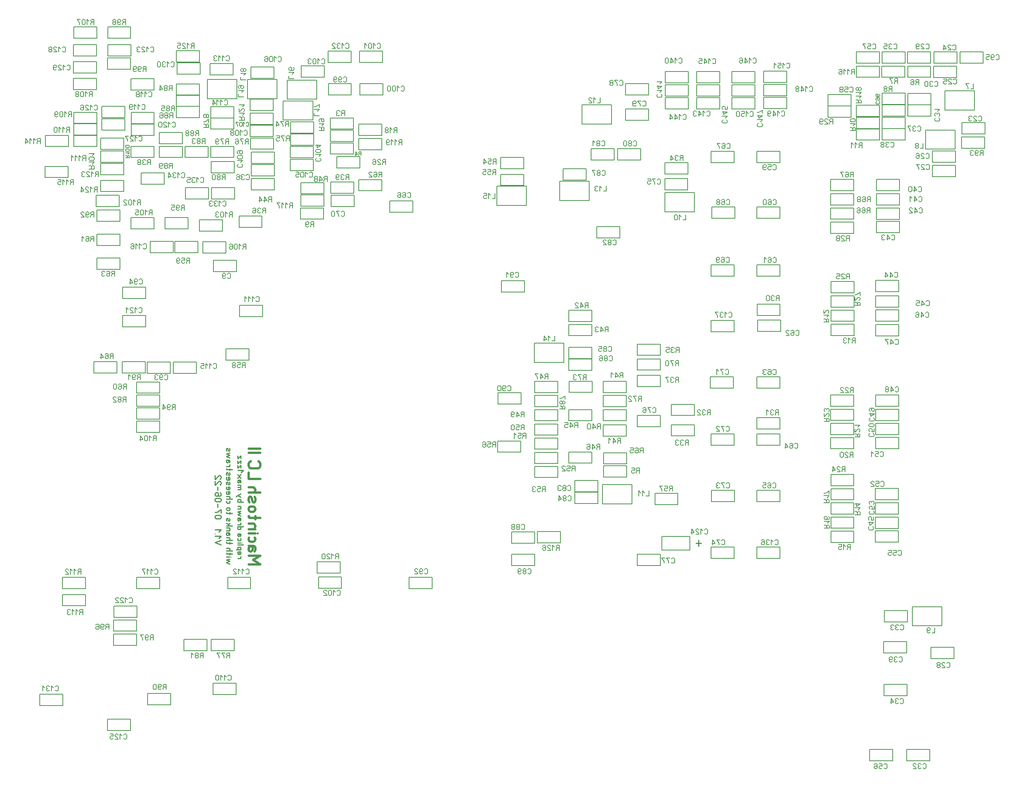
<source format=gbr>
%FSLAX34Y34*%
%MOMM*%
%LNSILK_BOTTOM*%
G71*
G01*
%ADD10C,0.150*%
%ADD11C,0.206*%
%ADD12C,0.159*%
%ADD13C,0.278*%
%ADD14C,0.476*%
%ADD15C,0.238*%
%LPD*%
G54D10*
X171761Y901698D02*
X171761Y876523D01*
X223348Y876523D01*
X223348Y901698D01*
X171761Y901698D01*
G54D11*
X213577Y913014D02*
X210977Y911570D01*
X210111Y910126D01*
X210111Y907237D01*
G54D11*
X217044Y907237D02*
X217044Y918792D01*
X212711Y918792D01*
X210977Y918070D01*
X210111Y916626D01*
X210111Y915181D01*
X210977Y913737D01*
X212711Y913014D01*
X217044Y913014D01*
G54D11*
X206067Y914459D02*
X201734Y918792D01*
X201734Y907237D01*
G54D11*
X190757Y916626D02*
X190757Y909403D01*
X191623Y907959D01*
X193357Y907237D01*
X195090Y907237D01*
X196823Y907959D01*
X197690Y909403D01*
X197690Y916626D01*
X196823Y918070D01*
X195090Y918792D01*
X193357Y918792D01*
X191623Y918070D01*
X190757Y916626D01*
G54D11*
X186713Y918792D02*
X179780Y918792D01*
X180646Y917348D01*
X182380Y915181D01*
X184113Y912292D01*
X184980Y910126D01*
X184980Y907237D01*
G54D10*
X247783Y901698D02*
X247783Y876523D01*
X299370Y876523D01*
X299370Y901698D01*
X247783Y901698D01*
G54D11*
X284837Y913014D02*
X282237Y911570D01*
X281370Y910126D01*
X281370Y907237D01*
G54D11*
X288304Y907237D02*
X288304Y918792D01*
X283970Y918792D01*
X282237Y918070D01*
X281370Y916626D01*
X281370Y915181D01*
X282237Y913737D01*
X283970Y913014D01*
X288304Y913014D01*
G54D11*
X277326Y909403D02*
X276460Y907959D01*
X274726Y907237D01*
X272993Y907237D01*
X271260Y907959D01*
X270393Y909403D01*
X270393Y913014D01*
X270393Y913737D01*
X272993Y912292D01*
X274726Y912292D01*
X276460Y913014D01*
X277326Y914459D01*
X277326Y916626D01*
X276460Y918070D01*
X274726Y918792D01*
X272993Y918792D01*
X271260Y918070D01*
X270393Y916626D01*
X270393Y913014D01*
G54D11*
X262016Y913014D02*
X263750Y913014D01*
X265483Y913737D01*
X266350Y915181D01*
X266350Y916626D01*
X265483Y918070D01*
X263750Y918792D01*
X262016Y918792D01*
X260283Y918070D01*
X259416Y916626D01*
X259416Y915181D01*
X260283Y913737D01*
X262016Y913014D01*
X260283Y912292D01*
X259416Y910848D01*
X259416Y909403D01*
X260283Y907959D01*
X262016Y907237D01*
X263750Y907237D01*
X265483Y907959D01*
X266350Y909403D01*
X266350Y910848D01*
X265483Y912292D01*
X263750Y913014D01*
G54D10*
X171450Y862013D02*
X223044Y862013D01*
X223044Y836613D01*
X171450Y836613D01*
X171450Y862013D01*
G54D11*
X146416Y847723D02*
X147283Y846279D01*
X149016Y845557D01*
X150750Y845557D01*
X152483Y846279D01*
X153350Y847723D01*
X153350Y854946D01*
X152483Y856390D01*
X150750Y857112D01*
X149016Y857112D01*
X147283Y856390D01*
X146416Y854946D01*
G54D11*
X142372Y852779D02*
X138039Y857112D01*
X138039Y845557D01*
G54D11*
X127062Y845557D02*
X133996Y845557D01*
X133996Y846279D01*
X133129Y847723D01*
X127929Y852057D01*
X127062Y853501D01*
X127062Y854946D01*
X127929Y856390D01*
X129662Y857112D01*
X131396Y857112D01*
X133129Y856390D01*
X133996Y854946D01*
G54D11*
X118685Y851334D02*
X120418Y851334D01*
X122152Y852057D01*
X123018Y853501D01*
X123018Y854946D01*
X122152Y856390D01*
X120418Y857112D01*
X118685Y857112D01*
X116952Y856390D01*
X116085Y854946D01*
X116085Y853501D01*
X116952Y852057D01*
X118685Y851334D01*
X116952Y850612D01*
X116085Y849168D01*
X116085Y847723D01*
X116952Y846279D01*
X118685Y845557D01*
X120418Y845557D01*
X122152Y846279D01*
X123018Y847723D01*
X123018Y849168D01*
X122152Y850612D01*
X120418Y851334D01*
G54D10*
X171450Y824310D02*
X223044Y824310D01*
X223044Y798910D01*
X171450Y798910D01*
X171450Y824310D01*
G54D11*
X156735Y807242D02*
X157602Y805798D01*
X159335Y805075D01*
X161068Y805075D01*
X162802Y805798D01*
X163668Y807242D01*
X163668Y814464D01*
X162802Y815909D01*
X161068Y816631D01*
X159335Y816631D01*
X157602Y815909D01*
X156735Y814464D01*
G54D11*
X152692Y812298D02*
X148358Y816631D01*
X148358Y805075D01*
G54D11*
X137381Y805075D02*
X144314Y805075D01*
X144314Y805798D01*
X143448Y807242D01*
X138248Y811575D01*
X137381Y813020D01*
X137381Y814464D01*
X138248Y815909D01*
X139981Y816631D01*
X141714Y816631D01*
X143448Y815909D01*
X144314Y814464D01*
G54D11*
X133338Y807242D02*
X132471Y805798D01*
X130738Y805075D01*
X129004Y805075D01*
X127271Y805798D01*
X126404Y807242D01*
X126404Y810853D01*
X126404Y811575D01*
X129004Y810131D01*
X130738Y810131D01*
X132471Y810853D01*
X133338Y812298D01*
X133338Y814464D01*
X132471Y815909D01*
X130738Y816631D01*
X129004Y816631D01*
X127271Y815909D01*
X126404Y814464D01*
X126404Y810853D01*
G54D10*
X248046Y862013D02*
X299640Y862013D01*
X299640Y836613D01*
X248046Y836613D01*
X248046Y862013D01*
G54D11*
X343663Y847723D02*
X344530Y846279D01*
X346263Y845557D01*
X347996Y845557D01*
X349730Y846279D01*
X350596Y847723D01*
X350596Y854946D01*
X349730Y856390D01*
X347996Y857112D01*
X346263Y857112D01*
X344530Y856390D01*
X343663Y854946D01*
G54D11*
X339620Y852779D02*
X335286Y857112D01*
X335286Y845557D01*
G54D11*
X324309Y845557D02*
X331242Y845557D01*
X331242Y846279D01*
X330376Y847723D01*
X325176Y852057D01*
X324309Y853501D01*
X324309Y854946D01*
X325176Y856390D01*
X326909Y857112D01*
X328642Y857112D01*
X330376Y856390D01*
X331242Y854946D01*
G54D11*
X320266Y854946D02*
X319399Y856390D01*
X317666Y857112D01*
X315932Y857112D01*
X314199Y856390D01*
X313332Y854946D01*
X313332Y853501D01*
X314199Y852057D01*
X315932Y851334D01*
X314199Y850612D01*
X313332Y849168D01*
X313332Y847723D01*
X314199Y846279D01*
X315932Y845557D01*
X317666Y845557D01*
X319399Y846279D01*
X320266Y847723D01*
G54D10*
X247078Y832307D02*
X247078Y807132D01*
X298666Y807132D01*
X298666Y832307D01*
X247078Y832307D01*
G54D11*
X330566Y807508D02*
X327966Y806064D01*
X327100Y804619D01*
X327100Y801730D01*
G54D11*
X334033Y801730D02*
X334033Y813286D01*
X329700Y813286D01*
X327966Y812564D01*
X327100Y811119D01*
X327100Y809675D01*
X327966Y808230D01*
X329700Y807508D01*
X334033Y807508D01*
G54D11*
X323056Y803897D02*
X322189Y802453D01*
X320456Y801730D01*
X318723Y801730D01*
X316989Y802453D01*
X316123Y803897D01*
X316123Y807508D01*
X316123Y808230D01*
X318723Y806786D01*
X320456Y806786D01*
X322189Y807508D01*
X323056Y808953D01*
X323056Y811119D01*
X322189Y812564D01*
X320456Y813286D01*
X318723Y813286D01*
X316989Y812564D01*
X316123Y811119D01*
X316123Y807508D01*
G54D11*
X312079Y803897D02*
X311212Y802453D01*
X309479Y801730D01*
X307746Y801730D01*
X306012Y802453D01*
X305146Y803897D01*
X305146Y807508D01*
X305146Y808230D01*
X307746Y806786D01*
X309479Y806786D01*
X311212Y807508D01*
X312079Y808953D01*
X312079Y811119D01*
X311212Y812564D01*
X309479Y813286D01*
X307746Y813286D01*
X306012Y812564D01*
X305146Y811119D01*
X305146Y807508D01*
G54D10*
X171275Y786667D02*
X171275Y761492D01*
X222862Y761492D01*
X222862Y786667D01*
X171275Y786667D01*
G54D11*
X209916Y751549D02*
X207316Y750104D01*
X206450Y748660D01*
X206450Y745771D01*
G54D11*
X213383Y745771D02*
X213383Y757326D01*
X209050Y757326D01*
X207316Y756604D01*
X206450Y755160D01*
X206450Y753716D01*
X207316Y752271D01*
X209050Y751549D01*
X213383Y751549D01*
G54D11*
X202406Y752993D02*
X198073Y757326D01*
X198073Y745771D01*
G54D11*
X187096Y755160D02*
X187096Y747938D01*
X187962Y746493D01*
X189696Y745771D01*
X191429Y745771D01*
X193162Y746493D01*
X194029Y747938D01*
X194029Y755160D01*
X193162Y756604D01*
X191429Y757326D01*
X189696Y757326D01*
X187962Y756604D01*
X187096Y755160D01*
G54D11*
X178719Y751549D02*
X180452Y751549D01*
X182185Y752271D01*
X183052Y753716D01*
X183052Y755160D01*
X182185Y756604D01*
X180452Y757326D01*
X178719Y757326D01*
X176985Y756604D01*
X176119Y755160D01*
X176119Y753716D01*
X176985Y752271D01*
X178719Y751549D01*
X176985Y750826D01*
X176119Y749382D01*
X176119Y747938D01*
X176985Y746493D01*
X178719Y745771D01*
X180452Y745771D01*
X182185Y746493D01*
X183052Y747938D01*
X183052Y749382D01*
X182185Y750826D01*
X180452Y751549D01*
G54D10*
X401463Y848182D02*
X401463Y823007D01*
X453050Y823007D01*
X453050Y848182D01*
X401463Y848182D01*
G54D11*
X437722Y859499D02*
X435122Y858054D01*
X434256Y856610D01*
X434256Y853721D01*
G54D11*
X441189Y853721D02*
X441189Y865276D01*
X436856Y865276D01*
X435122Y864554D01*
X434256Y863110D01*
X434256Y861666D01*
X435122Y860221D01*
X436856Y859499D01*
X441189Y859499D01*
G54D11*
X430212Y860943D02*
X425879Y865276D01*
X425879Y853721D01*
G54D11*
X414902Y853721D02*
X421835Y853721D01*
X421835Y854443D01*
X420968Y855888D01*
X415768Y860221D01*
X414902Y861666D01*
X414902Y863110D01*
X415768Y864554D01*
X417502Y865276D01*
X419235Y865276D01*
X420968Y864554D01*
X421835Y863110D01*
G54D11*
X403925Y865276D02*
X410858Y865276D01*
X410858Y860221D01*
X409992Y860221D01*
X408258Y860943D01*
X406525Y860943D01*
X404792Y860221D01*
X403925Y858776D01*
X403925Y855888D01*
X404792Y854443D01*
X406525Y853721D01*
X408258Y853721D01*
X409992Y854443D01*
X410858Y855888D01*
G54D10*
X402828Y821532D02*
X454422Y821532D01*
X454422Y796132D01*
X402828Y796132D01*
X402828Y821532D01*
G54D11*
X389304Y814386D02*
X390170Y812941D01*
X391904Y812219D01*
X393637Y812219D01*
X395370Y812941D01*
X396237Y814386D01*
X396237Y821608D01*
X395370Y823052D01*
X393637Y823775D01*
X391904Y823775D01*
X390170Y823052D01*
X389304Y821608D01*
G54D11*
X385260Y819441D02*
X380927Y823775D01*
X380927Y812219D01*
G54D11*
X376883Y821608D02*
X376016Y823052D01*
X374283Y823775D01*
X372550Y823775D01*
X370816Y823052D01*
X369950Y821608D01*
X369950Y820164D01*
X370816Y818719D01*
X372550Y817997D01*
X370816Y817275D01*
X369950Y815830D01*
X369950Y814386D01*
X370816Y812941D01*
X372550Y812219D01*
X374283Y812219D01*
X376016Y812941D01*
X376883Y814386D01*
G54D11*
X358973Y821608D02*
X358973Y814386D01*
X359839Y812941D01*
X361573Y812219D01*
X363306Y812219D01*
X365039Y812941D01*
X365906Y814386D01*
X365906Y821608D01*
X365039Y823052D01*
X363306Y823775D01*
X361573Y823775D01*
X359839Y823052D01*
X358973Y821608D01*
G54D10*
X477043Y819944D02*
X528637Y819944D01*
X528637Y794544D01*
X477043Y794544D01*
X477043Y819944D01*
G54D11*
X512732Y827880D02*
X513598Y826435D01*
X515332Y825713D01*
X517065Y825713D01*
X518798Y826435D01*
X519665Y827880D01*
X519665Y835102D01*
X518798Y836546D01*
X517065Y837268D01*
X515332Y837268D01*
X513598Y836546D01*
X512732Y835102D01*
G54D11*
X508688Y832935D02*
X504355Y837268D01*
X504355Y825713D01*
G54D11*
X500311Y832935D02*
X495978Y837268D01*
X495978Y825713D01*
G54D11*
X491934Y835102D02*
X491067Y836546D01*
X489334Y837268D01*
X487601Y837268D01*
X485867Y836546D01*
X485001Y835102D01*
X485001Y833657D01*
X485867Y832213D01*
X487601Y831491D01*
X485867Y830768D01*
X485001Y829324D01*
X485001Y827880D01*
X485867Y826435D01*
X487601Y825713D01*
X489334Y825713D01*
X491067Y826435D01*
X491934Y827880D01*
G54D10*
X300037Y786210D02*
X351631Y786210D01*
X351631Y760810D01*
X300037Y760810D01*
X300037Y786210D01*
G54D11*
X339694Y747314D02*
X340561Y745870D01*
X342294Y745147D01*
X344028Y745147D01*
X345761Y745870D01*
X346628Y747314D01*
X346628Y754536D01*
X345761Y755981D01*
X344028Y756703D01*
X342294Y756703D01*
X340561Y755981D01*
X339694Y754536D01*
G54D11*
X335650Y752370D02*
X331317Y756703D01*
X331317Y745147D01*
G54D11*
X327274Y752370D02*
X322940Y756703D01*
X322940Y745147D01*
G54D11*
X314563Y750925D02*
X316296Y750925D01*
X318030Y751647D01*
X318896Y753092D01*
X318896Y754536D01*
X318030Y755981D01*
X316296Y756703D01*
X314563Y756703D01*
X312830Y755981D01*
X311963Y754536D01*
X311963Y753092D01*
X312830Y751647D01*
X314563Y750925D01*
X312830Y750203D01*
X311963Y748758D01*
X311963Y747314D01*
X312830Y745870D01*
X314563Y745147D01*
X316296Y745147D01*
X318030Y745870D01*
X318896Y747314D01*
X318896Y748758D01*
X318030Y750203D01*
X316296Y750925D01*
G54D10*
X171672Y710864D02*
X171672Y685689D01*
X223259Y685689D01*
X223259Y710864D01*
X171672Y710864D01*
G54D11*
X163482Y706305D02*
X160882Y704861D01*
X160015Y703416D01*
X160015Y700527D01*
G54D11*
X166948Y700527D02*
X166948Y712083D01*
X162615Y712083D01*
X160882Y711361D01*
X160015Y709916D01*
X160015Y708472D01*
X160882Y707027D01*
X162615Y706305D01*
X166948Y706305D01*
G54D11*
X155972Y707750D02*
X151638Y712083D01*
X151638Y700527D01*
G54D11*
X140661Y709916D02*
X140661Y702694D01*
X141528Y701250D01*
X143261Y700527D01*
X144994Y700527D01*
X146728Y701250D01*
X147594Y702694D01*
X147594Y709916D01*
X146728Y711361D01*
X144994Y712083D01*
X143261Y712083D01*
X141528Y711361D01*
X140661Y709916D01*
G54D11*
X136618Y702694D02*
X135751Y701250D01*
X134018Y700527D01*
X132284Y700527D01*
X130551Y701250D01*
X129684Y702694D01*
X129684Y706305D01*
X129684Y707027D01*
X132284Y705583D01*
X134018Y705583D01*
X135751Y706305D01*
X136618Y707750D01*
X136618Y709916D01*
X135751Y711361D01*
X134018Y712083D01*
X132284Y712083D01*
X130551Y711361D01*
X129684Y709916D01*
X129684Y706305D01*
G54D10*
X171672Y685067D02*
X171672Y659892D01*
X223259Y659892D01*
X223259Y685067D01*
X171672Y685067D01*
G54D11*
X159116Y671777D02*
X156516Y670332D01*
X155650Y668888D01*
X155650Y665999D01*
G54D11*
X162583Y665999D02*
X162583Y677555D01*
X158250Y677555D01*
X156516Y676832D01*
X155650Y675388D01*
X155650Y673944D01*
X156516Y672499D01*
X158250Y671777D01*
X162583Y671777D01*
G54D11*
X151606Y673221D02*
X147273Y677555D01*
X147273Y665999D01*
G54D11*
X143229Y673221D02*
X138896Y677555D01*
X138896Y665999D01*
G54D11*
X127919Y675388D02*
X127919Y668166D01*
X128785Y666721D01*
X130519Y665999D01*
X132252Y665999D01*
X133985Y666721D01*
X134852Y668166D01*
X134852Y675388D01*
X133985Y676832D01*
X132252Y677555D01*
X130519Y677555D01*
X128785Y676832D01*
X127919Y675388D01*
G54D10*
X171672Y659270D02*
X171672Y634095D01*
X223259Y634095D01*
X223259Y659270D01*
X171672Y659270D01*
G54D11*
X195232Y608277D02*
X192632Y606832D01*
X191765Y605388D01*
X191765Y602499D01*
G54D11*
X198698Y602499D02*
X198698Y614055D01*
X194365Y614055D01*
X192632Y613332D01*
X191765Y611888D01*
X191765Y610444D01*
X192632Y608999D01*
X194365Y608277D01*
X198698Y608277D01*
G54D11*
X187722Y609721D02*
X183388Y614055D01*
X183388Y602499D01*
G54D11*
X179344Y609721D02*
X175011Y614055D01*
X175011Y602499D01*
G54D11*
X170968Y609721D02*
X166634Y614055D01*
X166634Y602499D01*
G54D10*
X108172Y659270D02*
X108172Y634095D01*
X159759Y634095D01*
X159759Y659270D01*
X108172Y659270D01*
G54D11*
X93632Y646377D02*
X91032Y644932D01*
X90165Y643488D01*
X90165Y640599D01*
G54D11*
X97098Y640599D02*
X97098Y652155D01*
X92765Y652155D01*
X91032Y651432D01*
X90165Y649988D01*
X90165Y648544D01*
X91032Y647099D01*
X92765Y646377D01*
X97098Y646377D01*
G54D11*
X86122Y647821D02*
X81788Y652155D01*
X81788Y640599D01*
G54D11*
X77744Y647821D02*
X73411Y652155D01*
X73411Y640599D01*
G54D11*
X64168Y640599D02*
X64168Y652155D01*
X69368Y644932D01*
X69368Y643488D01*
X62434Y643488D01*
G54D10*
X107775Y589817D02*
X107775Y564642D01*
X159362Y564642D01*
X159362Y589817D01*
X107775Y589817D01*
G54D11*
X167451Y554302D02*
X164851Y552858D01*
X163984Y551413D01*
X163984Y548524D01*
G54D11*
X170918Y548524D02*
X170918Y560080D01*
X166584Y560080D01*
X164851Y559358D01*
X163984Y557913D01*
X163984Y556468D01*
X164851Y555024D01*
X166584Y554302D01*
X170918Y554302D01*
G54D11*
X159940Y555746D02*
X155607Y560080D01*
X155607Y548524D01*
G54D11*
X151564Y555746D02*
X147230Y560080D01*
X147230Y548524D01*
G54D11*
X136253Y560080D02*
X143186Y560080D01*
X143186Y555024D01*
X142320Y555024D01*
X140586Y555746D01*
X138853Y555746D01*
X137120Y555024D01*
X136253Y553580D01*
X136253Y550691D01*
X137120Y549246D01*
X138853Y548524D01*
X140586Y548524D01*
X142320Y549246D01*
X143186Y550691D01*
G54D10*
X231997Y652920D02*
X231997Y627745D01*
X283584Y627745D01*
X283584Y652920D01*
X231997Y652920D01*
G54D12*
X292005Y611196D02*
X290894Y613196D01*
X289783Y613863D01*
X287560Y613863D01*
G54D12*
X287560Y608529D02*
X296450Y608529D01*
X296450Y611863D01*
X295894Y613196D01*
X294783Y613863D01*
X293672Y613863D01*
X292560Y613196D01*
X292005Y611863D01*
X292005Y608529D01*
G54D12*
X293116Y616973D02*
X296450Y620307D01*
X287560Y620307D01*
G54D12*
X294783Y628751D02*
X289227Y628751D01*
X288116Y628084D01*
X287560Y626751D01*
X287560Y625417D01*
X288116Y624084D01*
X289227Y623417D01*
X294783Y623417D01*
X295894Y624084D01*
X296450Y625417D01*
X296450Y626751D01*
X295894Y628084D01*
X294783Y628751D01*
G54D12*
X294783Y637195D02*
X289227Y637195D01*
X288116Y636528D01*
X287560Y635195D01*
X287560Y633861D01*
X288116Y632528D01*
X289227Y631861D01*
X294783Y631861D01*
X295894Y632528D01*
X296450Y633861D01*
X296450Y635195D01*
X295894Y636528D01*
X294783Y637195D01*
G54D10*
X231997Y624345D02*
X231997Y599170D01*
X283584Y599170D01*
X283584Y624345D01*
X231997Y624345D01*
G54D11*
X211986Y587397D02*
X210542Y589997D01*
X209097Y590864D01*
X206208Y590864D01*
G54D11*
X206208Y583930D02*
X217764Y583930D01*
X217764Y588264D01*
X217042Y589997D01*
X215597Y590864D01*
X214152Y590864D01*
X212708Y589997D01*
X211986Y588264D01*
X211986Y583930D01*
G54D11*
X213430Y594908D02*
X217764Y599241D01*
X206208Y599241D01*
G54D11*
X215597Y610218D02*
X208375Y610218D01*
X206930Y609351D01*
X206208Y607618D01*
X206208Y605884D01*
X206930Y604151D01*
X208375Y603284D01*
X215597Y603284D01*
X217042Y604151D01*
X217764Y605884D01*
X217764Y607618D01*
X217042Y609351D01*
X215597Y610218D01*
G54D11*
X213430Y614262D02*
X217764Y618595D01*
X206208Y618595D01*
G54D10*
X231997Y596167D02*
X231997Y570992D01*
X283584Y570992D01*
X283584Y596167D01*
X231997Y596167D01*
G54D11*
X223410Y572161D02*
X220810Y570717D01*
X219944Y569272D01*
X219944Y566384D01*
G54D11*
X226877Y566384D02*
X226877Y577939D01*
X222544Y577939D01*
X220810Y577217D01*
X219944Y575772D01*
X219944Y574328D01*
X220810Y572884D01*
X222544Y572161D01*
X226877Y572161D01*
G54D11*
X215900Y573606D02*
X211566Y577939D01*
X211566Y566384D01*
G54D11*
X200590Y566384D02*
X207523Y566384D01*
X207523Y567106D01*
X206656Y568550D01*
X201456Y572884D01*
X200590Y574328D01*
X200590Y575772D01*
X201456Y577217D01*
X203190Y577939D01*
X204923Y577939D01*
X206656Y577217D01*
X207523Y575772D01*
G54D11*
X196546Y575772D02*
X195679Y577217D01*
X193946Y577939D01*
X192212Y577939D01*
X190479Y577217D01*
X189612Y575772D01*
X189612Y574328D01*
X190479Y572884D01*
X192212Y572161D01*
X190479Y571439D01*
X189612Y569995D01*
X189612Y568550D01*
X190479Y567106D01*
X192212Y566384D01*
X193946Y566384D01*
X195679Y567106D01*
X196546Y568550D01*
G54D10*
X231997Y558464D02*
X231997Y533289D01*
X283584Y533289D01*
X283584Y558464D01*
X231997Y558464D01*
G54D11*
X221029Y537633D02*
X218429Y536189D01*
X217562Y534744D01*
X217562Y531855D01*
G54D11*
X224496Y531855D02*
X224496Y543411D01*
X220162Y543411D01*
X218429Y542689D01*
X217562Y541244D01*
X217562Y539800D01*
X218429Y538355D01*
X220162Y537633D01*
X224496Y537633D01*
G54D11*
X213518Y539078D02*
X209185Y543411D01*
X209185Y531855D01*
G54D11*
X198208Y531855D02*
X205142Y531855D01*
X205142Y532578D01*
X204275Y534022D01*
X199075Y538355D01*
X198208Y539800D01*
X198208Y541244D01*
X199075Y542689D01*
X200808Y543411D01*
X202542Y543411D01*
X204275Y542689D01*
X205142Y541244D01*
G54D11*
X188964Y531855D02*
X188964Y543411D01*
X194164Y536189D01*
X194164Y534744D01*
X187231Y534744D01*
G54D10*
X299863Y634664D02*
X299863Y609489D01*
X351450Y609489D01*
X351450Y634664D01*
X299863Y634664D01*
G54D11*
X340091Y599149D02*
X337491Y597704D01*
X336625Y596260D01*
X336625Y593371D01*
G54D11*
X343558Y593371D02*
X343558Y604926D01*
X339225Y604926D01*
X337491Y604204D01*
X336625Y602760D01*
X336625Y601316D01*
X337491Y599871D01*
X339225Y599149D01*
X343558Y599149D01*
G54D11*
X332581Y602760D02*
X331714Y604204D01*
X329981Y604926D01*
X328248Y604926D01*
X326514Y604204D01*
X325648Y602760D01*
X325648Y601316D01*
X326514Y599871D01*
X328248Y599149D01*
X326514Y598426D01*
X325648Y596982D01*
X325648Y595538D01*
X326514Y594093D01*
X328248Y593371D01*
X329981Y593371D01*
X331714Y594093D01*
X332581Y595538D01*
G54D11*
X317271Y599149D02*
X319004Y599149D01*
X320737Y599871D01*
X321604Y601316D01*
X321604Y602760D01*
X320737Y604204D01*
X319004Y604926D01*
X317271Y604926D01*
X315537Y604204D01*
X314671Y602760D01*
X314671Y601316D01*
X315537Y599871D01*
X317271Y599149D01*
X315537Y598426D01*
X314671Y596982D01*
X314671Y595538D01*
X315537Y594093D01*
X317271Y593371D01*
X319004Y593371D01*
X320737Y594093D01*
X321604Y595538D01*
X321604Y596982D01*
X320737Y598426D01*
X319004Y599149D01*
G54D10*
X222075Y525126D02*
X222075Y499951D01*
X273662Y499951D01*
X273662Y525126D01*
X222075Y525126D01*
G54D11*
X317470Y509058D02*
X314870Y507614D01*
X314003Y506169D01*
X314003Y503280D01*
G54D11*
X320936Y503280D02*
X320936Y514836D01*
X316603Y514836D01*
X314870Y514114D01*
X314003Y512669D01*
X314003Y511225D01*
X314870Y509780D01*
X316603Y509058D01*
X320936Y509058D01*
G54D11*
X309959Y510503D02*
X305626Y514836D01*
X305626Y503280D01*
G54D11*
X294649Y512669D02*
X294649Y505447D01*
X295516Y504003D01*
X297249Y503280D01*
X298982Y503280D01*
X300716Y504003D01*
X301582Y505447D01*
X301582Y512669D01*
X300716Y514114D01*
X298982Y514836D01*
X297249Y514836D01*
X295516Y514114D01*
X294649Y512669D01*
G54D11*
X283672Y503280D02*
X290605Y503280D01*
X290605Y504003D01*
X289738Y505447D01*
X284538Y509780D01*
X283672Y511225D01*
X283672Y512669D01*
X284538Y514114D01*
X286272Y514836D01*
X288005Y514836D01*
X289738Y514114D01*
X290605Y512669D01*
G54D10*
X223266Y492186D02*
X223266Y467010D01*
X274853Y467010D01*
X274853Y492186D01*
X223266Y492186D01*
G54D11*
X213091Y481674D02*
X210491Y480229D01*
X209625Y478785D01*
X209625Y475896D01*
G54D11*
X216558Y475896D02*
X216558Y487452D01*
X212225Y487452D01*
X210491Y486729D01*
X209625Y485285D01*
X209625Y483840D01*
X210491Y482396D01*
X212225Y481674D01*
X216558Y481674D01*
G54D11*
X205581Y478063D02*
X204714Y476618D01*
X202981Y475896D01*
X201248Y475896D01*
X199514Y476618D01*
X198648Y478063D01*
X198648Y481674D01*
X198648Y482396D01*
X201248Y480952D01*
X202981Y480952D01*
X204714Y481674D01*
X205581Y483118D01*
X205581Y485285D01*
X204714Y486729D01*
X202981Y487452D01*
X201248Y487452D01*
X199514Y486729D01*
X198648Y485285D01*
X198648Y481674D01*
G54D11*
X187671Y475896D02*
X194604Y475896D01*
X194604Y476618D01*
X193737Y478063D01*
X188537Y482396D01*
X187671Y483840D01*
X187671Y485285D01*
X188537Y486729D01*
X190271Y487452D01*
X192004Y487452D01*
X193737Y486729D01*
X194604Y485285D01*
G54D10*
X234552Y723900D02*
X286146Y723900D01*
X286146Y698500D01*
X234552Y698500D01*
X234552Y723900D01*
G54D11*
X217457Y717548D02*
X218324Y716104D01*
X220057Y715382D01*
X221790Y715382D01*
X223524Y716104D01*
X224390Y717548D01*
X224390Y724770D01*
X223524Y726215D01*
X221790Y726937D01*
X220057Y726937D01*
X218324Y726215D01*
X217457Y724770D01*
G54D11*
X213413Y722604D02*
X209080Y726937D01*
X209080Y715382D01*
G54D11*
X198103Y715382D02*
X205036Y715382D01*
X205036Y716104D01*
X204170Y717548D01*
X198970Y721882D01*
X198103Y723326D01*
X198103Y724770D01*
X198970Y726215D01*
X200703Y726937D01*
X202436Y726937D01*
X204170Y726215D01*
X205036Y724770D01*
G54D11*
X187126Y724770D02*
X187992Y726215D01*
X189726Y726937D01*
X191459Y726937D01*
X193192Y726215D01*
X194059Y724770D01*
X194059Y721159D01*
X194059Y720437D01*
X191459Y721882D01*
X189726Y721882D01*
X187992Y721159D01*
X187126Y719715D01*
X187126Y717548D01*
X187992Y716104D01*
X189726Y715382D01*
X191459Y715382D01*
X193192Y716104D01*
X194059Y717548D01*
X194059Y721159D01*
G54D10*
X234552Y696516D02*
X286146Y696516D01*
X286146Y671116D01*
X234552Y671116D01*
X234552Y696516D01*
G54D11*
X317469Y648095D02*
X318336Y646651D01*
X320069Y645928D01*
X321802Y645928D01*
X323536Y646651D01*
X324402Y648095D01*
X324402Y655317D01*
X323536Y656762D01*
X321802Y657484D01*
X320069Y657484D01*
X318336Y656762D01*
X317469Y655317D01*
G54D11*
X313426Y653151D02*
X309092Y657484D01*
X309092Y645928D01*
G54D11*
X298115Y645928D02*
X305048Y645928D01*
X305048Y646651D01*
X304182Y648095D01*
X298982Y652428D01*
X298115Y653873D01*
X298115Y655317D01*
X298982Y656762D01*
X300715Y657484D01*
X302448Y657484D01*
X304182Y656762D01*
X305048Y655317D01*
G54D11*
X294072Y657484D02*
X287138Y657484D01*
X288005Y656040D01*
X289738Y653873D01*
X291472Y650984D01*
X292338Y648817D01*
X292338Y645928D01*
G54D10*
X300235Y710407D02*
X351829Y710407D01*
X351829Y685007D01*
X300235Y685007D01*
X300235Y710407D01*
G54D11*
X324414Y719136D02*
X325281Y717691D01*
X327014Y716969D01*
X328748Y716969D01*
X330481Y717691D01*
X331348Y719136D01*
X331348Y726358D01*
X330481Y727802D01*
X328748Y728525D01*
X327014Y728525D01*
X325281Y727802D01*
X324414Y726358D01*
G54D11*
X320371Y724191D02*
X316038Y728525D01*
X316038Y716969D01*
G54D11*
X311994Y724191D02*
X307660Y728525D01*
X307660Y716969D01*
G54D11*
X303617Y719136D02*
X302750Y717691D01*
X301017Y716969D01*
X299284Y716969D01*
X297550Y717691D01*
X296684Y719136D01*
X296684Y722747D01*
X296684Y723469D01*
X299284Y722025D01*
X301017Y722025D01*
X302750Y722747D01*
X303617Y724191D01*
X303617Y726358D01*
X302750Y727802D01*
X301017Y728525D01*
X299284Y728525D01*
X297550Y727802D01*
X296684Y726358D01*
X296684Y722747D01*
G54D10*
X300235Y684610D02*
X351829Y684610D01*
X351829Y659210D01*
X300235Y659210D01*
X300235Y684610D01*
G54D11*
X392280Y679448D02*
X393147Y678004D01*
X394880Y677282D01*
X396614Y677282D01*
X398347Y678004D01*
X399214Y679448D01*
X399214Y686670D01*
X398347Y688115D01*
X396614Y688837D01*
X394880Y688837D01*
X393147Y688115D01*
X392280Y686670D01*
G54D11*
X388236Y684504D02*
X383903Y688837D01*
X383903Y677282D01*
G54D11*
X372926Y677282D02*
X379860Y677282D01*
X379860Y678004D01*
X378993Y679448D01*
X373793Y683782D01*
X372926Y685226D01*
X372926Y686670D01*
X373793Y688115D01*
X375526Y688837D01*
X377260Y688837D01*
X378993Y688115D01*
X379860Y686670D01*
G54D11*
X361949Y686670D02*
X361949Y679448D01*
X362816Y678004D01*
X364549Y677282D01*
X366282Y677282D01*
X368016Y678004D01*
X368882Y679448D01*
X368882Y686670D01*
X368016Y688115D01*
X366282Y688837D01*
X364549Y688837D01*
X362816Y688115D01*
X361949Y686670D01*
G54D10*
X363184Y634664D02*
X363184Y609489D01*
X414772Y609489D01*
X414772Y634664D01*
X363184Y634664D01*
G54D11*
X389126Y590814D02*
X386526Y589370D01*
X385659Y587926D01*
X385659Y585037D01*
G54D11*
X392592Y585037D02*
X392592Y596592D01*
X388259Y596592D01*
X386526Y595870D01*
X385659Y594426D01*
X385659Y592981D01*
X386526Y591537D01*
X388259Y590814D01*
X392592Y590814D01*
G54D11*
X377282Y590814D02*
X379016Y590814D01*
X380749Y591537D01*
X381616Y592981D01*
X381616Y594426D01*
X380749Y595870D01*
X379016Y596592D01*
X377282Y596592D01*
X375549Y595870D01*
X374682Y594426D01*
X374682Y592981D01*
X375549Y591537D01*
X377282Y590814D01*
X375549Y590092D01*
X374682Y588648D01*
X374682Y587203D01*
X375549Y585759D01*
X377282Y585037D01*
X379016Y585037D01*
X380749Y585759D01*
X381616Y587203D01*
X381616Y588648D01*
X380749Y590092D01*
X379016Y590814D01*
G54D11*
X370638Y587203D02*
X369772Y585759D01*
X368038Y585037D01*
X366305Y585037D01*
X364572Y585759D01*
X363705Y587203D01*
X363705Y590814D01*
X363705Y591537D01*
X366305Y590092D01*
X368038Y590092D01*
X369772Y590814D01*
X370638Y592259D01*
X370638Y594426D01*
X369772Y595870D01*
X368038Y596592D01*
X366305Y596592D01*
X364572Y595870D01*
X363705Y594426D01*
X363705Y590814D01*
G54D10*
X420554Y634664D02*
X420554Y609489D01*
X472140Y609489D01*
X472140Y634664D01*
X420554Y634664D01*
G54D11*
X462370Y646377D02*
X459770Y644932D01*
X458903Y643488D01*
X458903Y640599D01*
G54D11*
X465836Y640599D02*
X465836Y652155D01*
X461503Y652155D01*
X459770Y651432D01*
X458903Y649988D01*
X458903Y648544D01*
X459770Y647099D01*
X461503Y646377D01*
X465836Y646377D01*
G54D11*
X450526Y646377D02*
X452259Y646377D01*
X453992Y647099D01*
X454859Y648544D01*
X454859Y649988D01*
X453992Y651432D01*
X452259Y652155D01*
X450526Y652155D01*
X448792Y651432D01*
X447926Y649988D01*
X447926Y648544D01*
X448792Y647099D01*
X450526Y646377D01*
X448792Y645655D01*
X447926Y644210D01*
X447926Y642766D01*
X448792Y641321D01*
X450526Y640599D01*
X452259Y640599D01*
X453992Y641321D01*
X454859Y642766D01*
X454859Y644210D01*
X453992Y645655D01*
X452259Y646377D01*
G54D11*
X443882Y649988D02*
X443016Y651432D01*
X441282Y652155D01*
X439549Y652155D01*
X437816Y651432D01*
X436949Y649988D01*
X436949Y648544D01*
X437816Y647099D01*
X439549Y646377D01*
X437816Y645655D01*
X436949Y644210D01*
X436949Y642766D01*
X437816Y641321D01*
X439549Y640599D01*
X441282Y640599D01*
X443016Y641321D01*
X443882Y642766D01*
G54D10*
X363184Y665223D02*
X363184Y640048D01*
X414772Y640048D01*
X414772Y665223D01*
X363184Y665223D01*
G54D11*
X447863Y663839D02*
X445263Y662395D01*
X444396Y660950D01*
X444396Y658062D01*
G54D11*
X451330Y658062D02*
X451330Y669617D01*
X446996Y669617D01*
X445263Y668895D01*
X444396Y667450D01*
X444396Y666006D01*
X445263Y664562D01*
X446996Y663839D01*
X451330Y663839D01*
G54D11*
X436020Y663839D02*
X437753Y663839D01*
X439486Y664562D01*
X440353Y666006D01*
X440353Y667450D01*
X439486Y668895D01*
X437753Y669617D01*
X436020Y669617D01*
X434286Y668895D01*
X433420Y667450D01*
X433420Y666006D01*
X434286Y664562D01*
X436020Y663839D01*
X434286Y663117D01*
X433420Y661673D01*
X433420Y660228D01*
X434286Y658784D01*
X436020Y658062D01*
X437753Y658062D01*
X439486Y658784D01*
X440353Y660228D01*
X440353Y661673D01*
X439486Y663117D01*
X437753Y663839D01*
G54D11*
X425042Y663839D02*
X426776Y663839D01*
X428509Y664562D01*
X429376Y666006D01*
X429376Y667450D01*
X428509Y668895D01*
X426776Y669617D01*
X425042Y669617D01*
X423309Y668895D01*
X422442Y667450D01*
X422442Y666006D01*
X423309Y664562D01*
X425042Y663839D01*
X423309Y663117D01*
X422442Y661673D01*
X422442Y660228D01*
X423309Y658784D01*
X425042Y658062D01*
X426776Y658062D01*
X428509Y658784D01*
X429376Y660228D01*
X429376Y661673D01*
X428509Y663117D01*
X426776Y663839D01*
G54D10*
X401682Y723960D02*
X401682Y698786D01*
X453268Y698786D01*
X453268Y723960D01*
X401682Y723960D01*
G54D11*
X389920Y703924D02*
X387320Y702479D01*
X386453Y701035D01*
X386453Y698146D01*
G54D11*
X393386Y698146D02*
X393386Y709702D01*
X389053Y709702D01*
X387320Y708979D01*
X386453Y707535D01*
X386453Y706090D01*
X387320Y704646D01*
X389053Y703924D01*
X393386Y703924D01*
G54D11*
X378076Y703924D02*
X379809Y703924D01*
X381542Y704646D01*
X382409Y706090D01*
X382409Y707535D01*
X381542Y708979D01*
X379809Y709702D01*
X378076Y709702D01*
X376342Y708979D01*
X375476Y707535D01*
X375476Y706090D01*
X376342Y704646D01*
X378076Y703924D01*
X376342Y703202D01*
X375476Y701757D01*
X375476Y700313D01*
X376342Y698868D01*
X378076Y698146D01*
X379809Y698146D01*
X381542Y698868D01*
X382409Y700313D01*
X382409Y701757D01*
X381542Y703202D01*
X379809Y703924D01*
G54D11*
X364499Y707535D02*
X365366Y708979D01*
X367099Y709702D01*
X368832Y709702D01*
X370566Y708979D01*
X371432Y707535D01*
X371432Y703924D01*
X371432Y703202D01*
X368832Y704646D01*
X367099Y704646D01*
X365366Y703924D01*
X364499Y702479D01*
X364499Y700313D01*
X365366Y698868D01*
X367099Y698146D01*
X368832Y698146D01*
X370566Y698868D01*
X371432Y700313D01*
X371432Y703924D01*
G54D10*
X401682Y748964D02*
X401682Y723789D01*
X453268Y723789D01*
X453268Y748964D01*
X401682Y748964D01*
G54D11*
X393491Y719402D02*
X390891Y717958D01*
X390025Y716513D01*
X390025Y713624D01*
G54D11*
X396958Y713624D02*
X396958Y725180D01*
X392625Y725180D01*
X390891Y724458D01*
X390025Y723013D01*
X390025Y721568D01*
X390891Y720124D01*
X392625Y719402D01*
X396958Y719402D01*
G54D11*
X381648Y719402D02*
X383381Y719402D01*
X385114Y720124D01*
X385981Y721568D01*
X385981Y723013D01*
X385114Y724458D01*
X383381Y725180D01*
X381648Y725180D01*
X379914Y724458D01*
X379048Y723013D01*
X379048Y721568D01*
X379914Y720124D01*
X381648Y719402D01*
X379914Y718680D01*
X379048Y717235D01*
X379048Y715791D01*
X379914Y714346D01*
X381648Y713624D01*
X383381Y713624D01*
X385114Y714346D01*
X385981Y715791D01*
X385981Y717235D01*
X385114Y718680D01*
X383381Y719402D01*
G54D11*
X368071Y725180D02*
X375004Y725180D01*
X375004Y720124D01*
X374137Y720124D01*
X372404Y720846D01*
X370671Y720846D01*
X368937Y720124D01*
X368071Y718680D01*
X368071Y715791D01*
X368937Y714346D01*
X370671Y713624D01*
X372404Y713624D01*
X374137Y714346D01*
X375004Y715791D01*
G54D10*
X401682Y774364D02*
X401682Y749189D01*
X453268Y749189D01*
X453268Y774364D01*
X401682Y774364D01*
G54D11*
X388729Y765042D02*
X386129Y763598D01*
X385262Y762154D01*
X385262Y759265D01*
G54D11*
X392196Y759265D02*
X392196Y770820D01*
X387862Y770820D01*
X386129Y770098D01*
X385262Y768654D01*
X385262Y767209D01*
X386129Y765765D01*
X387862Y765042D01*
X392196Y765042D01*
G54D11*
X376885Y765042D02*
X378618Y765042D01*
X380352Y765765D01*
X381218Y767209D01*
X381218Y768654D01*
X380352Y770098D01*
X378618Y770820D01*
X376885Y770820D01*
X375152Y770098D01*
X374285Y768654D01*
X374285Y767209D01*
X375152Y765765D01*
X376885Y765042D01*
X375152Y764320D01*
X374285Y762876D01*
X374285Y761431D01*
X375152Y759987D01*
X376885Y759265D01*
X378618Y759265D01*
X380352Y759987D01*
X381218Y761431D01*
X381218Y762876D01*
X380352Y764320D01*
X378618Y765042D01*
G54D11*
X365042Y759265D02*
X365042Y770820D01*
X370242Y763598D01*
X370242Y762154D01*
X363308Y762154D01*
G54D10*
X567927Y812007D02*
X619521Y812007D01*
X619521Y786607D01*
X567927Y786607D01*
X567927Y812007D01*
G54D11*
X629413Y826292D02*
X630280Y824848D01*
X632013Y824125D01*
X633746Y824125D01*
X635480Y824848D01*
X636346Y826292D01*
X636346Y833514D01*
X635480Y834959D01*
X633746Y835681D01*
X632013Y835681D01*
X630280Y834959D01*
X629413Y833514D01*
G54D11*
X625369Y831348D02*
X621036Y835681D01*
X621036Y824125D01*
G54D11*
X610059Y833514D02*
X610059Y826292D01*
X610926Y824848D01*
X612659Y824125D01*
X614392Y824125D01*
X616126Y824848D01*
X616992Y826292D01*
X616992Y833514D01*
X616126Y834959D01*
X614392Y835681D01*
X612659Y835681D01*
X610926Y834959D01*
X610059Y833514D01*
G54D11*
X599082Y833514D02*
X599948Y834959D01*
X601682Y835681D01*
X603415Y835681D01*
X605148Y834959D01*
X606015Y833514D01*
X606015Y829903D01*
X606015Y829181D01*
X603415Y830625D01*
X601682Y830625D01*
X599948Y829903D01*
X599082Y828459D01*
X599082Y826292D01*
X599948Y824848D01*
X601682Y824125D01*
X603415Y824125D01*
X605148Y824848D01*
X606015Y826292D01*
X606015Y829903D01*
G54D10*
X680640Y814388D02*
X732234Y814388D01*
X732234Y788988D01*
X680640Y788988D01*
X680640Y814388D01*
G54D11*
X726250Y821133D02*
X727117Y819688D01*
X728850Y818966D01*
X730584Y818966D01*
X732317Y819688D01*
X733184Y821133D01*
X733184Y828355D01*
X732317Y829799D01*
X730584Y830522D01*
X728850Y830522D01*
X727117Y829799D01*
X726250Y828355D01*
G54D11*
X722207Y826188D02*
X717874Y830522D01*
X717874Y818966D01*
G54D11*
X706896Y828355D02*
X706896Y821133D01*
X707763Y819688D01*
X709496Y818966D01*
X711230Y818966D01*
X712963Y819688D01*
X713830Y821133D01*
X713830Y828355D01*
X712963Y829799D01*
X711230Y830522D01*
X709496Y830522D01*
X707763Y829799D01*
X706896Y828355D01*
G54D11*
X702853Y828355D02*
X701986Y829799D01*
X700253Y830522D01*
X698520Y830522D01*
X696786Y829799D01*
X695920Y828355D01*
X695920Y826910D01*
X696786Y825466D01*
X698520Y824744D01*
X696786Y824022D01*
X695920Y822577D01*
X695920Y821133D01*
X696786Y819688D01*
X698520Y818966D01*
X700253Y818966D01*
X701986Y819688D01*
X702853Y821133D01*
G54D10*
X478234Y723107D02*
X529828Y723107D01*
X529828Y697707D01*
X478234Y697707D01*
X478234Y723107D01*
G54D11*
X509160Y729058D02*
X510026Y727613D01*
X511760Y726891D01*
X513493Y726891D01*
X515226Y727613D01*
X516093Y729058D01*
X516093Y736280D01*
X515226Y737724D01*
X513493Y738446D01*
X511760Y738446D01*
X510026Y737724D01*
X509160Y736280D01*
G54D11*
X505116Y734113D02*
X500783Y738446D01*
X500783Y726891D01*
G54D11*
X496739Y734113D02*
X492406Y738446D01*
X492406Y726891D01*
G54D11*
X483162Y726891D02*
X483162Y738446D01*
X488362Y731224D01*
X488362Y729780D01*
X481429Y729780D01*
G54D10*
X478278Y698164D02*
X478278Y672989D01*
X529865Y672989D01*
X529865Y698164D01*
X478278Y698164D01*
G54D11*
X468005Y680478D02*
X466561Y683078D01*
X465116Y683945D01*
X462228Y683945D01*
G54D11*
X462228Y677012D02*
X473783Y677012D01*
X473783Y681345D01*
X473061Y683078D01*
X471616Y683945D01*
X470172Y683945D01*
X468728Y683078D01*
X468005Y681345D01*
X468005Y677012D01*
G54D11*
X473783Y687988D02*
X473783Y694922D01*
X472338Y694055D01*
X470172Y692322D01*
X467283Y690588D01*
X465116Y689722D01*
X462228Y689722D01*
G54D11*
X468005Y703299D02*
X468005Y701566D01*
X468728Y699832D01*
X470172Y698966D01*
X471616Y698966D01*
X473061Y699832D01*
X473783Y701566D01*
X473783Y703299D01*
X473061Y705032D01*
X471616Y705899D01*
X470172Y705899D01*
X468728Y705032D01*
X468005Y703299D01*
X467283Y705032D01*
X465838Y705899D01*
X464394Y705899D01*
X462950Y705032D01*
X462228Y703299D01*
X462228Y701566D01*
X462950Y699832D01*
X464394Y698966D01*
X465838Y698966D01*
X467283Y699832D01*
X468005Y701566D01*
G54D10*
X566385Y740232D02*
X566385Y715057D01*
X617972Y715057D01*
X617972Y740232D01*
X566385Y740232D01*
G54D11*
X547863Y696578D02*
X546418Y699178D01*
X544974Y700045D01*
X542085Y700045D01*
G54D11*
X542085Y693112D02*
X553641Y693112D01*
X553641Y697445D01*
X552918Y699178D01*
X551474Y700045D01*
X550030Y700045D01*
X548585Y699178D01*
X547863Y697445D01*
X547863Y693112D01*
G54D11*
X549307Y704088D02*
X553641Y708422D01*
X542085Y708422D01*
G54D11*
X542085Y719399D02*
X542085Y712466D01*
X542807Y712466D01*
X544252Y713332D01*
X548585Y718532D01*
X550030Y719399D01*
X551474Y719399D01*
X552918Y718532D01*
X553641Y716799D01*
X553641Y715066D01*
X552918Y713332D01*
X551474Y712466D01*
G54D11*
X549307Y723442D02*
X553641Y727776D01*
X542085Y727776D01*
G54D10*
X566737Y709216D02*
X618331Y709216D01*
X618331Y683816D01*
X566737Y683816D01*
X566737Y709216D01*
G54D12*
X557988Y680933D02*
X558654Y679822D01*
X559988Y679266D01*
X561321Y679266D01*
X562654Y679822D01*
X563321Y680933D01*
X563321Y686488D01*
X562654Y687599D01*
X561321Y688155D01*
X559988Y688155D01*
X558654Y687599D01*
X557988Y686488D01*
G54D12*
X554877Y684822D02*
X551544Y688155D01*
X551544Y679266D01*
G54D12*
X543100Y686488D02*
X543100Y680933D01*
X543766Y679822D01*
X545100Y679266D01*
X546433Y679266D01*
X547766Y679822D01*
X548433Y680933D01*
X548433Y686488D01*
X547766Y687599D01*
X546433Y688155D01*
X545100Y688155D01*
X543766Y687599D01*
X543100Y686488D01*
G54D12*
X539989Y688155D02*
X534656Y688155D01*
X535322Y687044D01*
X536656Y685377D01*
X537989Y683155D01*
X538656Y681488D01*
X538656Y679266D01*
G54D10*
X566737Y681435D02*
X618331Y681435D01*
X618331Y656035D01*
X566737Y656035D01*
X566737Y681435D01*
G54D11*
X553213Y661192D02*
X554080Y659748D01*
X555813Y659025D01*
X557546Y659025D01*
X559280Y659748D01*
X560146Y661192D01*
X560146Y668414D01*
X559280Y669859D01*
X557546Y670581D01*
X555813Y670581D01*
X554080Y669859D01*
X553213Y668414D01*
G54D11*
X549169Y666248D02*
X544836Y670581D01*
X544836Y659025D01*
G54D11*
X533859Y668414D02*
X533859Y661192D01*
X534726Y659748D01*
X536459Y659025D01*
X538192Y659025D01*
X539926Y659748D01*
X540792Y661192D01*
X540792Y668414D01*
X539926Y669859D01*
X538192Y670581D01*
X536459Y670581D01*
X534726Y669859D01*
X533859Y668414D01*
G54D11*
X525482Y664803D02*
X527215Y664803D01*
X528948Y665525D01*
X529815Y666970D01*
X529815Y668414D01*
X528948Y669859D01*
X527215Y670581D01*
X525482Y670581D01*
X523748Y669859D01*
X522882Y668414D01*
X522882Y666970D01*
X523748Y665525D01*
X525482Y664803D01*
X523748Y664081D01*
X522882Y662636D01*
X522882Y661192D01*
X523748Y659748D01*
X525482Y659025D01*
X527215Y659025D01*
X528948Y659748D01*
X529815Y661192D01*
X529815Y662636D01*
X528948Y664081D01*
X527215Y664803D01*
G54D10*
X567575Y653317D02*
X567575Y628142D01*
X619162Y628142D01*
X619162Y653317D01*
X567575Y653317D01*
G54D11*
X558594Y645255D02*
X555994Y643810D01*
X555128Y642366D01*
X555128Y639477D01*
G54D11*
X562061Y639477D02*
X562061Y651032D01*
X557728Y651032D01*
X555994Y650310D01*
X555128Y648866D01*
X555128Y647421D01*
X555994Y645977D01*
X557728Y645255D01*
X562061Y645255D01*
G54D11*
X551084Y651032D02*
X544151Y651032D01*
X545018Y649588D01*
X546751Y647421D01*
X548484Y644532D01*
X549351Y642366D01*
X549351Y639477D01*
G54D11*
X533174Y648866D02*
X534040Y650310D01*
X535774Y651032D01*
X537507Y651032D01*
X539240Y650310D01*
X540107Y648866D01*
X540107Y645255D01*
X540107Y644532D01*
X537507Y645977D01*
X535774Y645977D01*
X534040Y645255D01*
X533174Y643810D01*
X533174Y641644D01*
X534040Y640199D01*
X535774Y639477D01*
X537507Y639477D01*
X539240Y640199D01*
X540107Y641644D01*
X540107Y645255D01*
G54D10*
X478675Y634664D02*
X478675Y609489D01*
X530262Y609489D01*
X530262Y634664D01*
X478675Y634664D01*
G54D11*
X514938Y645255D02*
X512338Y643810D01*
X511472Y642366D01*
X511472Y639477D01*
G54D11*
X518405Y639477D02*
X518405Y651032D01*
X514072Y651032D01*
X512338Y650310D01*
X511472Y648866D01*
X511472Y647421D01*
X512338Y645977D01*
X514072Y645255D01*
X518405Y645255D01*
G54D11*
X507428Y651032D02*
X500494Y651032D01*
X501361Y649588D01*
X503094Y647421D01*
X504828Y644532D01*
X505694Y642366D01*
X505694Y639477D01*
G54D11*
X496451Y641644D02*
X495584Y640199D01*
X493851Y639477D01*
X492118Y639477D01*
X490384Y640199D01*
X489518Y641644D01*
X489518Y645255D01*
X489518Y645977D01*
X492118Y644532D01*
X493851Y644532D01*
X495584Y645255D01*
X496451Y646699D01*
X496451Y648866D01*
X495584Y650310D01*
X493851Y651032D01*
X492118Y651032D01*
X490384Y650310D01*
X489518Y648866D01*
X489518Y645255D01*
G54D10*
X479469Y600532D02*
X479469Y575357D01*
X531056Y575357D01*
X531056Y600532D01*
X479469Y600532D01*
G54D11*
X507398Y565483D02*
X504798Y564038D01*
X503931Y562594D01*
X503931Y559705D01*
G54D11*
X510864Y559705D02*
X510864Y571260D01*
X506531Y571260D01*
X504798Y570538D01*
X503931Y569094D01*
X503931Y567649D01*
X504798Y566205D01*
X506531Y565483D01*
X510864Y565483D01*
G54D11*
X495554Y565483D02*
X497287Y565483D01*
X499020Y566205D01*
X499887Y567649D01*
X499887Y569094D01*
X499020Y570538D01*
X497287Y571260D01*
X495554Y571260D01*
X493820Y570538D01*
X492954Y569094D01*
X492954Y567649D01*
X493820Y566205D01*
X495554Y565483D01*
X493820Y564760D01*
X492954Y563316D01*
X492954Y561872D01*
X493820Y560427D01*
X495554Y559705D01*
X497287Y559705D01*
X499020Y560427D01*
X499887Y561872D01*
X499887Y563316D01*
X499020Y564760D01*
X497287Y565483D01*
G54D11*
X481977Y569094D02*
X481977Y561872D01*
X482844Y560427D01*
X484577Y559705D01*
X486310Y559705D01*
X488044Y560427D01*
X488910Y561872D01*
X488910Y569094D01*
X488044Y570538D01*
X486310Y571260D01*
X484577Y571260D01*
X482844Y570538D01*
X481977Y569094D01*
G54D10*
X322882Y574736D02*
X322882Y549560D01*
X374468Y549560D01*
X374468Y574736D01*
X322882Y574736D01*
G54D11*
X412825Y566169D02*
X413691Y564724D01*
X415425Y564002D01*
X417158Y564002D01*
X418891Y564724D01*
X419758Y566169D01*
X419758Y573391D01*
X418891Y574836D01*
X417158Y575558D01*
X415425Y575558D01*
X413691Y574836D01*
X412825Y573391D01*
G54D11*
X408781Y571224D02*
X404448Y575558D01*
X404448Y564002D01*
G54D11*
X400404Y573391D02*
X399537Y574836D01*
X397804Y575558D01*
X396071Y575558D01*
X394337Y574836D01*
X393471Y573391D01*
X393471Y571947D01*
X394337Y570502D01*
X396071Y569780D01*
X394337Y569058D01*
X393471Y567613D01*
X393471Y566169D01*
X394337Y564724D01*
X396071Y564002D01*
X397804Y564002D01*
X399537Y564724D01*
X400404Y566169D01*
G54D11*
X384227Y564002D02*
X384227Y575558D01*
X389427Y568336D01*
X389427Y566891D01*
X382494Y566891D01*
G54D10*
X421679Y541735D02*
X473273Y541735D01*
X473273Y516335D01*
X421679Y516335D01*
X421679Y541735D01*
G54D11*
X455780Y555623D02*
X456647Y554179D01*
X458380Y553457D01*
X460114Y553457D01*
X461847Y554179D01*
X462714Y555623D01*
X462714Y562846D01*
X461847Y564290D01*
X460114Y565012D01*
X458380Y565012D01*
X456647Y564290D01*
X455780Y562846D01*
G54D11*
X451736Y560679D02*
X447403Y565012D01*
X447403Y553457D01*
G54D11*
X443360Y562846D02*
X442493Y564290D01*
X440760Y565012D01*
X439026Y565012D01*
X437293Y564290D01*
X436426Y562846D01*
X436426Y561401D01*
X437293Y559957D01*
X439026Y559234D01*
X437293Y558512D01*
X436426Y557068D01*
X436426Y555623D01*
X437293Y554179D01*
X439026Y553457D01*
X440760Y553457D01*
X442493Y554179D01*
X443360Y555623D01*
G54D11*
X425449Y565012D02*
X432382Y565012D01*
X432382Y559957D01*
X431516Y559957D01*
X429782Y560679D01*
X428049Y560679D01*
X426316Y559957D01*
X425449Y558512D01*
X425449Y555623D01*
X426316Y554179D01*
X428049Y553457D01*
X429782Y553457D01*
X431516Y554179D01*
X432382Y555623D01*
G54D10*
X480020Y541735D02*
X531614Y541735D01*
X531614Y516335D01*
X480020Y516335D01*
X480020Y541735D01*
G54D11*
X505786Y502839D02*
X506653Y501394D01*
X508386Y500672D01*
X510120Y500672D01*
X511853Y501394D01*
X512720Y502839D01*
X512720Y510061D01*
X511853Y511506D01*
X510120Y512228D01*
X508386Y512228D01*
X506653Y511506D01*
X505786Y510061D01*
G54D11*
X501743Y507894D02*
X497410Y512228D01*
X497410Y500672D01*
G54D11*
X493366Y510061D02*
X492499Y511506D01*
X490766Y512228D01*
X489032Y512228D01*
X487299Y511506D01*
X486432Y510061D01*
X486432Y508617D01*
X487299Y507172D01*
X489032Y506450D01*
X487299Y505728D01*
X486432Y504283D01*
X486432Y502839D01*
X487299Y501394D01*
X489032Y500672D01*
X490766Y500672D01*
X492499Y501394D01*
X493366Y502839D01*
G54D11*
X482389Y510061D02*
X481522Y511506D01*
X479789Y512228D01*
X478056Y512228D01*
X476322Y511506D01*
X475456Y510061D01*
X475456Y508617D01*
X476322Y507172D01*
X478056Y506450D01*
X476322Y505728D01*
X475456Y504283D01*
X475456Y502839D01*
X476322Y501394D01*
X478056Y500672D01*
X479789Y500672D01*
X481522Y501394D01*
X482389Y502839D01*
G54D10*
X569118Y621507D02*
X620712Y621507D01*
X620712Y596107D01*
X569118Y596107D01*
X569118Y621507D01*
G54D11*
X540284Y594367D02*
X538840Y593500D01*
X538118Y591767D01*
X538118Y590034D01*
X538840Y588300D01*
X540284Y587434D01*
X547507Y587434D01*
X548951Y588300D01*
X549673Y590034D01*
X549673Y591767D01*
X548951Y593500D01*
X547507Y594367D01*
G54D11*
X545340Y598411D02*
X549673Y602744D01*
X538118Y602744D01*
G54D11*
X547507Y613721D02*
X540284Y613721D01*
X538840Y612854D01*
X538118Y611121D01*
X538118Y609388D01*
X538840Y607654D01*
X540284Y606788D01*
X547507Y606788D01*
X548951Y607654D01*
X549673Y609388D01*
X549673Y611121D01*
X548951Y612854D01*
X547507Y613721D01*
G54D11*
X540284Y617765D02*
X538840Y618631D01*
X538118Y620365D01*
X538118Y622098D01*
X538840Y623831D01*
X540284Y624698D01*
X543896Y624698D01*
X544618Y624698D01*
X543173Y622098D01*
X543173Y620365D01*
X543896Y618631D01*
X545340Y617765D01*
X547507Y617765D01*
X548951Y618631D01*
X549673Y620365D01*
X549673Y622098D01*
X548951Y623831D01*
X547507Y624698D01*
X543896Y624698D01*
G54D10*
X569118Y593725D02*
X620712Y593725D01*
X620712Y568325D01*
X569118Y568325D01*
X569118Y593725D01*
G54D11*
X557578Y561973D02*
X558445Y560528D01*
X560178Y559806D01*
X561912Y559806D01*
X563645Y560528D01*
X564512Y561973D01*
X564512Y569195D01*
X563645Y570640D01*
X561912Y571362D01*
X560178Y571362D01*
X558445Y570640D01*
X557578Y569195D01*
G54D11*
X553535Y569195D02*
X552668Y570640D01*
X550935Y571362D01*
X549202Y571362D01*
X547468Y570640D01*
X546602Y569195D01*
X546602Y567751D01*
X547468Y566306D01*
X549202Y565584D01*
X547468Y564862D01*
X546602Y563417D01*
X546602Y561973D01*
X547468Y560528D01*
X549202Y559806D01*
X550935Y559806D01*
X552668Y560528D01*
X553535Y561973D01*
G54D11*
X535624Y569195D02*
X536491Y570640D01*
X538224Y571362D01*
X539958Y571362D01*
X541691Y570640D01*
X542558Y569195D01*
X542558Y565584D01*
X542558Y564862D01*
X539958Y566306D01*
X538224Y566306D01*
X536491Y565584D01*
X535624Y564140D01*
X535624Y561973D01*
X536491Y560528D01*
X538224Y559806D01*
X539958Y559806D01*
X541691Y560528D01*
X542558Y561973D01*
X542558Y565584D01*
G54D10*
X569163Y562432D02*
X569163Y537257D01*
X620750Y537257D01*
X620750Y562432D01*
X569163Y562432D01*
G54D11*
X610982Y515873D02*
X608382Y514429D01*
X607515Y512984D01*
X607515Y510096D01*
G54D11*
X614449Y510096D02*
X614449Y521651D01*
X610115Y521651D01*
X608382Y520929D01*
X607515Y519484D01*
X607515Y518040D01*
X608382Y516596D01*
X610115Y515873D01*
X614449Y515873D01*
G54D11*
X598272Y510096D02*
X598272Y521651D01*
X603472Y514429D01*
X603472Y512984D01*
X596538Y512984D01*
G54D11*
X587295Y510096D02*
X587295Y521651D01*
X592495Y514429D01*
X592495Y512984D01*
X585561Y512984D01*
G54D10*
X223266Y437814D02*
X223266Y412639D01*
X274853Y412639D01*
X274853Y437814D01*
X223266Y437814D01*
G54D11*
X213091Y427302D02*
X210491Y425858D01*
X209625Y424413D01*
X209625Y421524D01*
G54D11*
X216558Y421524D02*
X216558Y433080D01*
X212225Y433080D01*
X210491Y432358D01*
X209625Y430913D01*
X209625Y429468D01*
X210491Y428024D01*
X212225Y427302D01*
X216558Y427302D01*
G54D11*
X198648Y430913D02*
X199514Y432358D01*
X201248Y433080D01*
X202981Y433080D01*
X204714Y432358D01*
X205581Y430913D01*
X205581Y427302D01*
X205581Y426580D01*
X202981Y428024D01*
X201248Y428024D01*
X199514Y427302D01*
X198648Y425858D01*
X198648Y423691D01*
X199514Y422246D01*
X201248Y421524D01*
X202981Y421524D01*
X204714Y422246D01*
X205581Y423691D01*
X205581Y427302D01*
G54D11*
X194604Y428746D02*
X190271Y433080D01*
X190271Y421524D01*
G54D10*
X223663Y384632D02*
X223663Y359457D01*
X275250Y359457D01*
X275250Y384632D01*
X223663Y384632D01*
G54D11*
X259922Y349514D02*
X257322Y348070D01*
X256456Y346626D01*
X256456Y343737D01*
G54D11*
X263389Y343737D02*
X263389Y355292D01*
X259056Y355292D01*
X257322Y354570D01*
X256456Y353126D01*
X256456Y351681D01*
X257322Y350237D01*
X259056Y349514D01*
X263389Y349514D01*
G54D11*
X245479Y353126D02*
X246346Y354570D01*
X248079Y355292D01*
X249812Y355292D01*
X251546Y354570D01*
X252412Y353126D01*
X252412Y349514D01*
X252412Y348792D01*
X249812Y350237D01*
X248079Y350237D01*
X246346Y349514D01*
X245479Y348070D01*
X245479Y345903D01*
X246346Y344459D01*
X248079Y343737D01*
X249812Y343737D01*
X251546Y344459D01*
X252412Y345903D01*
X252412Y349514D01*
G54D11*
X241435Y353126D02*
X240568Y354570D01*
X238835Y355292D01*
X237102Y355292D01*
X235368Y354570D01*
X234502Y353126D01*
X234502Y351681D01*
X235368Y350237D01*
X237102Y349514D01*
X235368Y348792D01*
X234502Y347348D01*
X234502Y345903D01*
X235368Y344459D01*
X237102Y343737D01*
X238835Y343737D01*
X240568Y344459D01*
X241435Y345903D01*
G54D10*
X299863Y474723D02*
X299863Y449548D01*
X351450Y449548D01*
X351450Y474723D01*
X299863Y474723D01*
G54D11*
X343663Y486436D02*
X341063Y484992D01*
X340196Y483547D01*
X340196Y480658D01*
G54D11*
X347130Y480658D02*
X347130Y492214D01*
X342796Y492214D01*
X341063Y491492D01*
X340196Y490047D01*
X340196Y488603D01*
X341063Y487158D01*
X342796Y486436D01*
X347130Y486436D01*
G54D11*
X336153Y487881D02*
X331820Y492214D01*
X331820Y480658D01*
G54D11*
X320842Y490047D02*
X320842Y482825D01*
X321709Y481381D01*
X323442Y480658D01*
X325176Y480658D01*
X326909Y481381D01*
X327776Y482825D01*
X327776Y490047D01*
X326909Y491492D01*
X325176Y492214D01*
X323442Y492214D01*
X321709Y491492D01*
X320842Y490047D01*
G54D11*
X309866Y492214D02*
X316799Y492214D01*
X316799Y487158D01*
X315932Y487158D01*
X314199Y487881D01*
X312466Y487881D01*
X310732Y487158D01*
X309866Y485714D01*
X309866Y482825D01*
X310732Y481381D01*
X312466Y480658D01*
X314199Y480658D01*
X315932Y481381D01*
X316799Y482825D01*
G54D10*
X376063Y475120D02*
X376063Y449945D01*
X427650Y449945D01*
X427650Y475120D01*
X376063Y475120D01*
G54D11*
X415894Y497152D02*
X413294Y495708D01*
X412428Y494263D01*
X412428Y491374D01*
G54D11*
X419361Y491374D02*
X419361Y502930D01*
X415028Y502930D01*
X413294Y502208D01*
X412428Y500763D01*
X412428Y499318D01*
X413294Y497874D01*
X415028Y497152D01*
X419361Y497152D01*
G54D11*
X408384Y493541D02*
X407518Y492096D01*
X405784Y491374D01*
X404051Y491374D01*
X402318Y492096D01*
X401451Y493541D01*
X401451Y497152D01*
X401451Y497874D01*
X404051Y496430D01*
X405784Y496430D01*
X407518Y497152D01*
X408384Y498596D01*
X408384Y500763D01*
X407518Y502208D01*
X405784Y502930D01*
X404051Y502930D01*
X402318Y502208D01*
X401451Y500763D01*
X401451Y497152D01*
G54D11*
X390474Y502930D02*
X397407Y502930D01*
X397407Y497874D01*
X396540Y497874D01*
X394807Y498596D01*
X393074Y498596D01*
X391340Y497874D01*
X390474Y496430D01*
X390474Y493541D01*
X391340Y492096D01*
X393074Y491374D01*
X394807Y491374D01*
X396540Y492096D01*
X397407Y493541D01*
G54D10*
X342701Y421482D02*
X394295Y421482D01*
X394295Y396082D01*
X342701Y396082D01*
X342701Y421482D01*
G54D11*
X327193Y407192D02*
X328060Y405748D01*
X329793Y405025D01*
X331526Y405025D01*
X333260Y405748D01*
X334126Y407192D01*
X334126Y414414D01*
X333260Y415859D01*
X331526Y416581D01*
X329793Y416581D01*
X328060Y415859D01*
X327193Y414414D01*
G54D11*
X323149Y412248D02*
X318816Y416581D01*
X318816Y405025D01*
G54D11*
X314772Y412248D02*
X310439Y416581D01*
X310439Y405025D01*
G54D11*
X299462Y414414D02*
X300328Y415859D01*
X302062Y416581D01*
X303795Y416581D01*
X305528Y415859D01*
X306395Y414414D01*
X306395Y410803D01*
X306395Y410081D01*
X303795Y411525D01*
X302062Y411525D01*
X300328Y410803D01*
X299462Y409359D01*
X299462Y407192D01*
X300328Y405748D01*
X302062Y405025D01*
X303795Y405025D01*
X305528Y405748D01*
X306395Y407192D01*
X306395Y410803D01*
G54D10*
X397891Y421542D02*
X397891Y396367D01*
X449478Y396367D01*
X449478Y421542D01*
X397891Y421542D01*
G54D11*
X427801Y378486D02*
X425201Y377042D01*
X424334Y375597D01*
X424334Y372708D01*
G54D11*
X431268Y372708D02*
X431268Y384264D01*
X426934Y384264D01*
X425201Y383542D01*
X424334Y382097D01*
X424334Y380653D01*
X425201Y379208D01*
X426934Y378486D01*
X431268Y378486D01*
G54D11*
X413357Y384264D02*
X420290Y384264D01*
X420290Y379208D01*
X419424Y379208D01*
X417690Y379931D01*
X415957Y379931D01*
X414224Y379208D01*
X413357Y377764D01*
X413357Y374875D01*
X414224Y373431D01*
X415957Y372708D01*
X417690Y372708D01*
X419424Y373431D01*
X420290Y374875D01*
G54D11*
X409314Y374875D02*
X408447Y373431D01*
X406714Y372708D01*
X404980Y372708D01*
X403247Y373431D01*
X402380Y374875D01*
X402380Y378486D01*
X402380Y379208D01*
X404980Y377764D01*
X406714Y377764D01*
X408447Y378486D01*
X409314Y379931D01*
X409314Y382097D01*
X408447Y383542D01*
X406714Y384264D01*
X404980Y384264D01*
X403247Y383542D01*
X402380Y382097D01*
X402380Y378486D01*
G54D10*
X453454Y469960D02*
X453454Y444786D01*
X505040Y444786D01*
X505040Y469960D01*
X453454Y469960D01*
G54D11*
X523448Y482071D02*
X520848Y480626D01*
X519981Y479182D01*
X519981Y476293D01*
G54D11*
X526914Y476293D02*
X526914Y487848D01*
X522581Y487848D01*
X520848Y487126D01*
X519981Y485682D01*
X519981Y484237D01*
X520848Y482793D01*
X522581Y482071D01*
X526914Y482071D01*
G54D11*
X515937Y483515D02*
X511604Y487848D01*
X511604Y476293D01*
G54D11*
X500627Y485682D02*
X500627Y478460D01*
X501494Y477015D01*
X503227Y476293D01*
X504960Y476293D01*
X506694Y477015D01*
X507560Y478460D01*
X507560Y485682D01*
X506694Y487126D01*
X504960Y487848D01*
X503227Y487848D01*
X501494Y487126D01*
X500627Y485682D01*
G54D11*
X496583Y485682D02*
X495716Y487126D01*
X493983Y487848D01*
X492250Y487848D01*
X490516Y487126D01*
X489650Y485682D01*
X489650Y484237D01*
X490516Y482793D01*
X492250Y482071D01*
X490516Y481348D01*
X489650Y479904D01*
X489650Y478460D01*
X490516Y477015D01*
X492250Y476293D01*
X493983Y476293D01*
X495716Y477015D01*
X496583Y478460D01*
G54D10*
X541560Y478295D02*
X541560Y453120D01*
X593147Y453120D01*
X593147Y478295D01*
X541560Y478295D01*
G54D11*
X598060Y490802D02*
X595460Y489358D01*
X594594Y487913D01*
X594594Y485024D01*
G54D11*
X601527Y485024D02*
X601527Y496580D01*
X597194Y496580D01*
X595460Y495858D01*
X594594Y494413D01*
X594594Y492968D01*
X595460Y491524D01*
X597194Y490802D01*
X601527Y490802D01*
G54D11*
X590550Y494413D02*
X589683Y495858D01*
X587950Y496580D01*
X586216Y496580D01*
X584483Y495858D01*
X583616Y494413D01*
X583616Y492968D01*
X584483Y491524D01*
X586216Y490802D01*
X584483Y490080D01*
X583616Y488635D01*
X583616Y487191D01*
X584483Y485746D01*
X586216Y485024D01*
X587950Y485024D01*
X589683Y485746D01*
X590550Y487191D01*
G54D11*
X572640Y494413D02*
X573506Y495858D01*
X575240Y496580D01*
X576973Y496580D01*
X578706Y495858D01*
X579573Y494413D01*
X579573Y490802D01*
X579573Y490080D01*
X576973Y491524D01*
X575240Y491524D01*
X573506Y490802D01*
X572640Y489358D01*
X572640Y487191D01*
X573506Y485746D01*
X575240Y485024D01*
X576973Y485024D01*
X578706Y485746D01*
X579573Y487191D01*
X579573Y490802D01*
G54D10*
X656872Y689036D02*
X656872Y663860D01*
X708459Y663860D01*
X708459Y689036D01*
X656872Y689036D01*
G54D11*
X649082Y684545D02*
X646482Y683101D01*
X645615Y681656D01*
X645615Y678768D01*
G54D11*
X652549Y678768D02*
X652549Y690323D01*
X648215Y690323D01*
X646482Y689601D01*
X645615Y688156D01*
X645615Y686712D01*
X646482Y685268D01*
X648215Y684545D01*
X652549Y684545D01*
G54D11*
X641572Y690323D02*
X634638Y690323D01*
X635505Y688878D01*
X637238Y686712D01*
X638972Y683823D01*
X639838Y681656D01*
X639838Y678768D01*
G54D11*
X625395Y678768D02*
X625395Y690323D01*
X630595Y683101D01*
X630595Y681656D01*
X623661Y681656D01*
G54D10*
X656872Y662445D02*
X656872Y637270D01*
X708459Y637270D01*
X708459Y662445D01*
X656872Y662445D01*
G54D11*
X650670Y652002D02*
X648070Y650557D01*
X647203Y649112D01*
X647203Y646224D01*
G54D11*
X654136Y646224D02*
X654136Y657779D01*
X649803Y657779D01*
X648070Y657057D01*
X647203Y655612D01*
X647203Y654168D01*
X648070Y652724D01*
X649803Y652002D01*
X654136Y652002D01*
G54D11*
X643159Y657779D02*
X636226Y657779D01*
X637092Y656335D01*
X638826Y654168D01*
X640559Y651279D01*
X641426Y649112D01*
X641426Y646224D01*
G54D11*
X625249Y657779D02*
X632182Y657779D01*
X632182Y652724D01*
X631316Y652724D01*
X629582Y653446D01*
X627849Y653446D01*
X626116Y652724D01*
X625249Y651279D01*
X625249Y648390D01*
X626116Y646946D01*
X627849Y646224D01*
X629582Y646224D01*
X631316Y646946D01*
X632182Y648390D01*
G54D10*
X656034Y634207D02*
X707628Y634207D01*
X707628Y608807D01*
X656034Y608807D01*
X656034Y634207D01*
G54D11*
X715306Y608258D02*
X713862Y607391D01*
X713140Y605658D01*
X713140Y603924D01*
X713862Y602191D01*
X715306Y601324D01*
X722528Y601324D01*
X723973Y602191D01*
X724695Y603924D01*
X724695Y605658D01*
X723973Y607391D01*
X722528Y608258D01*
G54D11*
X720362Y612301D02*
X724695Y616635D01*
X713140Y616635D01*
G54D11*
X722528Y627612D02*
X715306Y627612D01*
X713862Y626745D01*
X713140Y625012D01*
X713140Y623278D01*
X713862Y621545D01*
X715306Y620678D01*
X722528Y620678D01*
X723973Y621545D01*
X724695Y623278D01*
X724695Y625012D01*
X723973Y626745D01*
X722528Y627612D01*
G54D11*
X713140Y636855D02*
X724695Y636855D01*
X717473Y631655D01*
X716028Y631655D01*
X716028Y638589D01*
G54D10*
X656430Y605632D02*
X708024Y605632D01*
X708024Y580232D01*
X656430Y580232D01*
X656430Y605632D01*
G54D11*
X698866Y567529D02*
X699733Y566085D01*
X701466Y565362D01*
X703199Y565362D01*
X704933Y566085D01*
X705799Y567529D01*
X705799Y574751D01*
X704933Y576196D01*
X703199Y576918D01*
X701466Y576918D01*
X699733Y576196D01*
X698866Y574751D01*
G54D11*
X694822Y572585D02*
X690489Y576918D01*
X690489Y565362D01*
G54D11*
X679512Y574751D02*
X679512Y567529D01*
X680379Y566085D01*
X682112Y565362D01*
X683845Y565362D01*
X685579Y566085D01*
X686445Y567529D01*
X686445Y574751D01*
X685579Y576196D01*
X683845Y576918D01*
X682112Y576918D01*
X680379Y576196D01*
X679512Y574751D01*
G54D11*
X668535Y576918D02*
X675468Y576918D01*
X675468Y571862D01*
X674602Y571862D01*
X672868Y572585D01*
X671135Y572585D01*
X669402Y571862D01*
X668535Y570418D01*
X668535Y567529D01*
X669402Y566085D01*
X671135Y565362D01*
X672868Y565362D01*
X674602Y566085D01*
X675468Y567529D01*
G54D10*
X679891Y553304D02*
X679891Y528129D01*
X731478Y528129D01*
X731478Y553304D01*
X679891Y553304D01*
G54D11*
X735420Y561754D02*
X732820Y560309D01*
X731953Y558865D01*
X731953Y555976D01*
G54D11*
X738886Y555976D02*
X738886Y567531D01*
X734553Y567531D01*
X732820Y566809D01*
X731953Y565365D01*
X731953Y563920D01*
X732820Y562476D01*
X734553Y561754D01*
X738886Y561754D01*
G54D11*
X722709Y555976D02*
X722709Y567531D01*
X727909Y560309D01*
X727909Y558865D01*
X720976Y558865D01*
G54D11*
X712599Y561754D02*
X714332Y561754D01*
X716066Y562476D01*
X716932Y563920D01*
X716932Y565365D01*
X716066Y566809D01*
X714332Y567531D01*
X712599Y567531D01*
X710866Y566809D01*
X709999Y565365D01*
X709999Y563920D01*
X710866Y562476D01*
X712599Y561754D01*
X710866Y561031D01*
X709999Y559587D01*
X709999Y558142D01*
X710866Y556698D01*
X712599Y555976D01*
X714332Y555976D01*
X716066Y556698D01*
X716932Y558142D01*
X716932Y559587D01*
X716066Y561031D01*
X714332Y561754D01*
G54D10*
X679891Y525523D02*
X679891Y500348D01*
X731478Y500348D01*
X731478Y525523D01*
X679891Y525523D01*
G54D11*
X658029Y502222D02*
X655429Y500778D01*
X654562Y499333D01*
X654562Y496444D01*
G54D11*
X661496Y496444D02*
X661496Y508000D01*
X657162Y508000D01*
X655429Y507278D01*
X654562Y505833D01*
X654562Y504389D01*
X655429Y502944D01*
X657162Y502222D01*
X661496Y502222D01*
G54D11*
X650519Y503667D02*
X646186Y508000D01*
X646186Y496444D01*
G54D11*
X642142Y503667D02*
X637808Y508000D01*
X637808Y496444D01*
G54D11*
X633765Y508000D02*
X626832Y508000D01*
X627698Y506556D01*
X629432Y504389D01*
X631165Y501500D01*
X632032Y499333D01*
X632032Y496444D01*
G54D10*
X679097Y496551D02*
X679097Y471376D01*
X730684Y471376D01*
X730684Y496551D01*
X679097Y496551D01*
G54D11*
X705654Y460154D02*
X703054Y458709D01*
X702188Y457264D01*
X702188Y454376D01*
G54D11*
X709121Y454376D02*
X709121Y465931D01*
X704788Y465931D01*
X703054Y465209D01*
X702188Y463764D01*
X702188Y462320D01*
X703054Y460876D01*
X704788Y460154D01*
X709121Y460154D01*
G54D11*
X698144Y456542D02*
X697277Y455098D01*
X695544Y454376D01*
X693810Y454376D01*
X692077Y455098D01*
X691210Y456542D01*
X691210Y460154D01*
X691210Y460876D01*
X693810Y459431D01*
X695544Y459431D01*
X697277Y460154D01*
X698144Y461598D01*
X698144Y463764D01*
X697277Y465209D01*
X695544Y465931D01*
X693810Y465931D01*
X692077Y465209D01*
X691210Y463764D01*
X691210Y460154D01*
G54D10*
X746169Y698164D02*
X746169Y672989D01*
X797756Y672989D01*
X797756Y698164D01*
X746169Y698164D01*
G54D11*
X774314Y708597D02*
X771714Y707153D01*
X770847Y705708D01*
X770847Y702820D01*
G54D11*
X777780Y702820D02*
X777780Y714375D01*
X773447Y714375D01*
X771714Y713653D01*
X770847Y712208D01*
X770847Y710764D01*
X771714Y709320D01*
X773447Y708597D01*
X777780Y708597D01*
G54D11*
X766803Y712208D02*
X765936Y713653D01*
X764203Y714375D01*
X762470Y714375D01*
X760736Y713653D01*
X759870Y712208D01*
X759870Y710764D01*
X760736Y709320D01*
X762470Y708597D01*
X760736Y707875D01*
X759870Y706430D01*
X759870Y704986D01*
X760736Y703542D01*
X762470Y702820D01*
X764203Y702820D01*
X765936Y703542D01*
X766803Y704986D01*
G54D10*
X746169Y670382D02*
X746169Y645207D01*
X797756Y645207D01*
X797756Y670382D01*
X746169Y670382D01*
G54D11*
X726193Y673642D02*
X724748Y676242D01*
X723304Y677109D01*
X720415Y677109D01*
G54D11*
X720415Y670176D02*
X731971Y670176D01*
X731971Y674509D01*
X731248Y676242D01*
X729804Y677109D01*
X728360Y677109D01*
X726915Y676242D01*
X726193Y674509D01*
X726193Y670176D01*
G54D11*
X727637Y681153D02*
X731971Y685486D01*
X720415Y685486D01*
G54D11*
X722582Y689530D02*
X721137Y690396D01*
X720415Y692130D01*
X720415Y693863D01*
X721137Y695596D01*
X722582Y696463D01*
X726193Y696463D01*
X726915Y696463D01*
X725471Y693863D01*
X725471Y692130D01*
X726193Y690396D01*
X727637Y689530D01*
X729804Y689530D01*
X731248Y690396D01*
X731971Y692130D01*
X731971Y693863D01*
X731248Y695596D01*
X729804Y696463D01*
X726193Y696463D01*
G54D10*
X746169Y642204D02*
X746169Y617029D01*
X797756Y617029D01*
X797756Y642204D01*
X746169Y642204D01*
G54D12*
X812135Y618274D02*
X810135Y617164D01*
X809468Y616052D01*
X809468Y613830D01*
G54D12*
X814802Y613830D02*
X814802Y622719D01*
X811468Y622719D01*
X810135Y622164D01*
X809468Y621052D01*
X809468Y619941D01*
X810135Y618830D01*
X811468Y618274D01*
X814802Y618274D01*
G54D12*
X802358Y613830D02*
X802358Y622719D01*
X806358Y617164D01*
X806358Y616052D01*
X801024Y616052D01*
G54D10*
X760060Y611248D02*
X760060Y586073D01*
X811647Y586073D01*
X811647Y611248D01*
X760060Y611248D01*
G54D11*
X865994Y599524D02*
X863394Y598080D01*
X862528Y596636D01*
X862528Y593747D01*
G54D11*
X869461Y593747D02*
X869461Y605302D01*
X865128Y605302D01*
X863394Y604580D01*
X862528Y603136D01*
X862528Y601691D01*
X863394Y600247D01*
X865128Y599524D01*
X869461Y599524D01*
G54D11*
X851551Y593747D02*
X858484Y593747D01*
X858484Y594469D01*
X857617Y595914D01*
X852417Y600247D01*
X851551Y601691D01*
X851551Y603136D01*
X852417Y604580D01*
X854151Y605302D01*
X855884Y605302D01*
X857617Y604580D01*
X858484Y603136D01*
G54D11*
X840574Y603136D02*
X841440Y604580D01*
X843174Y605302D01*
X844907Y605302D01*
X846640Y604580D01*
X847507Y603136D01*
X847507Y599524D01*
X847507Y598802D01*
X844907Y600247D01*
X843174Y600247D01*
X841440Y599524D01*
X840574Y598080D01*
X840574Y595914D01*
X841440Y594469D01*
X843174Y593747D01*
X844907Y593747D01*
X846640Y594469D01*
X847507Y595914D01*
X847507Y599524D01*
G54D10*
X809272Y683876D02*
X809272Y658701D01*
X860859Y658701D01*
X860859Y683876D01*
X809272Y683876D01*
G54D11*
X891788Y670497D02*
X889188Y669053D01*
X888322Y667608D01*
X888322Y664720D01*
G54D11*
X895255Y664720D02*
X895255Y676275D01*
X890922Y676275D01*
X889188Y675553D01*
X888322Y674108D01*
X888322Y672664D01*
X889188Y671220D01*
X890922Y670497D01*
X895255Y670497D01*
G54D11*
X884278Y671942D02*
X879945Y676275D01*
X879945Y664720D01*
G54D11*
X871568Y670497D02*
X873301Y670497D01*
X875034Y671220D01*
X875901Y672664D01*
X875901Y674108D01*
X875034Y675553D01*
X873301Y676275D01*
X871568Y676275D01*
X869834Y675553D01*
X868968Y674108D01*
X868968Y672664D01*
X869834Y671220D01*
X871568Y670497D01*
X869834Y669775D01*
X868968Y668330D01*
X868968Y666886D01*
X869834Y665442D01*
X871568Y664720D01*
X873301Y664720D01*
X875034Y665442D01*
X875901Y666886D01*
X875901Y668330D01*
X875034Y669775D01*
X873301Y670497D01*
G54D10*
X809272Y652126D02*
X809272Y626951D01*
X860859Y626951D01*
X860859Y652126D01*
X809272Y652126D01*
G54D11*
X902504Y643510D02*
X899904Y642065D01*
X899038Y640621D01*
X899038Y637732D01*
G54D11*
X905971Y637732D02*
X905971Y649288D01*
X901638Y649288D01*
X899904Y648565D01*
X899038Y647121D01*
X899038Y645676D01*
X899904Y644232D01*
X901638Y643510D01*
X905971Y643510D01*
G54D11*
X894994Y644954D02*
X890660Y649288D01*
X890660Y637732D01*
G54D11*
X886617Y644954D02*
X882284Y649288D01*
X882284Y637732D01*
G54D11*
X878240Y639899D02*
X877373Y638454D01*
X875640Y637732D01*
X873906Y637732D01*
X872173Y638454D01*
X871306Y639899D01*
X871306Y643510D01*
X871306Y644232D01*
X873906Y642788D01*
X875640Y642788D01*
X877373Y643510D01*
X878240Y644954D01*
X878240Y647121D01*
X877373Y648565D01*
X875640Y649288D01*
X873906Y649288D01*
X872173Y648565D01*
X871306Y647121D01*
X871306Y643510D01*
G54D10*
X809669Y560051D02*
X809669Y534876D01*
X861256Y534876D01*
X861256Y560051D01*
X809669Y560051D01*
G54D11*
X857657Y571278D02*
X855057Y569834D01*
X854190Y568390D01*
X854190Y565501D01*
G54D11*
X861124Y565501D02*
X861124Y577056D01*
X856790Y577056D01*
X855057Y576334D01*
X854190Y574890D01*
X854190Y573445D01*
X855057Y572001D01*
X856790Y571278D01*
X861124Y571278D01*
G54D11*
X843214Y574890D02*
X844080Y576334D01*
X845814Y577056D01*
X847547Y577056D01*
X849280Y576334D01*
X850147Y574890D01*
X850147Y571278D01*
X850147Y570556D01*
X847547Y572001D01*
X845814Y572001D01*
X844080Y571278D01*
X843214Y569834D01*
X843214Y567667D01*
X844080Y566223D01*
X845814Y565501D01*
X847547Y565501D01*
X849280Y566223D01*
X850147Y567667D01*
X850147Y571278D01*
G54D11*
X832236Y565501D02*
X839170Y565501D01*
X839170Y566223D01*
X838303Y567667D01*
X833103Y572001D01*
X832236Y573445D01*
X832236Y574890D01*
X833103Y576334D01*
X834836Y577056D01*
X836570Y577056D01*
X838303Y576334D01*
X839170Y574890D01*
G54D10*
X746963Y554495D02*
X746963Y529320D01*
X798550Y529320D01*
X798550Y554495D01*
X746963Y554495D01*
G54D11*
X783838Y565722D02*
X781238Y564278D01*
X780372Y562833D01*
X780372Y559944D01*
G54D11*
X787305Y559944D02*
X787305Y571500D01*
X782972Y571500D01*
X781238Y570778D01*
X780372Y569333D01*
X780372Y567889D01*
X781238Y566444D01*
X782972Y565722D01*
X787305Y565722D01*
G54D11*
X776328Y569333D02*
X775462Y570778D01*
X773728Y571500D01*
X771995Y571500D01*
X770262Y570778D01*
X769395Y569333D01*
X769395Y567889D01*
X770262Y566444D01*
X771995Y565722D01*
X770262Y565000D01*
X769395Y563556D01*
X769395Y562111D01*
X770262Y560667D01*
X771995Y559944D01*
X773728Y559944D01*
X775462Y560667D01*
X776328Y562111D01*
G54D11*
X765351Y562111D02*
X764484Y560667D01*
X762751Y559944D01*
X761018Y559944D01*
X759284Y560667D01*
X758418Y562111D01*
X758418Y565722D01*
X758418Y566444D01*
X761018Y565000D01*
X762751Y565000D01*
X764484Y565722D01*
X765351Y567167D01*
X765351Y569333D01*
X764484Y570778D01*
X762751Y571500D01*
X761018Y571500D01*
X759284Y570778D01*
X758418Y569333D01*
X758418Y565722D01*
G54D10*
X748108Y525066D02*
X799702Y525066D01*
X799702Y499666D01*
X748108Y499666D01*
X748108Y525066D01*
G54D11*
X770700Y479820D02*
X771567Y478375D01*
X773300Y477653D01*
X775034Y477653D01*
X776767Y478375D01*
X777634Y479820D01*
X777634Y487042D01*
X776767Y488486D01*
X775034Y489209D01*
X773300Y489209D01*
X771567Y488486D01*
X770700Y487042D01*
G54D11*
X766657Y489209D02*
X759723Y489209D01*
X760590Y487764D01*
X762323Y485598D01*
X764057Y482709D01*
X764923Y480542D01*
X764923Y477653D01*
G54D11*
X748746Y487042D02*
X748746Y479820D01*
X749613Y478375D01*
X751346Y477653D01*
X753080Y477653D01*
X754813Y478375D01*
X755680Y479820D01*
X755680Y487042D01*
X754813Y488486D01*
X753080Y489209D01*
X751346Y489209D01*
X749613Y488486D01*
X748746Y487042D01*
G54D10*
X879077Y512763D02*
X930671Y512763D01*
X930671Y487363D01*
X879077Y487363D01*
X879077Y512763D01*
G54D11*
X918735Y521888D02*
X919601Y520444D01*
X921335Y519722D01*
X923068Y519722D01*
X924801Y520444D01*
X925668Y521888D01*
X925668Y529111D01*
X924801Y530555D01*
X923068Y531278D01*
X921335Y531278D01*
X919601Y530555D01*
X918735Y529111D01*
G54D11*
X907758Y529111D02*
X908624Y530555D01*
X910358Y531278D01*
X912091Y531278D01*
X913824Y530555D01*
X914691Y529111D01*
X914691Y525500D01*
X914691Y524778D01*
X912091Y526222D01*
X910358Y526222D01*
X908624Y525500D01*
X907758Y524055D01*
X907758Y521888D01*
X908624Y520444D01*
X910358Y519722D01*
X912091Y519722D01*
X913824Y520444D01*
X914691Y521888D01*
X914691Y525500D01*
G54D11*
X896781Y529111D02*
X897647Y530555D01*
X899381Y531278D01*
X901114Y531278D01*
X902847Y530555D01*
X903714Y529111D01*
X903714Y525500D01*
X903714Y524778D01*
X901114Y526222D01*
X899381Y526222D01*
X897647Y525500D01*
X896781Y524055D01*
X896781Y521888D01*
X897647Y520444D01*
X899381Y519722D01*
X901114Y519722D01*
X902847Y520444D01*
X903714Y521888D01*
X903714Y525500D01*
G54D10*
X741362Y774700D02*
X792956Y774700D01*
X792956Y749300D01*
X741362Y749300D01*
X741362Y774700D01*
G54D11*
X775463Y780651D02*
X776330Y779207D01*
X778063Y778484D01*
X779796Y778484D01*
X781530Y779207D01*
X782396Y780651D01*
X782396Y787873D01*
X781530Y789318D01*
X779796Y790040D01*
X778063Y790040D01*
X776330Y789318D01*
X775463Y787873D01*
G54D11*
X771419Y780651D02*
X770552Y779207D01*
X768819Y778484D01*
X767086Y778484D01*
X765352Y779207D01*
X764486Y780651D01*
X764486Y784262D01*
X764486Y784984D01*
X767086Y783540D01*
X768819Y783540D01*
X770552Y784262D01*
X771419Y785707D01*
X771419Y787873D01*
X770552Y789318D01*
X768819Y790040D01*
X767086Y790040D01*
X765352Y789318D01*
X764486Y787873D01*
X764486Y784262D01*
G54D11*
X760442Y780651D02*
X759576Y779207D01*
X757842Y778484D01*
X756109Y778484D01*
X754376Y779207D01*
X753509Y780651D01*
X753509Y784262D01*
X753509Y784984D01*
X756109Y783540D01*
X757842Y783540D01*
X759576Y784262D01*
X760442Y785707D01*
X760442Y787873D01*
X759576Y789318D01*
X757842Y790040D01*
X756109Y790040D01*
X754376Y789318D01*
X753509Y787873D01*
X753509Y784262D01*
G54D10*
X812005Y774700D02*
X863599Y774700D01*
X863599Y749300D01*
X812005Y749300D01*
X812005Y774700D01*
G54D11*
X904050Y760410D02*
X904917Y758966D01*
X906650Y758244D01*
X908384Y758244D01*
X910117Y758966D01*
X910984Y760410D01*
X910984Y767633D01*
X910117Y769077D01*
X908384Y769799D01*
X906650Y769799D01*
X904917Y769077D01*
X904050Y767633D01*
G54D11*
X900006Y765466D02*
X895673Y769799D01*
X895673Y758244D01*
G54D11*
X884696Y767633D02*
X884696Y760410D01*
X885563Y758966D01*
X887296Y758244D01*
X889030Y758244D01*
X890763Y758966D01*
X891630Y760410D01*
X891630Y767633D01*
X890763Y769077D01*
X889030Y769799D01*
X887296Y769799D01*
X885563Y769077D01*
X884696Y767633D01*
G54D11*
X873719Y767633D02*
X873719Y760410D01*
X874586Y758966D01*
X876319Y758244D01*
X878052Y758244D01*
X879786Y758966D01*
X880652Y760410D01*
X880652Y767633D01*
X879786Y769077D01*
X878052Y769799D01*
X876319Y769799D01*
X874586Y769077D01*
X873719Y767633D01*
G54D10*
X740965Y847725D02*
X792559Y847725D01*
X792559Y822325D01*
X740965Y822325D01*
X740965Y847725D01*
G54D11*
X780225Y855660D02*
X781092Y854216D01*
X782825Y853494D01*
X784559Y853494D01*
X786292Y854216D01*
X787159Y855660D01*
X787159Y862883D01*
X786292Y864327D01*
X784559Y865049D01*
X782825Y865049D01*
X781092Y864327D01*
X780225Y862883D01*
G54D11*
X776182Y860716D02*
X771848Y865049D01*
X771848Y853494D01*
G54D11*
X767805Y862883D02*
X766938Y864327D01*
X765205Y865049D01*
X763471Y865049D01*
X761738Y864327D01*
X760871Y862883D01*
X760871Y861438D01*
X761738Y859994D01*
X763471Y859272D01*
X761738Y858549D01*
X760871Y857105D01*
X760871Y855660D01*
X761738Y854216D01*
X763471Y853494D01*
X765205Y853494D01*
X766938Y854216D01*
X767805Y855660D01*
G54D11*
X749894Y853494D02*
X756828Y853494D01*
X756828Y854216D01*
X755961Y855660D01*
X750761Y859994D01*
X749894Y861438D01*
X749894Y862883D01*
X750761Y864327D01*
X752494Y865049D01*
X754228Y865049D01*
X755961Y864327D01*
X756828Y862883D01*
G54D10*
X811608Y847725D02*
X863202Y847725D01*
X863202Y822325D01*
X811608Y822325D01*
X811608Y847725D01*
G54D11*
X850869Y855660D02*
X851736Y854216D01*
X853469Y853494D01*
X855202Y853494D01*
X856936Y854216D01*
X857802Y855660D01*
X857802Y862883D01*
X856936Y864327D01*
X855202Y865049D01*
X853469Y865049D01*
X851736Y864327D01*
X850869Y862883D01*
G54D11*
X846825Y860716D02*
X842492Y865049D01*
X842492Y853494D01*
G54D11*
X831515Y862883D02*
X831515Y855660D01*
X832382Y854216D01*
X834115Y853494D01*
X835848Y853494D01*
X837582Y854216D01*
X838448Y855660D01*
X838448Y862883D01*
X837582Y864327D01*
X835848Y865049D01*
X834115Y865049D01*
X832382Y864327D01*
X831515Y862883D01*
G54D11*
X827471Y860716D02*
X823138Y865049D01*
X823138Y853494D01*
G54D10*
X460994Y421145D02*
X460994Y395970D01*
X512581Y395970D01*
X512581Y421145D01*
X460994Y421145D01*
G54D11*
X554007Y409839D02*
X551407Y408395D01*
X550540Y406950D01*
X550540Y404062D01*
G54D11*
X557474Y404062D02*
X557474Y415617D01*
X553140Y415617D01*
X551407Y414895D01*
X550540Y413450D01*
X550540Y412006D01*
X551407Y410562D01*
X553140Y409839D01*
X557474Y409839D01*
G54D11*
X546497Y411284D02*
X542163Y415617D01*
X542163Y404062D01*
G54D11*
X531186Y413450D02*
X531186Y406228D01*
X532053Y404784D01*
X533786Y404062D01*
X535520Y404062D01*
X537253Y404784D01*
X538120Y406228D01*
X538120Y413450D01*
X537253Y414895D01*
X535520Y415617D01*
X533786Y415617D01*
X532053Y414895D01*
X531186Y413450D01*
G54D11*
X520209Y413450D02*
X521076Y414895D01*
X522809Y415617D01*
X524543Y415617D01*
X526276Y414895D01*
X527143Y413450D01*
X527143Y409839D01*
X527143Y409117D01*
X524543Y410562D01*
X522809Y410562D01*
X521076Y409839D01*
X520209Y408395D01*
X520209Y406228D01*
X521076Y404784D01*
X522809Y404062D01*
X524543Y404062D01*
X526276Y404784D01*
X527143Y406228D01*
X527143Y409839D01*
G54D10*
X484782Y379413D02*
X536376Y379413D01*
X536376Y354013D01*
X484782Y354013D01*
X484782Y379413D01*
G54D11*
X515708Y341311D02*
X516575Y339866D01*
X518308Y339144D01*
X520042Y339144D01*
X521775Y339866D01*
X522642Y341311D01*
X522642Y348533D01*
X521775Y349978D01*
X520042Y350700D01*
X518308Y350700D01*
X516575Y349978D01*
X515708Y348533D01*
G54D11*
X511664Y341311D02*
X510798Y339866D01*
X509064Y339144D01*
X507331Y339144D01*
X505598Y339866D01*
X504731Y341311D01*
X504731Y344922D01*
X504731Y345644D01*
X507331Y344200D01*
X509064Y344200D01*
X510798Y344922D01*
X511664Y346366D01*
X511664Y348533D01*
X510798Y349978D01*
X509064Y350700D01*
X507331Y350700D01*
X505598Y349978D01*
X504731Y348533D01*
X504731Y344922D01*
G54D10*
X281582Y319088D02*
X333176Y319088D01*
X333176Y293688D01*
X281582Y293688D01*
X281582Y319088D01*
G54D11*
X318462Y328214D02*
X319328Y326770D01*
X321062Y326047D01*
X322795Y326047D01*
X324528Y326770D01*
X325395Y328214D01*
X325395Y335436D01*
X324528Y336880D01*
X322795Y337603D01*
X321062Y337603D01*
X319328Y336880D01*
X318462Y335436D01*
G54D11*
X314418Y328214D02*
X313551Y326770D01*
X311818Y326047D01*
X310084Y326047D01*
X308351Y326770D01*
X307484Y328214D01*
X307484Y331825D01*
X307484Y332547D01*
X310084Y331103D01*
X311818Y331103D01*
X313551Y331825D01*
X314418Y333270D01*
X314418Y335436D01*
X313551Y336880D01*
X311818Y337603D01*
X310084Y337603D01*
X308351Y336880D01*
X307484Y335436D01*
X307484Y331825D01*
G54D11*
X298241Y326047D02*
X298241Y337603D01*
X303441Y330380D01*
X303441Y328936D01*
X296508Y328936D01*
G54D10*
X281582Y255985D02*
X333176Y255985D01*
X333176Y230585D01*
X281582Y230585D01*
X281582Y255985D01*
G54D11*
X317668Y264317D02*
X318534Y262873D01*
X320268Y262150D01*
X322001Y262150D01*
X323734Y262873D01*
X324601Y264317D01*
X324601Y271539D01*
X323734Y272984D01*
X322001Y273706D01*
X320268Y273706D01*
X318534Y272984D01*
X317668Y271539D01*
G54D11*
X313624Y269373D02*
X309291Y273706D01*
X309291Y262150D01*
G54D11*
X298314Y262150D02*
X305247Y262150D01*
X305247Y262873D01*
X304380Y264317D01*
X299180Y268650D01*
X298314Y270095D01*
X298314Y271539D01*
X299180Y272984D01*
X300914Y273706D01*
X302647Y273706D01*
X304380Y272984D01*
X305247Y271539D01*
G54D11*
X294270Y269373D02*
X289937Y273706D01*
X289937Y262150D01*
G54D10*
X542726Y279004D02*
X594320Y279004D01*
X594320Y253604D01*
X542726Y253604D01*
X542726Y279004D01*
G54D11*
X579605Y288923D02*
X580472Y287479D01*
X582205Y286757D01*
X583938Y286757D01*
X585672Y287479D01*
X586538Y288923D01*
X586538Y296146D01*
X585672Y297590D01*
X583938Y298312D01*
X582205Y298312D01*
X580472Y297590D01*
X579605Y296146D01*
G54D11*
X575562Y293979D02*
X571228Y298312D01*
X571228Y286757D01*
G54D11*
X567184Y293979D02*
X562851Y298312D01*
X562851Y286757D01*
G54D11*
X558808Y293979D02*
X554474Y298312D01*
X554474Y286757D01*
G54D10*
X512191Y181036D02*
X512191Y155860D01*
X563778Y155860D01*
X563778Y181036D01*
X512191Y181036D01*
G54D11*
X552022Y145124D02*
X549422Y143679D01*
X548556Y142235D01*
X548556Y139346D01*
G54D11*
X555489Y139346D02*
X555489Y150902D01*
X551156Y150902D01*
X549422Y150179D01*
X548556Y148735D01*
X548556Y147290D01*
X549422Y145846D01*
X551156Y145124D01*
X555489Y145124D01*
G54D11*
X537579Y150902D02*
X544512Y150902D01*
X544512Y145846D01*
X543646Y145846D01*
X541912Y146568D01*
X540179Y146568D01*
X538446Y145846D01*
X537579Y144402D01*
X537579Y141513D01*
X538446Y140068D01*
X540179Y139346D01*
X541912Y139346D01*
X543646Y140068D01*
X544512Y141513D01*
G54D11*
X529202Y145124D02*
X530935Y145124D01*
X532668Y145846D01*
X533535Y147290D01*
X533535Y148735D01*
X532668Y150179D01*
X530935Y150902D01*
X529202Y150902D01*
X527468Y150179D01*
X526602Y148735D01*
X526602Y147290D01*
X527468Y145846D01*
X529202Y145124D01*
X527468Y144402D01*
X526602Y142957D01*
X526602Y141513D01*
X527468Y140068D01*
X529202Y139346D01*
X530935Y139346D01*
X532668Y140068D01*
X533535Y141513D01*
X533535Y142957D01*
X532668Y144402D01*
X530935Y145124D01*
G54D10*
X216916Y152460D02*
X216916Y127286D01*
X268503Y127286D01*
X268503Y152460D01*
X216916Y152460D01*
G54D11*
X256748Y164968D02*
X254148Y163523D01*
X253281Y162078D01*
X253281Y159190D01*
G54D11*
X260214Y159190D02*
X260214Y170745D01*
X255881Y170745D01*
X254148Y170023D01*
X253281Y168578D01*
X253281Y167134D01*
X254148Y165690D01*
X255881Y164968D01*
X260214Y164968D01*
G54D11*
X242304Y168578D02*
X243170Y170023D01*
X244904Y170745D01*
X246637Y170745D01*
X248370Y170023D01*
X249237Y168578D01*
X249237Y164968D01*
X249237Y164245D01*
X246637Y165690D01*
X244904Y165690D01*
X243170Y164968D01*
X242304Y163523D01*
X242304Y161356D01*
X243170Y159912D01*
X244904Y159190D01*
X246637Y159190D01*
X248370Y159912D01*
X249237Y161356D01*
X249237Y164968D01*
G54D11*
X233060Y159190D02*
X233060Y170745D01*
X238260Y163523D01*
X238260Y162078D01*
X231327Y162078D01*
G54D10*
X280238Y152460D02*
X280238Y127286D01*
X331825Y127286D01*
X331825Y152460D01*
X280238Y152460D01*
G54D11*
X317688Y118136D02*
X315088Y116692D01*
X314222Y115248D01*
X314222Y112358D01*
G54D11*
X321155Y112358D02*
X321155Y123914D01*
X316822Y123914D01*
X315088Y123192D01*
X314222Y121748D01*
X314222Y120303D01*
X315088Y118858D01*
X316822Y118136D01*
X321155Y118136D01*
G54D11*
X310178Y114525D02*
X309311Y113081D01*
X307578Y112358D01*
X305844Y112358D01*
X304111Y113081D01*
X303244Y114525D01*
X303244Y118136D01*
X303244Y118858D01*
X305844Y117414D01*
X307578Y117414D01*
X309311Y118136D01*
X310178Y119581D01*
X310178Y121748D01*
X309311Y123192D01*
X307578Y123914D01*
X305844Y123914D01*
X304111Y123192D01*
X303244Y121748D01*
X303244Y118136D01*
G54D11*
X299201Y119581D02*
X294868Y123914D01*
X294868Y112358D01*
G54D10*
X336351Y152004D02*
X387945Y152004D01*
X387945Y126604D01*
X336351Y126604D01*
X336351Y152004D01*
G54D11*
X374818Y114298D02*
X375684Y112854D01*
X377418Y112132D01*
X379151Y112132D01*
X380884Y112854D01*
X381751Y114298D01*
X381751Y121520D01*
X380884Y122965D01*
X379151Y123687D01*
X377418Y123687D01*
X375684Y122965D01*
X374818Y121520D01*
G54D11*
X370774Y114298D02*
X369908Y112854D01*
X368174Y112132D01*
X366441Y112132D01*
X364708Y112854D01*
X363841Y114298D01*
X363841Y117910D01*
X363841Y118632D01*
X366441Y117187D01*
X368174Y117187D01*
X369908Y117910D01*
X370774Y119354D01*
X370774Y121520D01*
X369908Y122965D01*
X368174Y123687D01*
X366441Y123687D01*
X364708Y122965D01*
X363841Y121520D01*
X363841Y117910D01*
G54D11*
X359797Y121520D02*
X358930Y122965D01*
X357197Y123687D01*
X355464Y123687D01*
X353730Y122965D01*
X352864Y121520D01*
X352864Y120076D01*
X353730Y118632D01*
X355464Y117910D01*
X353730Y117187D01*
X352864Y115743D01*
X352864Y114298D01*
X353730Y112854D01*
X355464Y112132D01*
X357197Y112132D01*
X358930Y112854D01*
X359797Y114298D01*
G54D10*
X394691Y152004D02*
X446285Y152004D01*
X446285Y126604D01*
X394691Y126604D01*
X394691Y152004D01*
G54D11*
X484355Y139302D02*
X485222Y137857D01*
X486955Y137135D01*
X488688Y137135D01*
X490422Y137857D01*
X491288Y139302D01*
X491288Y146524D01*
X490422Y147968D01*
X488688Y148690D01*
X486955Y148690D01*
X485222Y147968D01*
X484355Y146524D01*
G54D11*
X480312Y144357D02*
X475978Y148690D01*
X475978Y137135D01*
G54D11*
X471934Y144357D02*
X467601Y148690D01*
X467601Y137135D01*
G54D11*
X456624Y148690D02*
X463558Y148690D01*
X463558Y143635D01*
X462691Y143635D01*
X460958Y144357D01*
X459224Y144357D01*
X457491Y143635D01*
X456624Y142190D01*
X456624Y139302D01*
X457491Y137857D01*
X459224Y137135D01*
X460958Y137135D01*
X462691Y137857D01*
X463558Y139302D01*
G54D10*
X312166Y107217D02*
X312166Y82042D01*
X363753Y82042D01*
X363753Y107217D01*
X312166Y107217D01*
G54D11*
X286116Y96705D02*
X283516Y95260D01*
X282650Y93816D01*
X282650Y90927D01*
G54D11*
X289583Y90927D02*
X289583Y102483D01*
X285250Y102483D01*
X283516Y101760D01*
X282650Y100316D01*
X282650Y98872D01*
X283516Y97427D01*
X285250Y96705D01*
X289583Y96705D01*
G54D11*
X271673Y100316D02*
X272539Y101760D01*
X274273Y102483D01*
X276006Y102483D01*
X277739Y101760D01*
X278606Y100316D01*
X278606Y96705D01*
X278606Y95983D01*
X276006Y97427D01*
X274273Y97427D01*
X272539Y96705D01*
X271673Y95260D01*
X271673Y93094D01*
X272539Y91650D01*
X274273Y90927D01*
X276006Y90927D01*
X277739Y91650D01*
X278606Y93094D01*
X278606Y96705D01*
G54D11*
X260696Y100316D02*
X260696Y93094D01*
X261562Y91650D01*
X263296Y90927D01*
X265029Y90927D01*
X266762Y91650D01*
X267629Y93094D01*
X267629Y100316D01*
X266762Y101760D01*
X265029Y102483D01*
X263296Y102483D01*
X261562Y101760D01*
X260696Y100316D01*
G54D10*
X312166Y77848D02*
X312166Y52673D01*
X363753Y52673D01*
X363753Y77848D01*
X312166Y77848D01*
G54D11*
X285322Y68130D02*
X282722Y66686D01*
X281856Y65241D01*
X281856Y62352D01*
G54D11*
X288789Y62352D02*
X288789Y73908D01*
X284456Y73908D01*
X282722Y73186D01*
X281856Y71741D01*
X281856Y70297D01*
X282722Y68852D01*
X284456Y68130D01*
X288789Y68130D01*
G54D11*
X273479Y68130D02*
X275212Y68130D01*
X276946Y68852D01*
X277812Y70297D01*
X277812Y71741D01*
X276946Y73186D01*
X275212Y73908D01*
X273479Y73908D01*
X271746Y73186D01*
X270879Y71741D01*
X270879Y70297D01*
X271746Y68852D01*
X273479Y68130D01*
X271746Y67408D01*
X270879Y65964D01*
X270879Y64519D01*
X271746Y63074D01*
X273479Y62352D01*
X275212Y62352D01*
X276946Y63074D01*
X277812Y64519D01*
X277812Y65964D01*
X276946Y67408D01*
X275212Y68130D01*
G54D11*
X259902Y62352D02*
X266835Y62352D01*
X266835Y63074D01*
X265968Y64519D01*
X260768Y68852D01*
X259902Y70297D01*
X259902Y71741D01*
X260768Y73186D01*
X262502Y73908D01*
X264235Y73908D01*
X265968Y73186D01*
X266835Y71741D01*
G54D10*
X312166Y48876D02*
X312166Y23701D01*
X363753Y23701D01*
X363753Y48876D01*
X312166Y48876D01*
G54D11*
X395654Y51064D02*
X393054Y49620D01*
X392187Y48176D01*
X392187Y45286D01*
G54D11*
X399120Y45286D02*
X399120Y56842D01*
X394787Y56842D01*
X393054Y56120D01*
X392187Y54676D01*
X392187Y53231D01*
X393054Y51786D01*
X394787Y51064D01*
X399120Y51064D01*
G54D11*
X388144Y47453D02*
X387277Y46009D01*
X385544Y45286D01*
X383810Y45286D01*
X382077Y46009D01*
X381210Y47453D01*
X381210Y51064D01*
X381210Y51786D01*
X383810Y50342D01*
X385544Y50342D01*
X387277Y51064D01*
X388144Y52509D01*
X388144Y54676D01*
X387277Y56120D01*
X385544Y56842D01*
X383810Y56842D01*
X382077Y56120D01*
X381210Y54676D01*
X381210Y51064D01*
G54D11*
X371966Y45286D02*
X371966Y56842D01*
X377166Y49620D01*
X377166Y48176D01*
X370233Y48176D01*
G54D10*
X312166Y19508D02*
X312166Y-5668D01*
X363753Y-5668D01*
X363753Y19508D01*
X312166Y19508D01*
G54D11*
X353188Y-18786D02*
X350588Y-20230D01*
X349722Y-21674D01*
X349722Y-24564D01*
G54D11*
X356655Y-24564D02*
X356655Y-13008D01*
X352322Y-13008D01*
X350588Y-13730D01*
X349722Y-15174D01*
X349722Y-16619D01*
X350588Y-18064D01*
X352322Y-18786D01*
X356655Y-18786D01*
G54D11*
X345678Y-17341D02*
X341344Y-13008D01*
X341344Y-24564D01*
G54D11*
X330368Y-15174D02*
X330368Y-22397D01*
X331234Y-23841D01*
X332968Y-24564D01*
X334701Y-24564D01*
X336434Y-23841D01*
X337301Y-22397D01*
X337301Y-15174D01*
X336434Y-13730D01*
X334701Y-13008D01*
X332968Y-13008D01*
X331234Y-13730D01*
X330368Y-15174D01*
G54D11*
X321124Y-24564D02*
X321124Y-13008D01*
X326324Y-20230D01*
X326324Y-21674D01*
X319390Y-21674D01*
G54D10*
X146272Y-330140D02*
X146272Y-355314D01*
X197859Y-355314D01*
X197859Y-330140D01*
X146272Y-330140D01*
G54D11*
X184516Y-317236D02*
X181916Y-318680D01*
X181050Y-320124D01*
X181050Y-323014D01*
G54D11*
X187983Y-323014D02*
X187983Y-311458D01*
X183650Y-311458D01*
X181916Y-312180D01*
X181050Y-313624D01*
X181050Y-315069D01*
X181916Y-316514D01*
X183650Y-317236D01*
X187983Y-317236D01*
G54D11*
X177006Y-315791D02*
X172673Y-311458D01*
X172673Y-323014D01*
G54D11*
X168629Y-315791D02*
X164296Y-311458D01*
X164296Y-323014D01*
G54D11*
X153319Y-323014D02*
X160252Y-323014D01*
X160252Y-322291D01*
X159385Y-320847D01*
X154185Y-316514D01*
X153319Y-315069D01*
X153319Y-313624D01*
X154185Y-312180D01*
X155919Y-311458D01*
X157652Y-311458D01*
X159385Y-312180D01*
X160252Y-313624D01*
G54D10*
X146272Y-368636D02*
X146272Y-393812D01*
X197859Y-393812D01*
X197859Y-368636D01*
X146272Y-368636D01*
G54D11*
X188485Y-407723D02*
X185885Y-409168D01*
X185018Y-410612D01*
X185018Y-413501D01*
G54D11*
X191952Y-413501D02*
X191952Y-401946D01*
X187618Y-401946D01*
X185885Y-402668D01*
X185018Y-404112D01*
X185018Y-405556D01*
X185885Y-407001D01*
X187618Y-407723D01*
X191952Y-407723D01*
G54D11*
X180975Y-406278D02*
X176642Y-401946D01*
X176642Y-413501D01*
G54D11*
X172598Y-406278D02*
X168264Y-401946D01*
X168264Y-413501D01*
G54D11*
X164221Y-404112D02*
X163354Y-402668D01*
X161621Y-401946D01*
X159888Y-401946D01*
X158154Y-402668D01*
X157288Y-404112D01*
X157288Y-405556D01*
X158154Y-407001D01*
X159888Y-407723D01*
X158154Y-408446D01*
X157288Y-409890D01*
X157288Y-411334D01*
X158154Y-412778D01*
X159888Y-413501D01*
X161621Y-413501D01*
X163354Y-412778D01*
X164221Y-411334D01*
G54D10*
X312142Y-330200D02*
X363736Y-330200D01*
X363736Y-355600D01*
X312142Y-355600D01*
X312142Y-330200D01*
G54D11*
X352990Y-321074D02*
X353856Y-322518D01*
X355590Y-323240D01*
X357323Y-323240D01*
X359056Y-322518D01*
X359923Y-321074D01*
X359923Y-313852D01*
X359056Y-312407D01*
X357323Y-311685D01*
X355590Y-311685D01*
X353856Y-312407D01*
X352990Y-313852D01*
G54D11*
X348946Y-316018D02*
X344612Y-311685D01*
X344612Y-323240D01*
G54D11*
X340569Y-316018D02*
X336236Y-311685D01*
X336236Y-323240D01*
G54D11*
X332192Y-311685D02*
X325258Y-311685D01*
X326125Y-313129D01*
X327858Y-315296D01*
X329592Y-318185D01*
X330458Y-320352D01*
X330458Y-323240D01*
G54D10*
X516135Y-329803D02*
X567729Y-329803D01*
X567729Y-355203D01*
X516135Y-355203D01*
X516135Y-329803D01*
G54D11*
X556983Y-320677D02*
X557850Y-322121D01*
X559583Y-322844D01*
X561317Y-322844D01*
X563050Y-322121D01*
X563917Y-320677D01*
X563917Y-313454D01*
X563050Y-312010D01*
X561317Y-311288D01*
X559583Y-311288D01*
X557850Y-312010D01*
X556983Y-313454D01*
G54D11*
X552940Y-315621D02*
X548606Y-311288D01*
X548606Y-322844D01*
G54D11*
X544563Y-315621D02*
X540229Y-311288D01*
X540229Y-322844D01*
G54D11*
X529252Y-322844D02*
X536186Y-322844D01*
X536186Y-322121D01*
X535319Y-320677D01*
X530119Y-316344D01*
X529252Y-314899D01*
X529252Y-313454D01*
X530119Y-312010D01*
X531852Y-311288D01*
X533586Y-311288D01*
X535319Y-312010D01*
X536186Y-313454D01*
G54D10*
X719335Y-329406D02*
X770929Y-329406D01*
X770929Y-354806D01*
X719335Y-354806D01*
X719335Y-329406D01*
G54D11*
X761374Y-368302D02*
X762241Y-369746D01*
X763974Y-370468D01*
X765707Y-370468D01*
X767441Y-369746D01*
X768307Y-368302D01*
X768307Y-361080D01*
X767441Y-359635D01*
X765707Y-358913D01*
X763974Y-358913D01*
X762241Y-359635D01*
X761374Y-361080D01*
G54D11*
X757330Y-363246D02*
X752997Y-358913D01*
X752997Y-370468D01*
G54D11*
X742020Y-361080D02*
X742020Y-368302D01*
X742887Y-369746D01*
X744620Y-370468D01*
X746353Y-370468D01*
X748087Y-369746D01*
X748953Y-368302D01*
X748953Y-361080D01*
X748087Y-359635D01*
X746353Y-358913D01*
X744620Y-358913D01*
X742887Y-359635D01*
X742020Y-361080D01*
G54D11*
X731043Y-370468D02*
X737976Y-370468D01*
X737976Y-369746D01*
X737110Y-368302D01*
X731910Y-363968D01*
X731043Y-362524D01*
X731043Y-361080D01*
X731910Y-359635D01*
X733643Y-358913D01*
X735376Y-358913D01*
X737110Y-359635D01*
X737976Y-361080D01*
G54D10*
X716582Y-295214D02*
X716582Y-320390D01*
X768168Y-320390D01*
X768168Y-295214D01*
X716582Y-295214D01*
G54D11*
X760779Y-283104D02*
X758179Y-284549D01*
X757312Y-285993D01*
X757312Y-288882D01*
G54D11*
X764246Y-288882D02*
X764246Y-277326D01*
X759912Y-277326D01*
X758179Y-278049D01*
X757312Y-279493D01*
X757312Y-280938D01*
X758179Y-282382D01*
X759912Y-283104D01*
X764246Y-283104D01*
G54D11*
X753268Y-281660D02*
X748935Y-277326D01*
X748935Y-288882D01*
G54D11*
X737958Y-288882D02*
X744892Y-288882D01*
X744892Y-288160D01*
X744025Y-286716D01*
X738825Y-282382D01*
X737958Y-280938D01*
X737958Y-279493D01*
X738825Y-278049D01*
X740558Y-277326D01*
X742292Y-277326D01*
X744025Y-278049D01*
X744892Y-279493D01*
G54D11*
X726981Y-279493D02*
X726981Y-286716D01*
X727848Y-288160D01*
X729581Y-288882D01*
X731314Y-288882D01*
X733048Y-288160D01*
X733914Y-286716D01*
X733914Y-279493D01*
X733048Y-278049D01*
X731314Y-277326D01*
X729581Y-277326D01*
X727848Y-278049D01*
X726981Y-279493D01*
G54D10*
X921742Y-329803D02*
X973336Y-329803D01*
X973336Y-355203D01*
X921742Y-355203D01*
X921742Y-329803D01*
G54D11*
X956636Y-320280D02*
X957503Y-321724D01*
X959236Y-322446D01*
X960970Y-322446D01*
X962703Y-321724D01*
X963570Y-320280D01*
X963570Y-313058D01*
X962703Y-311613D01*
X960970Y-310891D01*
X959236Y-310891D01*
X957503Y-311613D01*
X956636Y-313058D01*
G54D11*
X952593Y-320280D02*
X951726Y-321724D01*
X949993Y-322446D01*
X948260Y-322446D01*
X946526Y-321724D01*
X945660Y-320280D01*
X945660Y-316669D01*
X945660Y-315946D01*
X948260Y-317391D01*
X949993Y-317391D01*
X951726Y-316669D01*
X952593Y-315224D01*
X952593Y-313058D01*
X951726Y-311613D01*
X949993Y-310891D01*
X948260Y-310891D01*
X946526Y-311613D01*
X945660Y-313058D01*
X945660Y-316669D01*
G54D11*
X934682Y-322446D02*
X941616Y-322446D01*
X941616Y-321724D01*
X940749Y-320280D01*
X935549Y-315946D01*
X934682Y-314502D01*
X934682Y-313058D01*
X935549Y-311613D01*
X937282Y-310891D01*
X939016Y-310891D01*
X940749Y-311613D01*
X941616Y-313058D01*
G54D10*
X261342Y-394096D02*
X312936Y-394096D01*
X312936Y-419496D01*
X261342Y-419496D01*
X261342Y-394096D01*
G54D11*
X295840Y-384970D02*
X296706Y-386415D01*
X298440Y-387137D01*
X300173Y-387137D01*
X301906Y-386415D01*
X302773Y-384970D01*
X302773Y-377748D01*
X301906Y-376304D01*
X300173Y-375582D01*
X298440Y-375582D01*
X296706Y-376304D01*
X295840Y-377748D01*
G54D11*
X291796Y-379915D02*
X287462Y-375582D01*
X287462Y-387137D01*
G54D11*
X276486Y-387137D02*
X283419Y-387137D01*
X283419Y-386415D01*
X282552Y-384970D01*
X277352Y-380637D01*
X276486Y-379192D01*
X276486Y-377748D01*
X277352Y-376304D01*
X279086Y-375582D01*
X280819Y-375582D01*
X282552Y-376304D01*
X283419Y-377748D01*
G54D11*
X265508Y-387137D02*
X272442Y-387137D01*
X272442Y-386415D01*
X271575Y-384970D01*
X266375Y-380637D01*
X265508Y-379192D01*
X265508Y-377748D01*
X266375Y-376304D01*
X268108Y-375582D01*
X269842Y-375582D01*
X271575Y-376304D01*
X272442Y-377748D01*
G54D10*
X260969Y-425390D02*
X260969Y-450564D01*
X312556Y-450564D01*
X312556Y-425390D01*
X260969Y-425390D01*
G54D11*
X246826Y-440664D02*
X244226Y-442108D01*
X243359Y-443552D01*
X243359Y-446442D01*
G54D11*
X250292Y-446442D02*
X250292Y-434886D01*
X245959Y-434886D01*
X244226Y-435608D01*
X243359Y-437052D01*
X243359Y-438497D01*
X244226Y-439942D01*
X245959Y-440664D01*
X250292Y-440664D01*
G54D11*
X239316Y-444275D02*
X238449Y-445719D01*
X236716Y-446442D01*
X234982Y-446442D01*
X233249Y-445719D01*
X232382Y-444275D01*
X232382Y-440664D01*
X232382Y-439942D01*
X234982Y-441386D01*
X236716Y-441386D01*
X238449Y-440664D01*
X239316Y-439219D01*
X239316Y-437052D01*
X238449Y-435608D01*
X236716Y-434886D01*
X234982Y-434886D01*
X233249Y-435608D01*
X232382Y-437052D01*
X232382Y-440664D01*
G54D11*
X221405Y-437052D02*
X222272Y-435608D01*
X224005Y-434886D01*
X225738Y-434886D01*
X227472Y-435608D01*
X228338Y-437052D01*
X228338Y-440664D01*
X228338Y-441386D01*
X225738Y-439942D01*
X224005Y-439942D01*
X222272Y-440664D01*
X221405Y-442108D01*
X221405Y-444275D01*
X222272Y-445719D01*
X224005Y-446442D01*
X225738Y-446442D01*
X227472Y-445719D01*
X228338Y-444275D01*
X228338Y-440664D01*
G54D10*
X260969Y-457140D02*
X260969Y-482314D01*
X312556Y-482314D01*
X312556Y-457140D01*
X260969Y-457140D01*
G54D11*
X346044Y-464476D02*
X343444Y-465920D01*
X342578Y-467365D01*
X342578Y-470254D01*
G54D11*
X349511Y-470254D02*
X349511Y-458698D01*
X345178Y-458698D01*
X343444Y-459420D01*
X342578Y-460865D01*
X342578Y-462310D01*
X343444Y-463754D01*
X345178Y-464476D01*
X349511Y-464476D01*
G54D11*
X338534Y-468088D02*
X337668Y-469532D01*
X335934Y-470254D01*
X334201Y-470254D01*
X332468Y-469532D01*
X331601Y-468088D01*
X331601Y-464476D01*
X331601Y-463754D01*
X334201Y-465198D01*
X335934Y-465198D01*
X337668Y-464476D01*
X338534Y-463032D01*
X338534Y-460865D01*
X337668Y-459420D01*
X335934Y-458698D01*
X334201Y-458698D01*
X332468Y-459420D01*
X331601Y-460865D01*
X331601Y-464476D01*
G54D11*
X327557Y-458698D02*
X320624Y-458698D01*
X321490Y-460143D01*
X323224Y-462310D01*
X324957Y-465198D01*
X325824Y-467365D01*
X325824Y-470254D01*
G54D10*
X95844Y-591344D02*
X147438Y-591344D01*
X147438Y-616744D01*
X95844Y-616744D01*
X95844Y-591344D01*
G54D11*
X130343Y-582218D02*
X131210Y-583662D01*
X132943Y-584384D01*
X134676Y-584384D01*
X136410Y-583662D01*
X137276Y-582218D01*
X137276Y-574995D01*
X136410Y-573550D01*
X134676Y-572828D01*
X132943Y-572828D01*
X131210Y-573550D01*
X130343Y-574995D01*
G54D11*
X126299Y-577162D02*
X121966Y-572828D01*
X121966Y-584384D01*
G54D11*
X117922Y-574995D02*
X117056Y-573550D01*
X115322Y-572828D01*
X113589Y-572828D01*
X111856Y-573550D01*
X110989Y-574995D01*
X110989Y-576440D01*
X111856Y-577884D01*
X113589Y-578606D01*
X111856Y-579328D01*
X110989Y-580773D01*
X110989Y-582218D01*
X111856Y-583662D01*
X113589Y-584384D01*
X115322Y-584384D01*
X117056Y-583662D01*
X117922Y-582218D01*
G54D11*
X106945Y-577162D02*
X102612Y-572828D01*
X102612Y-584384D01*
G54D10*
X247451Y-647700D02*
X299045Y-647700D01*
X299045Y-673100D01*
X247451Y-673100D01*
X247451Y-647700D01*
G54D11*
X283536Y-690168D02*
X284403Y-691612D01*
X286136Y-692334D01*
X287870Y-692334D01*
X289603Y-691612D01*
X290470Y-690168D01*
X290470Y-682945D01*
X289603Y-681500D01*
X287870Y-680778D01*
X286136Y-680778D01*
X284403Y-681500D01*
X283536Y-682945D01*
G54D11*
X279493Y-685112D02*
X275160Y-680778D01*
X275160Y-692334D01*
G54D11*
X264182Y-692334D02*
X271116Y-692334D01*
X271116Y-691612D01*
X270249Y-690168D01*
X265049Y-685834D01*
X264182Y-684390D01*
X264182Y-682945D01*
X265049Y-681500D01*
X266782Y-680778D01*
X268516Y-680778D01*
X270249Y-681500D01*
X271116Y-682945D01*
G54D11*
X253206Y-680778D02*
X260139Y-680778D01*
X260139Y-685834D01*
X259272Y-685834D01*
X257539Y-685112D01*
X255806Y-685112D01*
X254072Y-685834D01*
X253206Y-687278D01*
X253206Y-690168D01*
X254072Y-691612D01*
X255806Y-692334D01*
X257539Y-692334D01*
X259272Y-691612D01*
X260139Y-690168D01*
G54D10*
X336772Y-590092D02*
X336772Y-615268D01*
X388359Y-615268D01*
X388359Y-590092D01*
X336772Y-590092D01*
G54D11*
X375016Y-575204D02*
X372416Y-576649D01*
X371550Y-578093D01*
X371550Y-580982D01*
G54D11*
X378483Y-580982D02*
X378483Y-569426D01*
X374150Y-569426D01*
X372416Y-570149D01*
X371550Y-571593D01*
X371550Y-573038D01*
X372416Y-574482D01*
X374150Y-575204D01*
X378483Y-575204D01*
G54D11*
X367506Y-578816D02*
X366639Y-580260D01*
X364906Y-580982D01*
X363173Y-580982D01*
X361439Y-580260D01*
X360573Y-578816D01*
X360573Y-575204D01*
X360573Y-574482D01*
X363173Y-575926D01*
X364906Y-575926D01*
X366639Y-575204D01*
X367506Y-573760D01*
X367506Y-571593D01*
X366639Y-570149D01*
X364906Y-569426D01*
X363173Y-569426D01*
X361439Y-570149D01*
X360573Y-571593D01*
X360573Y-575204D01*
G54D11*
X349596Y-571593D02*
X349596Y-578816D01*
X350462Y-580260D01*
X352196Y-580982D01*
X353929Y-580982D01*
X355662Y-580260D01*
X356529Y-578816D01*
X356529Y-571593D01*
X355662Y-570149D01*
X353929Y-569426D01*
X352196Y-569426D01*
X350462Y-570149D01*
X349596Y-571593D01*
G54D10*
X418132Y-469046D02*
X418132Y-494221D01*
X469718Y-494221D01*
X469718Y-469046D01*
X418132Y-469046D01*
G54D11*
X457963Y-504958D02*
X455363Y-506402D01*
X454496Y-507846D01*
X454496Y-510735D01*
G54D11*
X461430Y-510735D02*
X461430Y-499180D01*
X457096Y-499180D01*
X455363Y-499902D01*
X454496Y-501346D01*
X454496Y-502791D01*
X455363Y-504235D01*
X457096Y-504958D01*
X461430Y-504958D01*
G54D11*
X446120Y-504958D02*
X447853Y-504958D01*
X449586Y-504235D01*
X450453Y-502791D01*
X450453Y-501346D01*
X449586Y-499902D01*
X447853Y-499180D01*
X446120Y-499180D01*
X444386Y-499902D01*
X443520Y-501346D01*
X443520Y-502791D01*
X444386Y-504235D01*
X446120Y-504958D01*
X444386Y-505680D01*
X443520Y-507124D01*
X443520Y-508568D01*
X444386Y-510013D01*
X446120Y-510735D01*
X447853Y-510735D01*
X449586Y-510013D01*
X450453Y-508568D01*
X450453Y-507124D01*
X449586Y-505680D01*
X447853Y-504958D01*
G54D11*
X439476Y-503513D02*
X435142Y-499180D01*
X435142Y-510735D01*
G54D10*
X479469Y-469046D02*
X479469Y-494221D01*
X531056Y-494221D01*
X531056Y-469046D01*
X479469Y-469046D01*
G54D11*
X517713Y-504958D02*
X515113Y-506402D01*
X514246Y-507846D01*
X514246Y-510735D01*
G54D11*
X521180Y-510735D02*
X521180Y-499180D01*
X516846Y-499180D01*
X515113Y-499902D01*
X514246Y-501346D01*
X514246Y-502791D01*
X515113Y-504235D01*
X516846Y-504958D01*
X521180Y-504958D01*
G54D11*
X510203Y-499180D02*
X503270Y-499180D01*
X504136Y-500624D01*
X505870Y-502791D01*
X507603Y-505680D01*
X508470Y-507846D01*
X508470Y-510735D01*
G54D11*
X499226Y-499180D02*
X492292Y-499180D01*
X493159Y-500624D01*
X494892Y-502791D01*
X496626Y-505680D01*
X497492Y-507846D01*
X497492Y-510735D01*
G54D10*
X483194Y-567531D02*
X534788Y-567531D01*
X534788Y-592931D01*
X483194Y-592931D01*
X483194Y-567531D01*
G54D11*
X516899Y-558405D02*
X517766Y-559849D01*
X519499Y-560572D01*
X521232Y-560572D01*
X522966Y-559849D01*
X523832Y-558405D01*
X523832Y-551182D01*
X522966Y-549738D01*
X521232Y-549016D01*
X519499Y-549016D01*
X517766Y-549738D01*
X516899Y-551182D01*
G54D11*
X512855Y-553349D02*
X508522Y-549016D01*
X508522Y-560572D01*
G54D11*
X504478Y-553349D02*
X500145Y-549016D01*
X500145Y-560572D01*
G54D11*
X489168Y-551182D02*
X489168Y-558405D01*
X490034Y-559849D01*
X491768Y-560572D01*
X493501Y-560572D01*
X495234Y-559849D01*
X496101Y-558405D01*
X496101Y-551182D01*
X495234Y-549738D01*
X493501Y-549016D01*
X491768Y-549016D01*
X490034Y-549738D01*
X489168Y-551182D01*
G54D10*
X1126772Y609660D02*
X1126772Y584486D01*
X1178359Y584486D01*
X1178359Y609660D01*
X1126772Y609660D01*
G54D11*
X1113642Y600647D02*
X1111042Y599203D01*
X1110175Y597758D01*
X1110175Y594870D01*
G54D11*
X1117108Y594870D02*
X1117108Y606425D01*
X1112775Y606425D01*
X1111042Y605703D01*
X1110175Y604258D01*
X1110175Y602814D01*
X1111042Y601370D01*
X1112775Y600647D01*
X1117108Y600647D01*
G54D11*
X1099198Y606425D02*
X1106131Y606425D01*
X1106131Y601370D01*
X1105265Y601370D01*
X1103531Y602092D01*
X1101798Y602092D01*
X1100065Y601370D01*
X1099198Y599925D01*
X1099198Y597036D01*
X1100065Y595592D01*
X1101798Y594870D01*
X1103531Y594870D01*
X1105265Y595592D01*
X1106131Y597036D01*
G54D11*
X1089954Y594870D02*
X1089954Y606425D01*
X1095154Y599203D01*
X1095154Y597758D01*
X1088221Y597758D01*
G54D10*
X1126772Y571957D02*
X1126772Y546782D01*
X1178359Y546782D01*
X1178359Y571957D01*
X1126772Y571957D01*
G54D11*
X1112848Y576835D02*
X1110248Y575390D01*
X1109381Y573946D01*
X1109381Y571057D01*
G54D11*
X1116314Y571057D02*
X1116314Y582612D01*
X1111981Y582612D01*
X1110248Y581890D01*
X1109381Y580446D01*
X1109381Y579001D01*
X1110248Y577557D01*
X1111981Y576835D01*
X1116314Y576835D01*
G54D11*
X1098404Y582612D02*
X1105338Y582612D01*
X1105338Y577557D01*
X1104471Y577557D01*
X1102738Y578279D01*
X1101004Y578279D01*
X1099271Y577557D01*
X1098404Y576112D01*
X1098404Y573224D01*
X1099271Y571779D01*
X1101004Y571057D01*
X1102738Y571057D01*
X1104471Y571779D01*
X1105338Y573224D01*
G54D11*
X1087427Y582612D02*
X1094360Y582612D01*
X1094360Y577557D01*
X1093494Y577557D01*
X1091760Y578279D01*
X1090027Y578279D01*
X1088294Y577557D01*
X1087427Y576112D01*
X1087427Y573224D01*
X1088294Y571779D01*
X1090027Y571057D01*
X1091760Y571057D01*
X1093494Y571779D01*
X1094360Y573224D01*
G54D10*
X1128712Y333772D02*
X1180306Y333772D01*
X1180306Y308372D01*
X1128712Y308372D01*
X1128712Y333772D01*
G54D11*
X1160035Y343295D02*
X1160901Y341850D01*
X1162635Y341128D01*
X1164368Y341128D01*
X1166101Y341850D01*
X1166968Y343295D01*
X1166968Y350517D01*
X1166101Y351962D01*
X1164368Y352684D01*
X1162635Y352684D01*
X1160901Y351962D01*
X1160035Y350517D01*
G54D11*
X1155991Y343295D02*
X1155124Y341850D01*
X1153391Y341128D01*
X1151658Y341128D01*
X1149924Y341850D01*
X1149058Y343295D01*
X1149058Y346906D01*
X1149058Y347628D01*
X1151658Y346184D01*
X1153391Y346184D01*
X1155124Y346906D01*
X1155991Y348350D01*
X1155991Y350517D01*
X1155124Y351962D01*
X1153391Y352684D01*
X1151658Y352684D01*
X1149924Y351962D01*
X1149058Y350517D01*
X1149058Y346906D01*
G54D11*
X1145014Y348350D02*
X1140681Y352684D01*
X1140681Y341128D01*
G54D10*
X1279172Y267554D02*
X1279172Y242379D01*
X1330759Y242379D01*
X1330759Y267554D01*
X1279172Y267554D01*
G54D11*
X1319223Y278782D02*
X1316623Y277337D01*
X1315756Y275893D01*
X1315756Y273004D01*
G54D11*
X1322690Y273004D02*
X1322690Y284559D01*
X1318356Y284559D01*
X1316623Y283837D01*
X1315756Y282393D01*
X1315756Y280948D01*
X1316623Y279504D01*
X1318356Y278782D01*
X1322690Y278782D01*
G54D11*
X1306512Y273004D02*
X1306512Y284559D01*
X1311712Y277337D01*
X1311712Y275893D01*
X1304779Y275893D01*
G54D11*
X1293802Y273004D02*
X1300736Y273004D01*
X1300736Y273726D01*
X1299869Y275170D01*
X1294669Y279504D01*
X1293802Y280948D01*
X1293802Y282393D01*
X1294669Y283837D01*
X1296402Y284559D01*
X1298136Y284559D01*
X1299869Y283837D01*
X1300736Y282393D01*
G54D10*
X1279172Y235804D02*
X1279172Y210629D01*
X1330759Y210629D01*
X1330759Y235804D01*
X1279172Y235804D01*
G54D11*
X1364070Y224806D02*
X1361470Y223362D01*
X1360603Y221918D01*
X1360603Y219029D01*
G54D11*
X1367536Y219029D02*
X1367536Y230584D01*
X1363203Y230584D01*
X1361470Y229862D01*
X1360603Y228418D01*
X1360603Y226973D01*
X1361470Y225529D01*
X1363203Y224806D01*
X1367536Y224806D01*
G54D11*
X1351359Y219029D02*
X1351359Y230584D01*
X1356559Y223362D01*
X1356559Y221918D01*
X1349626Y221918D01*
G54D11*
X1345582Y228418D02*
X1344716Y229862D01*
X1342982Y230584D01*
X1341249Y230584D01*
X1339516Y229862D01*
X1338649Y228418D01*
X1338649Y226973D01*
X1339516Y225529D01*
X1341249Y224806D01*
X1339516Y224084D01*
X1338649Y222640D01*
X1338649Y221196D01*
X1339516Y219751D01*
X1341249Y219029D01*
X1342982Y219029D01*
X1344716Y219751D01*
X1345582Y221196D01*
G54D10*
X1279524Y184547D02*
X1331118Y184547D01*
X1331118Y159147D01*
X1279524Y159147D01*
X1279524Y184547D01*
G54D11*
X1368394Y177401D02*
X1369261Y175956D01*
X1370994Y175234D01*
X1372727Y175234D01*
X1374461Y175956D01*
X1375327Y177401D01*
X1375327Y184623D01*
X1374461Y186068D01*
X1372727Y186790D01*
X1370994Y186790D01*
X1369261Y186068D01*
X1368394Y184623D01*
G54D11*
X1360017Y181012D02*
X1361750Y181012D01*
X1363484Y181734D01*
X1364350Y183179D01*
X1364350Y184623D01*
X1363484Y186068D01*
X1361750Y186790D01*
X1360017Y186790D01*
X1358284Y186068D01*
X1357417Y184623D01*
X1357417Y183179D01*
X1358284Y181734D01*
X1360017Y181012D01*
X1358284Y180290D01*
X1357417Y178846D01*
X1357417Y177401D01*
X1358284Y175956D01*
X1360017Y175234D01*
X1361750Y175234D01*
X1363484Y175956D01*
X1364350Y177401D01*
X1364350Y178846D01*
X1363484Y180290D01*
X1361750Y181012D01*
G54D11*
X1346440Y186790D02*
X1353373Y186790D01*
X1353373Y181734D01*
X1352507Y181734D01*
X1350773Y182456D01*
X1349040Y182456D01*
X1347307Y181734D01*
X1346440Y180290D01*
X1346440Y177401D01*
X1347307Y175956D01*
X1349040Y175234D01*
X1350773Y175234D01*
X1352507Y175956D01*
X1353373Y177401D01*
G54D10*
X1279524Y158750D02*
X1331118Y158750D01*
X1331118Y133350D01*
X1279524Y133350D01*
X1279524Y158750D01*
G54D11*
X1369982Y156764D02*
X1370848Y155319D01*
X1372582Y154597D01*
X1374315Y154597D01*
X1376048Y155319D01*
X1376915Y156764D01*
X1376915Y163986D01*
X1376048Y165430D01*
X1374315Y166152D01*
X1372582Y166152D01*
X1370848Y165430D01*
X1369982Y163986D01*
G54D11*
X1361604Y160374D02*
X1363338Y160374D01*
X1365071Y161097D01*
X1365938Y162541D01*
X1365938Y163986D01*
X1365071Y165430D01*
X1363338Y166152D01*
X1361604Y166152D01*
X1359871Y165430D01*
X1359004Y163986D01*
X1359004Y162541D01*
X1359871Y161097D01*
X1361604Y160374D01*
X1359871Y159652D01*
X1359004Y158208D01*
X1359004Y156764D01*
X1359871Y155319D01*
X1361604Y154597D01*
X1363338Y154597D01*
X1365071Y155319D01*
X1365938Y156764D01*
X1365938Y158208D01*
X1365071Y159652D01*
X1363338Y160374D01*
G54D11*
X1348028Y163986D02*
X1348894Y165430D01*
X1350628Y166152D01*
X1352361Y166152D01*
X1354094Y165430D01*
X1354961Y163986D01*
X1354961Y160374D01*
X1354961Y159652D01*
X1352361Y161097D01*
X1350628Y161097D01*
X1348894Y160374D01*
X1348028Y158930D01*
X1348028Y156764D01*
X1348894Y155319D01*
X1350628Y154597D01*
X1352361Y154597D01*
X1354094Y155319D01*
X1354961Y156764D01*
X1354961Y160374D01*
G54D10*
X1202972Y108408D02*
X1202972Y83232D01*
X1254559Y83232D01*
X1254559Y108408D01*
X1202972Y108408D01*
G54D11*
X1229132Y119635D02*
X1226532Y118190D01*
X1225666Y116746D01*
X1225666Y113857D01*
G54D11*
X1232599Y113857D02*
X1232599Y125412D01*
X1228266Y125412D01*
X1226532Y124690D01*
X1225666Y123246D01*
X1225666Y121802D01*
X1226532Y120357D01*
X1228266Y119635D01*
X1232599Y119635D01*
G54D11*
X1216422Y113857D02*
X1216422Y125412D01*
X1221622Y118190D01*
X1221622Y116746D01*
X1214688Y116746D01*
G54D11*
X1210645Y125412D02*
X1203712Y125412D01*
X1204578Y123968D01*
X1206312Y121802D01*
X1208045Y118912D01*
X1208912Y116746D01*
X1208912Y113857D01*
G54D10*
X1202972Y77054D02*
X1202972Y51879D01*
X1254559Y51879D01*
X1254559Y77054D01*
X1202972Y77054D01*
G54D11*
X1265098Y50096D02*
X1263653Y52696D01*
X1262209Y53562D01*
X1259320Y53562D01*
G54D11*
X1259320Y46629D02*
X1270876Y46629D01*
X1270876Y50962D01*
X1270153Y52696D01*
X1268709Y53562D01*
X1267264Y53562D01*
X1265820Y52696D01*
X1265098Y50962D01*
X1265098Y46629D01*
G54D11*
X1265098Y61939D02*
X1265098Y60206D01*
X1265820Y58472D01*
X1267264Y57606D01*
X1268709Y57606D01*
X1270153Y58472D01*
X1270876Y60206D01*
X1270876Y61939D01*
X1270153Y63672D01*
X1268709Y64539D01*
X1267264Y64539D01*
X1265820Y63672D01*
X1265098Y61939D01*
X1264376Y63672D01*
X1262931Y64539D01*
X1261487Y64539D01*
X1260042Y63672D01*
X1259320Y61939D01*
X1259320Y60206D01*
X1260042Y58472D01*
X1261487Y57606D01*
X1262931Y57606D01*
X1264376Y58472D01*
X1265098Y60206D01*
G54D11*
X1270876Y68583D02*
X1270876Y75516D01*
X1269431Y74650D01*
X1267264Y72916D01*
X1264376Y71183D01*
X1262209Y70316D01*
X1259320Y70316D01*
G54D10*
X1279966Y108804D02*
X1279966Y83629D01*
X1331553Y83629D01*
X1331553Y108804D01*
X1279966Y108804D01*
G54D11*
X1314905Y117843D02*
X1312305Y116398D01*
X1311438Y114954D01*
X1311438Y112065D01*
G54D11*
X1318372Y112065D02*
X1318372Y123621D01*
X1314038Y123621D01*
X1312305Y122898D01*
X1311438Y121454D01*
X1311438Y120010D01*
X1312305Y118565D01*
X1314038Y117843D01*
X1318372Y117843D01*
G54D11*
X1307395Y123621D02*
X1300462Y123621D01*
X1301328Y122176D01*
X1303062Y120010D01*
X1304795Y117121D01*
X1305662Y114954D01*
X1305662Y112065D01*
G54D11*
X1296418Y121454D02*
X1295551Y122898D01*
X1293818Y123621D01*
X1292084Y123621D01*
X1290351Y122898D01*
X1289484Y121454D01*
X1289484Y120010D01*
X1290351Y118565D01*
X1292084Y117843D01*
X1290351Y117121D01*
X1289484Y115676D01*
X1289484Y114232D01*
X1290351Y112788D01*
X1292084Y112065D01*
X1293818Y112065D01*
X1295551Y112788D01*
X1296418Y114232D01*
G54D10*
X1202972Y45304D02*
X1202972Y20129D01*
X1254559Y20129D01*
X1254559Y45304D01*
X1202972Y45304D01*
G54D11*
X1175999Y34499D02*
X1173399Y33055D01*
X1172532Y31610D01*
X1172532Y28722D01*
G54D11*
X1179466Y28722D02*
X1179466Y40277D01*
X1175132Y40277D01*
X1173399Y39555D01*
X1172532Y38110D01*
X1172532Y36666D01*
X1173399Y35222D01*
X1175132Y34499D01*
X1179466Y34499D01*
G54D11*
X1163289Y28722D02*
X1163289Y40277D01*
X1168489Y33055D01*
X1168489Y31610D01*
X1161555Y31610D01*
G54D11*
X1157512Y30888D02*
X1156645Y29444D01*
X1154912Y28722D01*
X1153178Y28722D01*
X1151445Y29444D01*
X1150578Y30888D01*
X1150578Y34499D01*
X1150578Y35222D01*
X1153178Y33777D01*
X1154912Y33777D01*
X1156645Y34499D01*
X1157512Y35944D01*
X1157512Y38110D01*
X1156645Y39555D01*
X1154912Y40277D01*
X1153178Y40277D01*
X1151445Y39555D01*
X1150578Y38110D01*
X1150578Y34499D01*
G54D10*
X1202972Y13158D02*
X1202972Y-12018D01*
X1254559Y-12018D01*
X1254559Y13158D01*
X1202972Y13158D01*
G54D11*
X1175999Y5528D02*
X1173399Y4083D01*
X1172532Y2638D01*
X1172532Y-250D01*
G54D11*
X1179466Y-250D02*
X1179466Y11305D01*
X1175132Y11305D01*
X1173399Y10583D01*
X1172532Y9138D01*
X1172532Y7694D01*
X1173399Y6250D01*
X1175132Y5528D01*
X1179466Y5528D01*
G54D11*
X1161555Y11305D02*
X1168489Y11305D01*
X1168489Y6250D01*
X1167622Y6250D01*
X1165889Y6972D01*
X1164155Y6972D01*
X1162422Y6250D01*
X1161555Y4805D01*
X1161555Y1916D01*
X1162422Y472D01*
X1164155Y-250D01*
X1165889Y-250D01*
X1167622Y472D01*
X1168489Y1916D01*
G54D11*
X1150578Y9138D02*
X1150578Y1916D01*
X1151445Y472D01*
X1153178Y-250D01*
X1154912Y-250D01*
X1156645Y472D01*
X1157512Y1916D01*
X1157512Y9138D01*
X1156645Y10583D01*
X1154912Y11305D01*
X1153178Y11305D01*
X1151445Y10583D01*
X1150578Y9138D01*
G54D10*
X1202972Y-18196D02*
X1202972Y-43371D01*
X1254559Y-43371D01*
X1254559Y-18196D01*
X1202972Y-18196D01*
G54D11*
X1179968Y-13126D02*
X1177368Y-14570D01*
X1176501Y-16014D01*
X1176501Y-18904D01*
G54D11*
X1183434Y-18904D02*
X1183434Y-7348D01*
X1179101Y-7348D01*
X1177368Y-8070D01*
X1176501Y-9514D01*
X1176501Y-10959D01*
X1177368Y-12404D01*
X1179101Y-13126D01*
X1183434Y-13126D01*
G54D11*
X1165524Y-7348D02*
X1172457Y-7348D01*
X1172457Y-12404D01*
X1171591Y-12404D01*
X1169857Y-11681D01*
X1168124Y-11681D01*
X1166391Y-12404D01*
X1165524Y-13848D01*
X1165524Y-16737D01*
X1166391Y-18181D01*
X1168124Y-18904D01*
X1169857Y-18904D01*
X1171591Y-18181D01*
X1172457Y-16737D01*
G54D11*
X1161480Y-11681D02*
X1157147Y-7348D01*
X1157147Y-18904D01*
G54D10*
X1202972Y-50342D02*
X1202972Y-75518D01*
X1254559Y-75518D01*
X1254559Y-50342D01*
X1202972Y-50342D01*
G54D11*
X1289902Y-86548D02*
X1287302Y-87992D01*
X1286435Y-89436D01*
X1286435Y-92325D01*
G54D11*
X1293369Y-92325D02*
X1293369Y-80770D01*
X1289035Y-80770D01*
X1287302Y-81492D01*
X1286435Y-82936D01*
X1286435Y-84381D01*
X1287302Y-85825D01*
X1289035Y-86548D01*
X1293369Y-86548D01*
G54D11*
X1275458Y-80770D02*
X1282392Y-80770D01*
X1282392Y-85825D01*
X1281525Y-85825D01*
X1279792Y-85103D01*
X1278058Y-85103D01*
X1276325Y-85825D01*
X1275458Y-87270D01*
X1275458Y-90158D01*
X1276325Y-91603D01*
X1278058Y-92325D01*
X1279792Y-92325D01*
X1281525Y-91603D01*
X1282392Y-90158D01*
G54D11*
X1264481Y-92325D02*
X1271415Y-92325D01*
X1271415Y-91603D01*
X1270548Y-90158D01*
X1265348Y-85825D01*
X1264481Y-84381D01*
X1264481Y-82936D01*
X1265348Y-81492D01*
X1267081Y-80770D01*
X1268815Y-80770D01*
X1270548Y-81492D01*
X1271415Y-82936D01*
G54D10*
X1202972Y-81696D02*
X1202972Y-106871D01*
X1254559Y-106871D01*
X1254559Y-81696D01*
X1202972Y-81696D01*
G54D11*
X1223227Y-132585D02*
X1220627Y-134030D01*
X1219760Y-135474D01*
X1219760Y-138363D01*
G54D11*
X1226694Y-138363D02*
X1226694Y-126807D01*
X1222360Y-126807D01*
X1220627Y-127530D01*
X1219760Y-128974D01*
X1219760Y-130418D01*
X1220627Y-131863D01*
X1222360Y-132585D01*
X1226694Y-132585D01*
G54D11*
X1208783Y-126807D02*
X1215717Y-126807D01*
X1215717Y-131863D01*
X1214850Y-131863D01*
X1213117Y-131140D01*
X1211383Y-131140D01*
X1209650Y-131863D01*
X1208783Y-133307D01*
X1208783Y-136196D01*
X1209650Y-137640D01*
X1211383Y-138363D01*
X1213117Y-138363D01*
X1214850Y-137640D01*
X1215717Y-136196D01*
G54D11*
X1204740Y-128974D02*
X1203873Y-127530D01*
X1202140Y-126807D01*
X1200406Y-126807D01*
X1198673Y-127530D01*
X1197806Y-128974D01*
X1197806Y-130418D01*
X1198673Y-131863D01*
X1200406Y-132585D01*
X1198673Y-133307D01*
X1197806Y-134752D01*
X1197806Y-136196D01*
X1198673Y-137640D01*
X1200406Y-138363D01*
X1202140Y-138363D01*
X1203873Y-137640D01*
X1204740Y-136196D01*
G54D10*
X1120422Y-24942D02*
X1120422Y-50118D01*
X1172009Y-50118D01*
X1172009Y-24942D01*
X1120422Y-24942D01*
G54D11*
X1112102Y-32970D02*
X1109502Y-34414D01*
X1108635Y-35858D01*
X1108635Y-38747D01*
G54D11*
X1115569Y-38747D02*
X1115569Y-27192D01*
X1111235Y-27192D01*
X1109502Y-27914D01*
X1108635Y-29358D01*
X1108635Y-30803D01*
X1109502Y-32247D01*
X1111235Y-32970D01*
X1115569Y-32970D01*
G54D11*
X1097658Y-27192D02*
X1104592Y-27192D01*
X1104592Y-32247D01*
X1103725Y-32247D01*
X1101992Y-31525D01*
X1100258Y-31525D01*
X1098525Y-32247D01*
X1097658Y-33692D01*
X1097658Y-36580D01*
X1098525Y-38025D01*
X1100258Y-38747D01*
X1101992Y-38747D01*
X1103725Y-38025D01*
X1104592Y-36580D01*
G54D11*
X1086681Y-29358D02*
X1087548Y-27914D01*
X1089281Y-27192D01*
X1091015Y-27192D01*
X1092748Y-27914D01*
X1093615Y-29358D01*
X1093615Y-32970D01*
X1093615Y-33692D01*
X1091015Y-32247D01*
X1089281Y-32247D01*
X1087548Y-32970D01*
X1086681Y-34414D01*
X1086681Y-36580D01*
X1087548Y-38025D01*
X1089281Y-38747D01*
X1091015Y-38747D01*
X1092748Y-38025D01*
X1093615Y-36580D01*
X1093615Y-32970D01*
G54D10*
X1120774Y82947D02*
X1172368Y82947D01*
X1172368Y57547D01*
X1120774Y57547D01*
X1120774Y82947D01*
G54D11*
X1142572Y89295D02*
X1143439Y87850D01*
X1145172Y87128D01*
X1146906Y87128D01*
X1148639Y87850D01*
X1149506Y89295D01*
X1149506Y96517D01*
X1148639Y97962D01*
X1146906Y98684D01*
X1145172Y98684D01*
X1143439Y97962D01*
X1142572Y96517D01*
G54D11*
X1138528Y89295D02*
X1137662Y87850D01*
X1135928Y87128D01*
X1134195Y87128D01*
X1132462Y87850D01*
X1131595Y89295D01*
X1131595Y92906D01*
X1131595Y93628D01*
X1134195Y92184D01*
X1135928Y92184D01*
X1137662Y92906D01*
X1138528Y94350D01*
X1138528Y96517D01*
X1137662Y97962D01*
X1135928Y98684D01*
X1134195Y98684D01*
X1132462Y97962D01*
X1131595Y96517D01*
X1131595Y92906D01*
G54D11*
X1120618Y96517D02*
X1120618Y89295D01*
X1121485Y87850D01*
X1123218Y87128D01*
X1124952Y87128D01*
X1126685Y87850D01*
X1127552Y89295D01*
X1127552Y96517D01*
X1126685Y97962D01*
X1124952Y98684D01*
X1123218Y98684D01*
X1121485Y97962D01*
X1120618Y96517D01*
G54D10*
X1279569Y45304D02*
X1279569Y20129D01*
X1331156Y20129D01*
X1331156Y45304D01*
X1279569Y45304D01*
G54D11*
X1295855Y10687D02*
X1293255Y9242D01*
X1292388Y7798D01*
X1292388Y4909D01*
G54D11*
X1299322Y4909D02*
X1299322Y16464D01*
X1294988Y16464D01*
X1293255Y15742D01*
X1292388Y14298D01*
X1292388Y12854D01*
X1293255Y11409D01*
X1294988Y10687D01*
X1299322Y10687D01*
G54D11*
X1283145Y4909D02*
X1283145Y16464D01*
X1288345Y9242D01*
X1288345Y7798D01*
X1281412Y7798D01*
G54D11*
X1270434Y16464D02*
X1277368Y16464D01*
X1277368Y11409D01*
X1276501Y11409D01*
X1274768Y12131D01*
X1273034Y12131D01*
X1271301Y11409D01*
X1270434Y9964D01*
X1270434Y7076D01*
X1271301Y5631D01*
X1273034Y4909D01*
X1274768Y4909D01*
X1276501Y5631D01*
X1277368Y7076D01*
G54D10*
X1356166Y108408D02*
X1356166Y83232D01*
X1407753Y83232D01*
X1407753Y108408D01*
X1356166Y108408D01*
G54D11*
X1397407Y122413D02*
X1394807Y120968D01*
X1393940Y119524D01*
X1393940Y116635D01*
G54D11*
X1400874Y116635D02*
X1400874Y128190D01*
X1396540Y128190D01*
X1394807Y127468D01*
X1393940Y126024D01*
X1393940Y124580D01*
X1394807Y123135D01*
X1396540Y122413D01*
X1400874Y122413D01*
G54D11*
X1384697Y116635D02*
X1384697Y128190D01*
X1389897Y120968D01*
X1389897Y119524D01*
X1382964Y119524D01*
G54D11*
X1378920Y123857D02*
X1374586Y128190D01*
X1374586Y116635D01*
G54D10*
X1356166Y77054D02*
X1356166Y51879D01*
X1407753Y51879D01*
X1407753Y77054D01*
X1356166Y77054D01*
G54D11*
X1438717Y69704D02*
X1436117Y68259D01*
X1435250Y66815D01*
X1435250Y63926D01*
G54D11*
X1442183Y63926D02*
X1442183Y75482D01*
X1437850Y75482D01*
X1436117Y74759D01*
X1435250Y73315D01*
X1435250Y71870D01*
X1436117Y70426D01*
X1437850Y69704D01*
X1442183Y69704D01*
G54D11*
X1431206Y75482D02*
X1424273Y75482D01*
X1425140Y74037D01*
X1426873Y71870D01*
X1428606Y68982D01*
X1429473Y66815D01*
X1429473Y63926D01*
G54D11*
X1413296Y63926D02*
X1420229Y63926D01*
X1420229Y64648D01*
X1419363Y66092D01*
X1414163Y70426D01*
X1413296Y71870D01*
X1413296Y73315D01*
X1414163Y74759D01*
X1415896Y75482D01*
X1417629Y75482D01*
X1419363Y74759D01*
X1420229Y73315D01*
G54D10*
X1356166Y45304D02*
X1356166Y20129D01*
X1407753Y20129D01*
X1407753Y45304D01*
X1356166Y45304D01*
G54D11*
X1346655Y7909D02*
X1344055Y6464D01*
X1343188Y5020D01*
X1343188Y2131D01*
G54D11*
X1350122Y2131D02*
X1350122Y13686D01*
X1345788Y13686D01*
X1344055Y12964D01*
X1343188Y11520D01*
X1343188Y10076D01*
X1344055Y8631D01*
X1345788Y7909D01*
X1350122Y7909D01*
G54D11*
X1333945Y2131D02*
X1333945Y13686D01*
X1339145Y6464D01*
X1339145Y5020D01*
X1332212Y5020D01*
G54D11*
X1321234Y11520D02*
X1321234Y4298D01*
X1322101Y2853D01*
X1323834Y2131D01*
X1325568Y2131D01*
X1327301Y2853D01*
X1328168Y4298D01*
X1328168Y11520D01*
X1327301Y12964D01*
X1325568Y13686D01*
X1323834Y13686D01*
X1322101Y12964D01*
X1321234Y11520D01*
G54D10*
X1356166Y11173D02*
X1356166Y-14002D01*
X1407753Y-14002D01*
X1407753Y11173D01*
X1356166Y11173D01*
G54D11*
X1391899Y-24238D02*
X1389299Y-25682D01*
X1388432Y-27127D01*
X1388432Y-30016D01*
G54D11*
X1395366Y-30016D02*
X1395366Y-18460D01*
X1391032Y-18460D01*
X1389299Y-19182D01*
X1388432Y-20627D01*
X1388432Y-22072D01*
X1389299Y-23516D01*
X1391032Y-24238D01*
X1395366Y-24238D01*
G54D11*
X1379189Y-30016D02*
X1379189Y-18460D01*
X1384389Y-25682D01*
X1384389Y-27127D01*
X1377455Y-27127D01*
G54D11*
X1373412Y-22794D02*
X1369078Y-18460D01*
X1369078Y-30016D01*
G54D10*
X1279569Y-49549D02*
X1279569Y-74724D01*
X1331156Y-74724D01*
X1331156Y-49549D01*
X1279569Y-49549D01*
G54D11*
X1345465Y-37732D02*
X1342865Y-39176D01*
X1341998Y-40621D01*
X1341998Y-43510D01*
G54D11*
X1348931Y-43510D02*
X1348931Y-31954D01*
X1344598Y-31954D01*
X1342865Y-32676D01*
X1341998Y-34121D01*
X1341998Y-35565D01*
X1342865Y-37010D01*
X1344598Y-37732D01*
X1348931Y-37732D01*
G54D11*
X1332754Y-43510D02*
X1332754Y-31954D01*
X1337954Y-39176D01*
X1337954Y-40621D01*
X1331021Y-40621D01*
G54D11*
X1320044Y-34121D02*
X1320911Y-32676D01*
X1322644Y-31954D01*
X1324377Y-31954D01*
X1326111Y-32676D01*
X1326977Y-34121D01*
X1326977Y-37732D01*
X1326977Y-38454D01*
X1324377Y-37010D01*
X1322644Y-37010D01*
X1320911Y-37732D01*
X1320044Y-39176D01*
X1320044Y-41343D01*
X1320911Y-42788D01*
X1322644Y-43510D01*
X1324377Y-43510D01*
X1326111Y-42788D01*
X1326977Y-41343D01*
X1326977Y-37732D01*
G54D10*
X1357356Y-51136D02*
X1357356Y-76312D01*
X1408944Y-76312D01*
X1408944Y-51136D01*
X1357356Y-51136D01*
G54D11*
X1442302Y-46066D02*
X1439702Y-47511D01*
X1438835Y-48955D01*
X1438835Y-51844D01*
G54D11*
X1445769Y-51844D02*
X1445769Y-40288D01*
X1441435Y-40288D01*
X1439702Y-41011D01*
X1438835Y-42455D01*
X1438835Y-43900D01*
X1439702Y-45344D01*
X1441435Y-46066D01*
X1445769Y-46066D01*
G54D11*
X1427858Y-42455D02*
X1428725Y-41011D01*
X1430458Y-40288D01*
X1432192Y-40288D01*
X1433925Y-41011D01*
X1434792Y-42455D01*
X1434792Y-46066D01*
X1434792Y-46788D01*
X1432192Y-45344D01*
X1430458Y-45344D01*
X1428725Y-46066D01*
X1427858Y-47511D01*
X1427858Y-49678D01*
X1428725Y-51122D01*
X1430458Y-51844D01*
X1432192Y-51844D01*
X1433925Y-51122D01*
X1434792Y-49678D01*
X1434792Y-46066D01*
G54D11*
X1416881Y-40288D02*
X1423815Y-40288D01*
X1423815Y-45344D01*
X1422948Y-45344D01*
X1421215Y-44622D01*
X1419481Y-44622D01*
X1417748Y-45344D01*
X1416881Y-46788D01*
X1416881Y-49678D01*
X1417748Y-51122D01*
X1419481Y-51844D01*
X1421215Y-51844D01*
X1422948Y-51122D01*
X1423815Y-49678D01*
G54D10*
X1357356Y-80108D02*
X1357356Y-105283D01*
X1408944Y-105283D01*
X1408944Y-80108D01*
X1357356Y-80108D01*
G54D11*
X1433968Y-91310D02*
X1431368Y-92754D01*
X1430501Y-94199D01*
X1430501Y-97088D01*
G54D11*
X1437434Y-97088D02*
X1437434Y-85532D01*
X1433101Y-85532D01*
X1431368Y-86254D01*
X1430501Y-87699D01*
X1430501Y-89143D01*
X1431368Y-90588D01*
X1433101Y-91310D01*
X1437434Y-91310D01*
G54D11*
X1419524Y-85532D02*
X1426457Y-85532D01*
X1426457Y-90588D01*
X1425591Y-90588D01*
X1423857Y-89866D01*
X1422124Y-89866D01*
X1420391Y-90588D01*
X1419524Y-92032D01*
X1419524Y-94921D01*
X1420391Y-96366D01*
X1422124Y-97088D01*
X1423857Y-97088D01*
X1425591Y-96366D01*
X1426457Y-94921D01*
G54D10*
X1292621Y-113506D02*
X1344215Y-113506D01*
X1344215Y-138906D01*
X1292621Y-138906D01*
X1292621Y-113506D01*
G54D11*
X1277113Y-133749D02*
X1277980Y-135194D01*
X1279713Y-135916D01*
X1281446Y-135916D01*
X1283180Y-135194D01*
X1284046Y-133749D01*
X1284046Y-126527D01*
X1283180Y-125082D01*
X1281446Y-124360D01*
X1279713Y-124360D01*
X1277980Y-125082D01*
X1277113Y-126527D01*
G54D11*
X1268736Y-130138D02*
X1270469Y-130138D01*
X1272202Y-129416D01*
X1273069Y-127971D01*
X1273069Y-126527D01*
X1272202Y-125082D01*
X1270469Y-124360D01*
X1268736Y-124360D01*
X1267002Y-125082D01*
X1266136Y-126527D01*
X1266136Y-127971D01*
X1267002Y-129416D01*
X1268736Y-130138D01*
X1267002Y-130860D01*
X1266136Y-132304D01*
X1266136Y-133749D01*
X1267002Y-135194D01*
X1268736Y-135916D01*
X1270469Y-135916D01*
X1272202Y-135194D01*
X1273069Y-133749D01*
X1273069Y-132304D01*
X1272202Y-130860D01*
X1270469Y-130138D01*
G54D11*
X1262092Y-126527D02*
X1261226Y-125082D01*
X1259492Y-124360D01*
X1257759Y-124360D01*
X1256026Y-125082D01*
X1255159Y-126527D01*
X1255159Y-127971D01*
X1256026Y-129416D01*
X1257759Y-130138D01*
X1256026Y-130860D01*
X1255159Y-132304D01*
X1255159Y-133749D01*
X1256026Y-135194D01*
X1257759Y-135916D01*
X1259492Y-135916D01*
X1261226Y-135194D01*
X1262092Y-133749D01*
G54D10*
X1292621Y-139303D02*
X1344215Y-139303D01*
X1344215Y-164703D01*
X1292621Y-164703D01*
X1292621Y-139303D01*
G54D11*
X1277510Y-156768D02*
X1278376Y-158212D01*
X1280110Y-158934D01*
X1281843Y-158934D01*
X1283576Y-158212D01*
X1284443Y-156768D01*
X1284443Y-149546D01*
X1283576Y-148101D01*
X1281843Y-147379D01*
X1280110Y-147379D01*
X1278376Y-148101D01*
X1277510Y-149546D01*
G54D11*
X1269133Y-153156D02*
X1270866Y-153156D01*
X1272599Y-152434D01*
X1273466Y-150990D01*
X1273466Y-149546D01*
X1272599Y-148101D01*
X1270866Y-147379D01*
X1269133Y-147379D01*
X1267399Y-148101D01*
X1266533Y-149546D01*
X1266533Y-150990D01*
X1267399Y-152434D01*
X1269133Y-153156D01*
X1267399Y-153879D01*
X1266533Y-155323D01*
X1266533Y-156768D01*
X1267399Y-158212D01*
X1269133Y-158934D01*
X1270866Y-158934D01*
X1272599Y-158212D01*
X1273466Y-156768D01*
X1273466Y-155323D01*
X1272599Y-153879D01*
X1270866Y-153156D01*
G54D11*
X1257289Y-158934D02*
X1257289Y-147379D01*
X1262489Y-154601D01*
X1262489Y-156046D01*
X1255556Y-156046D01*
G54D10*
X1209322Y-227746D02*
X1209322Y-252921D01*
X1260909Y-252921D01*
X1260909Y-227746D01*
X1209322Y-227746D01*
G54D11*
X1254977Y-263950D02*
X1252377Y-265395D01*
X1251510Y-266840D01*
X1251510Y-269728D01*
G54D11*
X1258444Y-269728D02*
X1258444Y-258173D01*
X1254110Y-258173D01*
X1252377Y-258895D01*
X1251510Y-260340D01*
X1251510Y-261784D01*
X1252377Y-263228D01*
X1254110Y-263950D01*
X1258444Y-263950D01*
G54D11*
X1247467Y-262506D02*
X1243133Y-258173D01*
X1243133Y-269728D01*
G54D11*
X1232156Y-269728D02*
X1239090Y-269728D01*
X1239090Y-269006D01*
X1238223Y-267562D01*
X1233023Y-263228D01*
X1232156Y-261784D01*
X1232156Y-260340D01*
X1233023Y-258895D01*
X1234756Y-258173D01*
X1236490Y-258173D01*
X1238223Y-258895D01*
X1239090Y-260340D01*
G54D11*
X1221179Y-260340D02*
X1222046Y-258895D01*
X1223779Y-258173D01*
X1225513Y-258173D01*
X1227246Y-258895D01*
X1228113Y-260340D01*
X1228113Y-263950D01*
X1228113Y-264673D01*
X1225513Y-263228D01*
X1223779Y-263228D01*
X1222046Y-263950D01*
X1221179Y-265395D01*
X1221179Y-267562D01*
X1222046Y-269006D01*
X1223779Y-269728D01*
X1225513Y-269728D01*
X1227246Y-269006D01*
X1228113Y-267562D01*
X1228113Y-263950D01*
G54D10*
X1151552Y-228203D02*
X1203146Y-228203D01*
X1203146Y-253603D01*
X1151552Y-253603D01*
X1151552Y-228203D01*
G54D11*
X1173350Y-220664D02*
X1174217Y-222109D01*
X1175950Y-222831D01*
X1177684Y-222831D01*
X1179417Y-222109D01*
X1180284Y-220664D01*
X1180284Y-213442D01*
X1179417Y-211998D01*
X1177684Y-211276D01*
X1175950Y-211276D01*
X1174217Y-211998D01*
X1173350Y-213442D01*
G54D11*
X1164974Y-217054D02*
X1166707Y-217054D01*
X1168440Y-216331D01*
X1169307Y-214887D01*
X1169307Y-213442D01*
X1168440Y-211998D01*
X1166707Y-211276D01*
X1164974Y-211276D01*
X1163240Y-211998D01*
X1162374Y-213442D01*
X1162374Y-214887D01*
X1163240Y-216331D01*
X1164974Y-217054D01*
X1163240Y-217776D01*
X1162374Y-219220D01*
X1162374Y-220664D01*
X1163240Y-222109D01*
X1164974Y-222831D01*
X1166707Y-222831D01*
X1168440Y-222109D01*
X1169307Y-220664D01*
X1169307Y-219220D01*
X1168440Y-217776D01*
X1166707Y-217054D01*
G54D11*
X1153996Y-217054D02*
X1155730Y-217054D01*
X1157463Y-216331D01*
X1158330Y-214887D01*
X1158330Y-213442D01*
X1157463Y-211998D01*
X1155730Y-211276D01*
X1153996Y-211276D01*
X1152263Y-211998D01*
X1151396Y-213442D01*
X1151396Y-214887D01*
X1152263Y-216331D01*
X1153996Y-217054D01*
X1152263Y-217776D01*
X1151396Y-219220D01*
X1151396Y-220664D01*
X1152263Y-222109D01*
X1153996Y-222831D01*
X1155730Y-222831D01*
X1157463Y-222109D01*
X1158330Y-220664D01*
X1158330Y-219220D01*
X1157463Y-217776D01*
X1155730Y-217054D01*
G54D10*
X1151552Y-278209D02*
X1203146Y-278209D01*
X1203146Y-303609D01*
X1151552Y-303609D01*
X1151552Y-278209D01*
G54D11*
X1188035Y-320280D02*
X1188902Y-321724D01*
X1190635Y-322447D01*
X1192368Y-322447D01*
X1194102Y-321724D01*
X1194968Y-320280D01*
X1194968Y-313058D01*
X1194102Y-311614D01*
X1192368Y-310892D01*
X1190635Y-310892D01*
X1188902Y-311614D01*
X1188035Y-313058D01*
G54D11*
X1179658Y-316669D02*
X1181391Y-316669D01*
X1183125Y-315947D01*
X1183991Y-314502D01*
X1183991Y-313058D01*
X1183125Y-311614D01*
X1181391Y-310892D01*
X1179658Y-310892D01*
X1177925Y-311614D01*
X1177058Y-313058D01*
X1177058Y-314502D01*
X1177925Y-315947D01*
X1179658Y-316669D01*
X1177925Y-317392D01*
X1177058Y-318836D01*
X1177058Y-320280D01*
X1177925Y-321724D01*
X1179658Y-322447D01*
X1181391Y-322447D01*
X1183125Y-321724D01*
X1183991Y-320280D01*
X1183991Y-318836D01*
X1183125Y-317392D01*
X1181391Y-316669D01*
G54D11*
X1173014Y-320280D02*
X1172148Y-321724D01*
X1170414Y-322447D01*
X1168681Y-322447D01*
X1166948Y-321724D01*
X1166081Y-320280D01*
X1166081Y-316669D01*
X1166081Y-315947D01*
X1168681Y-317392D01*
X1170414Y-317392D01*
X1172148Y-316669D01*
X1173014Y-315224D01*
X1173014Y-313058D01*
X1172148Y-311614D01*
X1170414Y-310892D01*
X1168681Y-310892D01*
X1166948Y-311614D01*
X1166081Y-313058D01*
X1166081Y-316669D01*
G54D10*
X1432540Y-278606D02*
X1484134Y-278606D01*
X1484134Y-304006D01*
X1432540Y-304006D01*
X1432540Y-278606D01*
G54D11*
X1509107Y-296071D02*
X1509974Y-297515D01*
X1511707Y-298238D01*
X1513440Y-298238D01*
X1515174Y-297515D01*
X1516040Y-296071D01*
X1516040Y-288848D01*
X1515174Y-287404D01*
X1513440Y-286682D01*
X1511707Y-286682D01*
X1509974Y-287404D01*
X1509107Y-288848D01*
G54D11*
X1505063Y-286682D02*
X1498130Y-286682D01*
X1498996Y-288126D01*
X1500730Y-290293D01*
X1502463Y-293182D01*
X1503330Y-295348D01*
X1503330Y-298238D01*
G54D11*
X1494086Y-286682D02*
X1487153Y-286682D01*
X1488020Y-288126D01*
X1489753Y-290293D01*
X1491486Y-293182D01*
X1492353Y-295348D01*
X1492353Y-298238D01*
G54D10*
X1472053Y-142021D02*
X1472053Y-167196D01*
X1523640Y-167196D01*
X1523640Y-142021D01*
X1472053Y-142021D01*
G54D11*
X1508183Y-131394D02*
X1505583Y-132839D01*
X1504717Y-134283D01*
X1504717Y-137172D01*
G54D11*
X1511650Y-137172D02*
X1511650Y-125616D01*
X1507317Y-125616D01*
X1505583Y-126339D01*
X1504717Y-127783D01*
X1504717Y-129228D01*
X1505583Y-130672D01*
X1507317Y-131394D01*
X1511650Y-131394D01*
G54D11*
X1493740Y-125616D02*
X1500673Y-125616D01*
X1500673Y-130672D01*
X1499806Y-130672D01*
X1498073Y-129950D01*
X1496340Y-129950D01*
X1494606Y-130672D01*
X1493740Y-132116D01*
X1493740Y-135006D01*
X1494606Y-136450D01*
X1496340Y-137172D01*
X1498073Y-137172D01*
X1499806Y-136450D01*
X1500673Y-135006D01*
G54D11*
X1489696Y-125616D02*
X1482763Y-125616D01*
X1483629Y-127061D01*
X1485363Y-129228D01*
X1487096Y-132116D01*
X1487963Y-134283D01*
X1487963Y-137172D01*
G54D10*
X1598612Y-135731D02*
X1650206Y-135731D01*
X1650206Y-161131D01*
X1598612Y-161131D01*
X1598612Y-135731D01*
G54D11*
X1631919Y-127796D02*
X1632786Y-129240D01*
X1634519Y-129962D01*
X1636252Y-129962D01*
X1637986Y-129240D01*
X1638852Y-127796D01*
X1638852Y-120574D01*
X1637986Y-119129D01*
X1636252Y-118407D01*
X1634519Y-118407D01*
X1632786Y-119129D01*
X1631919Y-120574D01*
G54D11*
X1627875Y-118407D02*
X1620942Y-118407D01*
X1621809Y-119852D01*
X1623542Y-122018D01*
X1625275Y-124907D01*
X1626142Y-127074D01*
X1626142Y-129962D01*
G54D11*
X1616898Y-120574D02*
X1616032Y-119129D01*
X1614298Y-118407D01*
X1612565Y-118407D01*
X1610832Y-119129D01*
X1609965Y-120574D01*
X1609965Y-122018D01*
X1610832Y-123462D01*
X1612565Y-124185D01*
X1610832Y-124907D01*
X1609965Y-126352D01*
X1609965Y-127796D01*
X1610832Y-129240D01*
X1612565Y-129962D01*
X1614298Y-129962D01*
X1616032Y-129240D01*
X1616898Y-127796D01*
G54D10*
X1700212Y-135731D02*
X1751806Y-135731D01*
X1751806Y-161131D01*
X1700212Y-161131D01*
X1700212Y-135731D01*
G54D11*
X1735900Y-127796D02*
X1736767Y-129240D01*
X1738500Y-129962D01*
X1740234Y-129962D01*
X1741967Y-129240D01*
X1742834Y-127796D01*
X1742834Y-120574D01*
X1741967Y-119129D01*
X1740234Y-118407D01*
X1738500Y-118407D01*
X1736767Y-119129D01*
X1735900Y-120574D01*
G54D11*
X1724923Y-120574D02*
X1725790Y-119129D01*
X1727523Y-118407D01*
X1729256Y-118407D01*
X1730990Y-119129D01*
X1731856Y-120574D01*
X1731856Y-124185D01*
X1731856Y-124907D01*
X1729256Y-123462D01*
X1727523Y-123462D01*
X1725790Y-124185D01*
X1724923Y-125629D01*
X1724923Y-127796D01*
X1725790Y-129240D01*
X1727523Y-129962D01*
X1729256Y-129962D01*
X1730990Y-129240D01*
X1731856Y-127796D01*
X1731856Y-124185D01*
G54D11*
X1713946Y-118407D02*
X1720880Y-118407D01*
X1720880Y-123462D01*
X1720013Y-123462D01*
X1718280Y-122740D01*
X1716546Y-122740D01*
X1714813Y-123462D01*
X1713946Y-124907D01*
X1713946Y-127796D01*
X1714813Y-129240D01*
X1716546Y-129962D01*
X1718280Y-129962D01*
X1720013Y-129240D01*
X1720880Y-127796D01*
G54D10*
X1432763Y191751D02*
X1432763Y166576D01*
X1484350Y166576D01*
X1484350Y191751D01*
X1432763Y191751D01*
G54D11*
X1522820Y178769D02*
X1520220Y177324D01*
X1519353Y175880D01*
X1519353Y172991D01*
G54D11*
X1526286Y172991D02*
X1526286Y184547D01*
X1521953Y184547D01*
X1520220Y183824D01*
X1519353Y182380D01*
X1519353Y180936D01*
X1520220Y179491D01*
X1521953Y178769D01*
X1526286Y178769D01*
G54D11*
X1515309Y182380D02*
X1514443Y183824D01*
X1512709Y184547D01*
X1510976Y184547D01*
X1509243Y183824D01*
X1508376Y182380D01*
X1508376Y180936D01*
X1509243Y179491D01*
X1510976Y178769D01*
X1509243Y178047D01*
X1508376Y176602D01*
X1508376Y175158D01*
X1509243Y173714D01*
X1510976Y172991D01*
X1512709Y172991D01*
X1514443Y173714D01*
X1515309Y175158D01*
G54D11*
X1497399Y184547D02*
X1504332Y184547D01*
X1504332Y179491D01*
X1503466Y179491D01*
X1501732Y180214D01*
X1499999Y180214D01*
X1498266Y179491D01*
X1497399Y178047D01*
X1497399Y175158D01*
X1498266Y173714D01*
X1499999Y172991D01*
X1501732Y172991D01*
X1503466Y173714D01*
X1504332Y175158D01*
G54D10*
X1432763Y158810D02*
X1432763Y133636D01*
X1484350Y133636D01*
X1484350Y158810D01*
X1432763Y158810D01*
G54D11*
X1521629Y149004D02*
X1519029Y147559D01*
X1518162Y146114D01*
X1518162Y143226D01*
G54D11*
X1525096Y143226D02*
X1525096Y154781D01*
X1520762Y154781D01*
X1519029Y154059D01*
X1518162Y152614D01*
X1518162Y151170D01*
X1519029Y149726D01*
X1520762Y149004D01*
X1525096Y149004D01*
G54D11*
X1514119Y154781D02*
X1507185Y154781D01*
X1508052Y153337D01*
X1509785Y151170D01*
X1511519Y148281D01*
X1512385Y146114D01*
X1512385Y143226D01*
G54D11*
X1496208Y152614D02*
X1496208Y145392D01*
X1497075Y143948D01*
X1498808Y143226D01*
X1500542Y143226D01*
X1502275Y143948D01*
X1503142Y145392D01*
X1503142Y152614D01*
X1502275Y154059D01*
X1500542Y154781D01*
X1498808Y154781D01*
X1497075Y154059D01*
X1496208Y152614D01*
G54D10*
X1432763Y121901D02*
X1432763Y96726D01*
X1484350Y96726D01*
X1484350Y121901D01*
X1432763Y121901D01*
G54D11*
X1521629Y112094D02*
X1519029Y110650D01*
X1518162Y109205D01*
X1518162Y106316D01*
G54D11*
X1525096Y106316D02*
X1525096Y117872D01*
X1520762Y117872D01*
X1519029Y117150D01*
X1518162Y115705D01*
X1518162Y114261D01*
X1519029Y112816D01*
X1520762Y112094D01*
X1525096Y112094D01*
G54D11*
X1514119Y115705D02*
X1513252Y117150D01*
X1511519Y117872D01*
X1509785Y117872D01*
X1508052Y117150D01*
X1507185Y115705D01*
X1507185Y114261D01*
X1508052Y112816D01*
X1509785Y112094D01*
X1508052Y111372D01*
X1507185Y109928D01*
X1507185Y108483D01*
X1508052Y107038D01*
X1509785Y106316D01*
X1511519Y106316D01*
X1513252Y107038D01*
X1514119Y108483D01*
G54D11*
X1503142Y117872D02*
X1496208Y117872D01*
X1497075Y116428D01*
X1498808Y114261D01*
X1500542Y111372D01*
X1501408Y109205D01*
X1501408Y106316D01*
G54D10*
X1508963Y57210D02*
X1508963Y32036D01*
X1560550Y32036D01*
X1560550Y57210D01*
X1508963Y57210D01*
G54D11*
X1592670Y39069D02*
X1590070Y37624D01*
X1589203Y36180D01*
X1589203Y33291D01*
G54D11*
X1596136Y33291D02*
X1596136Y44847D01*
X1591803Y44847D01*
X1590070Y44124D01*
X1589203Y42680D01*
X1589203Y41236D01*
X1590070Y39791D01*
X1591803Y39069D01*
X1596136Y39069D01*
G54D11*
X1585159Y42680D02*
X1584293Y44124D01*
X1582559Y44847D01*
X1580826Y44847D01*
X1579093Y44124D01*
X1578226Y42680D01*
X1578226Y41236D01*
X1579093Y39791D01*
X1580826Y39069D01*
X1579093Y38347D01*
X1578226Y36902D01*
X1578226Y35458D01*
X1579093Y34014D01*
X1580826Y33291D01*
X1582559Y33291D01*
X1584293Y34014D01*
X1585159Y35458D01*
G54D11*
X1567249Y33291D02*
X1574182Y33291D01*
X1574182Y34014D01*
X1573316Y35458D01*
X1568116Y39791D01*
X1567249Y41236D01*
X1567249Y42680D01*
X1568116Y44124D01*
X1569849Y44847D01*
X1571582Y44847D01*
X1573316Y44124D01*
X1574182Y42680D01*
G54D10*
X1432937Y32544D02*
X1484531Y32544D01*
X1484531Y7144D01*
X1432937Y7144D01*
X1432937Y32544D01*
G54D11*
X1467435Y40479D02*
X1468302Y39035D01*
X1470035Y38312D01*
X1471768Y38312D01*
X1473502Y39035D01*
X1474368Y40479D01*
X1474368Y47702D01*
X1473502Y49146D01*
X1471768Y49868D01*
X1470035Y49868D01*
X1468302Y49146D01*
X1467435Y47702D01*
G54D11*
X1463391Y49868D02*
X1456458Y49868D01*
X1457325Y48424D01*
X1459058Y46257D01*
X1460791Y43368D01*
X1461658Y41202D01*
X1461658Y38312D01*
G54D11*
X1445481Y47702D02*
X1446348Y49146D01*
X1448081Y49868D01*
X1449814Y49868D01*
X1451548Y49146D01*
X1452414Y47702D01*
X1452414Y44090D01*
X1452414Y43368D01*
X1449814Y44812D01*
X1448081Y44812D01*
X1446348Y44090D01*
X1445481Y42646D01*
X1445481Y40479D01*
X1446348Y39035D01*
X1448081Y38312D01*
X1449814Y38312D01*
X1451548Y39035D01*
X1452414Y40479D01*
X1452414Y44090D01*
G54D10*
X1508963Y11570D02*
X1508963Y-13605D01*
X1560550Y-13605D01*
X1560550Y11570D01*
X1508963Y11570D01*
G54D11*
X1543854Y-28400D02*
X1541254Y-29844D01*
X1540387Y-31288D01*
X1540387Y-34178D01*
G54D11*
X1547321Y-34178D02*
X1547321Y-22622D01*
X1542987Y-22622D01*
X1541254Y-23344D01*
X1540387Y-24788D01*
X1540387Y-26233D01*
X1541254Y-27678D01*
X1542987Y-28400D01*
X1547321Y-28400D01*
G54D11*
X1536344Y-24788D02*
X1535477Y-23344D01*
X1533744Y-22622D01*
X1532010Y-22622D01*
X1530277Y-23344D01*
X1529410Y-24788D01*
X1529410Y-26233D01*
X1530277Y-27678D01*
X1532010Y-28400D01*
X1530277Y-29122D01*
X1529410Y-30566D01*
X1529410Y-32011D01*
X1530277Y-33455D01*
X1532010Y-34178D01*
X1533744Y-34178D01*
X1535477Y-33455D01*
X1536344Y-32011D01*
G54D11*
X1525367Y-24788D02*
X1524500Y-23344D01*
X1522767Y-22622D01*
X1521033Y-22622D01*
X1519300Y-23344D01*
X1518433Y-24788D01*
X1518433Y-26233D01*
X1519300Y-27678D01*
X1521033Y-28400D01*
X1519300Y-29122D01*
X1518433Y-30566D01*
X1518433Y-32011D01*
X1519300Y-33455D01*
X1521033Y-34178D01*
X1522767Y-34178D01*
X1524500Y-33455D01*
X1525367Y-32011D01*
G54D10*
X1699860Y27048D02*
X1699860Y1873D01*
X1751447Y1873D01*
X1751447Y27048D01*
X1699860Y27048D01*
G54D11*
X1744721Y39262D02*
X1742121Y37818D01*
X1741254Y36373D01*
X1741254Y33484D01*
G54D11*
X1748188Y33484D02*
X1748188Y45040D01*
X1743854Y45040D01*
X1742121Y44318D01*
X1741254Y42873D01*
X1741254Y41428D01*
X1742121Y39984D01*
X1743854Y39262D01*
X1748188Y39262D01*
G54D11*
X1737210Y42873D02*
X1736344Y44318D01*
X1734610Y45040D01*
X1732877Y45040D01*
X1731144Y44318D01*
X1730277Y42873D01*
X1730277Y41428D01*
X1731144Y39984D01*
X1732877Y39262D01*
X1731144Y38540D01*
X1730277Y37095D01*
X1730277Y35651D01*
X1731144Y34206D01*
X1732877Y33484D01*
X1734610Y33484D01*
X1736344Y34206D01*
X1737210Y35651D01*
G54D11*
X1726234Y40706D02*
X1721900Y45040D01*
X1721900Y33484D01*
G54D10*
X1598016Y-9128D02*
X1649610Y-9128D01*
X1649610Y-34528D01*
X1598016Y-34528D01*
X1598016Y-9128D01*
G54D11*
X1631324Y-1193D02*
X1632190Y-2637D01*
X1633924Y-3360D01*
X1635657Y-3360D01*
X1637390Y-2637D01*
X1638257Y-1193D01*
X1638257Y6030D01*
X1637390Y7474D01*
X1635657Y8196D01*
X1633924Y8196D01*
X1632190Y7474D01*
X1631324Y6030D01*
G54D11*
X1627280Y8196D02*
X1620347Y8196D01*
X1621213Y6752D01*
X1622947Y4585D01*
X1624680Y1696D01*
X1625547Y-470D01*
X1625547Y-3360D01*
G54D11*
X1609370Y-3360D02*
X1616303Y-3360D01*
X1616303Y-2637D01*
X1615436Y-1193D01*
X1610236Y3140D01*
X1609370Y4585D01*
X1609370Y6030D01*
X1610236Y7474D01*
X1611970Y8196D01*
X1613703Y8196D01*
X1615436Y7474D01*
X1616303Y6030D01*
G54D10*
X1700013Y-9128D02*
X1751607Y-9128D01*
X1751607Y-34528D01*
X1700013Y-34528D01*
X1700013Y-9128D01*
G54D11*
X1784517Y-39293D02*
X1785384Y-40737D01*
X1787117Y-41460D01*
X1788851Y-41460D01*
X1790584Y-40737D01*
X1791451Y-39293D01*
X1791451Y-32070D01*
X1790584Y-30626D01*
X1788851Y-29904D01*
X1787117Y-29904D01*
X1785384Y-30626D01*
X1784517Y-32070D01*
G54D11*
X1773540Y-32070D02*
X1774407Y-30626D01*
X1776140Y-29904D01*
X1777874Y-29904D01*
X1779607Y-30626D01*
X1780474Y-32070D01*
X1780474Y-35682D01*
X1780474Y-36404D01*
X1777874Y-34960D01*
X1776140Y-34960D01*
X1774407Y-35682D01*
X1773540Y-37126D01*
X1773540Y-39293D01*
X1774407Y-40737D01*
X1776140Y-41460D01*
X1777874Y-41460D01*
X1779607Y-40737D01*
X1780474Y-39293D01*
X1780474Y-35682D01*
G54D11*
X1764297Y-41460D02*
X1764297Y-29904D01*
X1769497Y-37126D01*
X1769497Y-38570D01*
X1762563Y-38570D01*
G54D10*
X1597619Y-262334D02*
X1649213Y-262334D01*
X1649213Y-287734D01*
X1597619Y-287734D01*
X1597619Y-262334D01*
G54D11*
X1621005Y-255193D02*
X1621872Y-256637D01*
X1623605Y-257360D01*
X1625338Y-257360D01*
X1627072Y-256637D01*
X1627938Y-255193D01*
X1627938Y-247970D01*
X1627072Y-246526D01*
X1625338Y-245804D01*
X1623605Y-245804D01*
X1621872Y-246526D01*
X1621005Y-247970D01*
G54D11*
X1616961Y-245804D02*
X1610028Y-245804D01*
X1610895Y-247248D01*
X1612628Y-249415D01*
X1614361Y-252304D01*
X1615228Y-254470D01*
X1615228Y-257360D01*
G54D11*
X1600784Y-257360D02*
X1600784Y-245804D01*
X1605984Y-253026D01*
X1605984Y-254470D01*
X1599051Y-254470D01*
G54D10*
X1700013Y-262334D02*
X1751607Y-262334D01*
X1751607Y-287734D01*
X1700013Y-287734D01*
X1700013Y-262334D01*
G54D11*
X1740861Y-255193D02*
X1741728Y-256637D01*
X1743461Y-257360D01*
X1745194Y-257360D01*
X1746928Y-256637D01*
X1747794Y-255193D01*
X1747794Y-247970D01*
X1746928Y-246526D01*
X1745194Y-245804D01*
X1743461Y-245804D01*
X1741728Y-246526D01*
X1740861Y-247970D01*
G54D11*
X1736817Y-250137D02*
X1732484Y-245804D01*
X1732484Y-257360D01*
G54D11*
X1728440Y-247970D02*
X1727574Y-246526D01*
X1725840Y-245804D01*
X1724107Y-245804D01*
X1722374Y-246526D01*
X1721507Y-247970D01*
X1721507Y-249415D01*
X1722374Y-250860D01*
X1724107Y-251582D01*
X1722374Y-252304D01*
X1721507Y-253748D01*
X1721507Y-255193D01*
X1722374Y-256637D01*
X1724107Y-257360D01*
X1725840Y-257360D01*
X1727574Y-256637D01*
X1728440Y-255193D01*
G54D11*
X1710530Y-247970D02*
X1711397Y-246526D01*
X1713130Y-245804D01*
X1714863Y-245804D01*
X1716597Y-246526D01*
X1717463Y-247970D01*
X1717463Y-251582D01*
X1717463Y-252304D01*
X1714863Y-250860D01*
X1713130Y-250860D01*
X1711397Y-251582D01*
X1710530Y-253026D01*
X1710530Y-255193D01*
X1711397Y-256637D01*
X1713130Y-257360D01*
X1714863Y-257360D01*
X1716597Y-256637D01*
X1717463Y-255193D01*
X1717463Y-251582D01*
G54D10*
X1952822Y-715168D02*
X2004416Y-715168D01*
X2004416Y-740568D01*
X1952822Y-740568D01*
X1952822Y-715168D01*
G54D11*
X1984542Y-756446D02*
X1985409Y-757890D01*
X1987142Y-758612D01*
X1988876Y-758612D01*
X1990609Y-757890D01*
X1991476Y-756446D01*
X1991476Y-749224D01*
X1990609Y-747779D01*
X1988876Y-747057D01*
X1987142Y-747057D01*
X1985409Y-747779D01*
X1984542Y-749224D01*
G54D11*
X1973565Y-747057D02*
X1980499Y-747057D01*
X1980499Y-752112D01*
X1979632Y-752112D01*
X1977899Y-751390D01*
X1976165Y-751390D01*
X1974432Y-752112D01*
X1973565Y-753557D01*
X1973565Y-756446D01*
X1974432Y-757890D01*
X1976165Y-758612D01*
X1977899Y-758612D01*
X1979632Y-757890D01*
X1980499Y-756446D01*
G54D11*
X1962588Y-749224D02*
X1963455Y-747779D01*
X1965188Y-747057D01*
X1966922Y-747057D01*
X1968655Y-747779D01*
X1969522Y-749224D01*
X1969522Y-752835D01*
X1969522Y-753557D01*
X1966922Y-752112D01*
X1965188Y-752112D01*
X1963455Y-752835D01*
X1962588Y-754279D01*
X1962588Y-756446D01*
X1963455Y-757890D01*
X1965188Y-758612D01*
X1966922Y-758612D01*
X1968655Y-757890D01*
X1969522Y-756446D01*
X1969522Y-752835D01*
G54D10*
X2035769Y-715168D02*
X2087363Y-715168D01*
X2087363Y-740568D01*
X2035769Y-740568D01*
X2035769Y-715168D01*
G54D11*
X2071458Y-756049D02*
X2072325Y-757494D01*
X2074058Y-758216D01*
X2075791Y-758216D01*
X2077525Y-757494D01*
X2078391Y-756049D01*
X2078391Y-748827D01*
X2077525Y-747382D01*
X2075791Y-746660D01*
X2074058Y-746660D01*
X2072325Y-747382D01*
X2071458Y-748827D01*
G54D11*
X2067414Y-748827D02*
X2066548Y-747382D01*
X2064814Y-746660D01*
X2063081Y-746660D01*
X2061348Y-747382D01*
X2060481Y-748827D01*
X2060481Y-750271D01*
X2061348Y-751716D01*
X2063081Y-752438D01*
X2061348Y-753160D01*
X2060481Y-754604D01*
X2060481Y-756049D01*
X2061348Y-757494D01*
X2063081Y-758216D01*
X2064814Y-758216D01*
X2066548Y-757494D01*
X2067414Y-756049D01*
G54D11*
X2049504Y-758216D02*
X2056437Y-758216D01*
X2056437Y-757494D01*
X2055570Y-756049D01*
X2050370Y-751716D01*
X2049504Y-750271D01*
X2049504Y-748827D01*
X2050370Y-747382D01*
X2052104Y-746660D01*
X2053837Y-746660D01*
X2055570Y-747382D01*
X2056437Y-748827D01*
G54D10*
X1984969Y-569515D02*
X2036562Y-569515D01*
X2036562Y-594915D01*
X1984969Y-594915D01*
X1984969Y-569515D01*
G54D11*
X2020658Y-610396D02*
X2021524Y-611840D01*
X2023258Y-612562D01*
X2024991Y-612562D01*
X2026724Y-611840D01*
X2027591Y-610396D01*
X2027591Y-603174D01*
X2026724Y-601729D01*
X2024991Y-601007D01*
X2023258Y-601007D01*
X2021524Y-601729D01*
X2020658Y-603174D01*
G54D11*
X2016614Y-603174D02*
X2015747Y-601729D01*
X2014014Y-601007D01*
X2012281Y-601007D01*
X2010547Y-601729D01*
X2009681Y-603174D01*
X2009681Y-604618D01*
X2010547Y-606062D01*
X2012281Y-606785D01*
X2010547Y-607507D01*
X2009681Y-608952D01*
X2009681Y-610396D01*
X2010547Y-611840D01*
X2012281Y-612562D01*
X2014014Y-612562D01*
X2015747Y-611840D01*
X2016614Y-610396D01*
G54D11*
X2000437Y-612562D02*
X2000437Y-601007D01*
X2005637Y-608229D01*
X2005637Y-609674D01*
X1998704Y-609674D01*
G54D10*
X2089744Y-486965D02*
X2141337Y-486965D01*
X2141337Y-512365D01*
X2089744Y-512365D01*
X2089744Y-486965D01*
G54D11*
X2125432Y-529830D02*
X2126299Y-531274D01*
X2128032Y-531997D01*
X2129766Y-531997D01*
X2131499Y-531274D01*
X2132366Y-529830D01*
X2132366Y-522608D01*
X2131499Y-521164D01*
X2129766Y-520442D01*
X2128032Y-520442D01*
X2126299Y-521164D01*
X2125432Y-522608D01*
G54D11*
X2114455Y-531997D02*
X2121388Y-531997D01*
X2121388Y-531274D01*
X2120522Y-529830D01*
X2115322Y-525497D01*
X2114455Y-524052D01*
X2114455Y-522608D01*
X2115322Y-521164D01*
X2117055Y-520442D01*
X2118788Y-520442D01*
X2120522Y-521164D01*
X2121388Y-522608D01*
G54D11*
X2106078Y-526219D02*
X2107812Y-526219D01*
X2109545Y-525497D01*
X2110412Y-524052D01*
X2110412Y-522608D01*
X2109545Y-521164D01*
X2107812Y-520442D01*
X2106078Y-520442D01*
X2104345Y-521164D01*
X2103478Y-522608D01*
X2103478Y-524052D01*
X2104345Y-525497D01*
X2106078Y-526219D01*
X2104345Y-526942D01*
X2103478Y-528386D01*
X2103478Y-529830D01*
X2104345Y-531274D01*
X2106078Y-531997D01*
X2107812Y-531997D01*
X2109545Y-531274D01*
X2110412Y-529830D01*
X2110412Y-528386D01*
X2109545Y-526942D01*
X2107812Y-526219D01*
G54D10*
X1984175Y-474265D02*
X2035768Y-474265D01*
X2035768Y-499665D01*
X1984175Y-499665D01*
X1984175Y-474265D01*
G54D11*
X2018276Y-517130D02*
X2019143Y-518574D01*
X2020876Y-519297D01*
X2022609Y-519297D01*
X2024343Y-518574D01*
X2025209Y-517130D01*
X2025209Y-509908D01*
X2024343Y-508464D01*
X2022609Y-507742D01*
X2020876Y-507742D01*
X2019143Y-508464D01*
X2018276Y-509908D01*
G54D11*
X2014232Y-509908D02*
X2013366Y-508464D01*
X2011632Y-507742D01*
X2009899Y-507742D01*
X2008166Y-508464D01*
X2007299Y-509908D01*
X2007299Y-511352D01*
X2008166Y-512797D01*
X2009899Y-513519D01*
X2008166Y-514242D01*
X2007299Y-515686D01*
X2007299Y-517130D01*
X2008166Y-518574D01*
X2009899Y-519297D01*
X2011632Y-519297D01*
X2013366Y-518574D01*
X2014232Y-517130D01*
G54D11*
X2003255Y-517130D02*
X2002389Y-518574D01*
X2000655Y-519297D01*
X1998922Y-519297D01*
X1997189Y-518574D01*
X1996322Y-517130D01*
X1996322Y-513519D01*
X1996322Y-512797D01*
X1998922Y-514242D01*
X2000655Y-514242D01*
X2002389Y-513519D01*
X2003255Y-512074D01*
X2003255Y-509908D01*
X2002389Y-508464D01*
X2000655Y-507742D01*
X1998922Y-507742D01*
X1997189Y-508464D01*
X1996322Y-509908D01*
X1996322Y-513519D01*
G54D10*
X1985763Y-404415D02*
X2037356Y-404415D01*
X2037356Y-429815D01*
X1985763Y-429815D01*
X1985763Y-404415D01*
G54D11*
X2021451Y-445693D02*
X2022318Y-447137D01*
X2024051Y-447860D01*
X2025784Y-447860D01*
X2027518Y-447137D01*
X2028384Y-445693D01*
X2028384Y-438470D01*
X2027518Y-437026D01*
X2025784Y-436304D01*
X2024051Y-436304D01*
X2022318Y-437026D01*
X2021451Y-438470D01*
G54D11*
X2017407Y-438470D02*
X2016541Y-437026D01*
X2014807Y-436304D01*
X2013074Y-436304D01*
X2011341Y-437026D01*
X2010474Y-438470D01*
X2010474Y-439915D01*
X2011341Y-441360D01*
X2013074Y-442082D01*
X2011341Y-442804D01*
X2010474Y-444248D01*
X2010474Y-445693D01*
X2011341Y-447137D01*
X2013074Y-447860D01*
X2014807Y-447860D01*
X2016541Y-447137D01*
X2017407Y-445693D01*
G54D11*
X2006430Y-438470D02*
X2005564Y-437026D01*
X2003830Y-436304D01*
X2002097Y-436304D01*
X2000364Y-437026D01*
X1999497Y-438470D01*
X1999497Y-439915D01*
X2000364Y-441360D01*
X2002097Y-442082D01*
X2000364Y-442804D01*
X1999497Y-444248D01*
X1999497Y-445693D01*
X2000364Y-447137D01*
X2002097Y-447860D01*
X2003830Y-447860D01*
X2005564Y-447137D01*
X2006430Y-445693D01*
G54D10*
X1596429Y118269D02*
X1648023Y118269D01*
X1648023Y92869D01*
X1596429Y92869D01*
X1596429Y118269D01*
G54D11*
X1629736Y126204D02*
X1630603Y124760D01*
X1632336Y124038D01*
X1634070Y124038D01*
X1635803Y124760D01*
X1636670Y126204D01*
X1636670Y133426D01*
X1635803Y134871D01*
X1634070Y135593D01*
X1632336Y135593D01*
X1630603Y134871D01*
X1629736Y133426D01*
G54D11*
X1625692Y135593D02*
X1618759Y135593D01*
X1619626Y134148D01*
X1621359Y131982D01*
X1623092Y129093D01*
X1623959Y126926D01*
X1623959Y124038D01*
G54D11*
X1614716Y131260D02*
X1610382Y135593D01*
X1610382Y124038D01*
G54D10*
X1700013Y118269D02*
X1751607Y118269D01*
X1751607Y92869D01*
X1700013Y92869D01*
X1700013Y118269D01*
G54D11*
X1736098Y125807D02*
X1736965Y124363D01*
X1738698Y123640D01*
X1740432Y123640D01*
X1742165Y124363D01*
X1743032Y125807D01*
X1743032Y133030D01*
X1742165Y134474D01*
X1740432Y135196D01*
X1738698Y135196D01*
X1736965Y134474D01*
X1736098Y133030D01*
G54D11*
X1725122Y133030D02*
X1725988Y134474D01*
X1727722Y135196D01*
X1729455Y135196D01*
X1731188Y134474D01*
X1732055Y133030D01*
X1732055Y129418D01*
X1732055Y128696D01*
X1729455Y130140D01*
X1727722Y130140D01*
X1725988Y129418D01*
X1725122Y127974D01*
X1725122Y125807D01*
X1725988Y124363D01*
X1727722Y123640D01*
X1729455Y123640D01*
X1731188Y124363D01*
X1732055Y125807D01*
X1732055Y129418D01*
G54D11*
X1721078Y133030D02*
X1720211Y134474D01*
X1718478Y135196D01*
X1716744Y135196D01*
X1715011Y134474D01*
X1714144Y133030D01*
X1714144Y131585D01*
X1715011Y130140D01*
X1716744Y129418D01*
X1715011Y128696D01*
X1714144Y127252D01*
X1714144Y125807D01*
X1715011Y124363D01*
X1716744Y123640D01*
X1718478Y123640D01*
X1720211Y124363D01*
X1721078Y125807D01*
G54D10*
X1598016Y244872D02*
X1649610Y244872D01*
X1649610Y219472D01*
X1598016Y219472D01*
X1598016Y244872D01*
G54D11*
X1637277Y253998D02*
X1638144Y252554D01*
X1639877Y251831D01*
X1641610Y251831D01*
X1643344Y252554D01*
X1644210Y253998D01*
X1644210Y261220D01*
X1643344Y262664D01*
X1641610Y263387D01*
X1639877Y263387D01*
X1638144Y262664D01*
X1637277Y261220D01*
G54D11*
X1633233Y259054D02*
X1628900Y263387D01*
X1628900Y251831D01*
G54D11*
X1624856Y261220D02*
X1623990Y262664D01*
X1622256Y263387D01*
X1620523Y263387D01*
X1618790Y262664D01*
X1617923Y261220D01*
X1617923Y259776D01*
X1618790Y258331D01*
X1620523Y257609D01*
X1618790Y256887D01*
X1617923Y255442D01*
X1617923Y253998D01*
X1618790Y252554D01*
X1620523Y251831D01*
X1622256Y251831D01*
X1623990Y252554D01*
X1624856Y253998D01*
G54D11*
X1613879Y263387D02*
X1606946Y263387D01*
X1607812Y261942D01*
X1609546Y259776D01*
X1611279Y256887D01*
X1612146Y254720D01*
X1612146Y251831D01*
G54D10*
X1701601Y245269D02*
X1753195Y245269D01*
X1753195Y219869D01*
X1701601Y219869D01*
X1701601Y245269D01*
G54D11*
X1787296Y213517D02*
X1788162Y212072D01*
X1789896Y211350D01*
X1791629Y211350D01*
X1793362Y212072D01*
X1794229Y213517D01*
X1794229Y220739D01*
X1793362Y222183D01*
X1791629Y222906D01*
X1789896Y222906D01*
X1788162Y222183D01*
X1787296Y220739D01*
G54D11*
X1776318Y220739D02*
X1777185Y222183D01*
X1778918Y222906D01*
X1780652Y222906D01*
X1782385Y222183D01*
X1783252Y220739D01*
X1783252Y217128D01*
X1783252Y216406D01*
X1780652Y217850D01*
X1778918Y217850D01*
X1777185Y217128D01*
X1776318Y215683D01*
X1776318Y213517D01*
X1777185Y212072D01*
X1778918Y211350D01*
X1780652Y211350D01*
X1782385Y212072D01*
X1783252Y213517D01*
X1783252Y217128D01*
G54D11*
X1765342Y211350D02*
X1772275Y211350D01*
X1772275Y212072D01*
X1771408Y213517D01*
X1766208Y217850D01*
X1765342Y219294D01*
X1765342Y220739D01*
X1766208Y222183D01*
X1767942Y222906D01*
X1769675Y222906D01*
X1771408Y222183D01*
X1772275Y220739D01*
G54D10*
X1700653Y281048D02*
X1700653Y255873D01*
X1752240Y255873D01*
X1752240Y281048D01*
X1700653Y281048D01*
G54D11*
X1747054Y294656D02*
X1744454Y293212D01*
X1743587Y291768D01*
X1743587Y288879D01*
G54D11*
X1750521Y288879D02*
X1750521Y300434D01*
X1746187Y300434D01*
X1744454Y299712D01*
X1743587Y298268D01*
X1743587Y296823D01*
X1744454Y295379D01*
X1746187Y294656D01*
X1750521Y294656D01*
G54D11*
X1739544Y298268D02*
X1738677Y299712D01*
X1736944Y300434D01*
X1735210Y300434D01*
X1733477Y299712D01*
X1732610Y298268D01*
X1732610Y296823D01*
X1733477Y295379D01*
X1735210Y294656D01*
X1733477Y293934D01*
X1732610Y292490D01*
X1732610Y291046D01*
X1733477Y289601D01*
X1735210Y288879D01*
X1736944Y288879D01*
X1738677Y289601D01*
X1739544Y291046D01*
G54D11*
X1721633Y298268D02*
X1721633Y291046D01*
X1722500Y289601D01*
X1724233Y288879D01*
X1725967Y288879D01*
X1727700Y289601D01*
X1728567Y291046D01*
X1728567Y298268D01*
X1727700Y299712D01*
X1725967Y300434D01*
X1724233Y300434D01*
X1722500Y299712D01*
X1721633Y298268D01*
G54D10*
X1598016Y369094D02*
X1649610Y369094D01*
X1649610Y343694D01*
X1598016Y343694D01*
X1598016Y369094D01*
G54D11*
X1631324Y377029D02*
X1632190Y375585D01*
X1633924Y374862D01*
X1635657Y374862D01*
X1637390Y375585D01*
X1638257Y377029D01*
X1638257Y384251D01*
X1637390Y385696D01*
X1635657Y386418D01*
X1633924Y386418D01*
X1632190Y385696D01*
X1631324Y384251D01*
G54D11*
X1620347Y384251D02*
X1621213Y385696D01*
X1622947Y386418D01*
X1624680Y386418D01*
X1626413Y385696D01*
X1627280Y384251D01*
X1627280Y380640D01*
X1627280Y379918D01*
X1624680Y381362D01*
X1622947Y381362D01*
X1621213Y380640D01*
X1620347Y379196D01*
X1620347Y377029D01*
X1621213Y375585D01*
X1622947Y374862D01*
X1624680Y374862D01*
X1626413Y375585D01*
X1627280Y377029D01*
X1627280Y380640D01*
G54D11*
X1616303Y377029D02*
X1615436Y375585D01*
X1613703Y374862D01*
X1611970Y374862D01*
X1610236Y375585D01*
X1609370Y377029D01*
X1609370Y380640D01*
X1609370Y381362D01*
X1611970Y379918D01*
X1613703Y379918D01*
X1615436Y380640D01*
X1616303Y382085D01*
X1616303Y384251D01*
X1615436Y385696D01*
X1613703Y386418D01*
X1611970Y386418D01*
X1610236Y385696D01*
X1609370Y384251D01*
X1609370Y380640D01*
G54D10*
X1700410Y369094D02*
X1752004Y369094D01*
X1752004Y343694D01*
X1700410Y343694D01*
X1700410Y369094D01*
G54D11*
X1736495Y376632D02*
X1737362Y375188D01*
X1739095Y374466D01*
X1740829Y374466D01*
X1742562Y375188D01*
X1743429Y376632D01*
X1743429Y383854D01*
X1742562Y385299D01*
X1740829Y386021D01*
X1739095Y386021D01*
X1737362Y385299D01*
X1736495Y383854D01*
G54D11*
X1725518Y383854D02*
X1726385Y385299D01*
X1728118Y386021D01*
X1729852Y386021D01*
X1731585Y385299D01*
X1732452Y383854D01*
X1732452Y380243D01*
X1732452Y379521D01*
X1729852Y380966D01*
X1728118Y380966D01*
X1726385Y380243D01*
X1725518Y378799D01*
X1725518Y376632D01*
X1726385Y375188D01*
X1728118Y374466D01*
X1729852Y374466D01*
X1731585Y375188D01*
X1732452Y376632D01*
X1732452Y380243D01*
G54D11*
X1721475Y381688D02*
X1717141Y386021D01*
X1717141Y374466D01*
G54D10*
X1599207Y498475D02*
X1650801Y498475D01*
X1650801Y473075D01*
X1599207Y473075D01*
X1599207Y498475D01*
G54D11*
X1632514Y506410D02*
X1633381Y504966D01*
X1635114Y504244D01*
X1636848Y504244D01*
X1638581Y504966D01*
X1639448Y506410D01*
X1639448Y513633D01*
X1638581Y515077D01*
X1636848Y515799D01*
X1635114Y515799D01*
X1633381Y515077D01*
X1632514Y513633D01*
G54D11*
X1621537Y513633D02*
X1622404Y515077D01*
X1624137Y515799D01*
X1625871Y515799D01*
X1627604Y515077D01*
X1628471Y513633D01*
X1628471Y510022D01*
X1628471Y509299D01*
X1625871Y510744D01*
X1624137Y510744D01*
X1622404Y510022D01*
X1621537Y508577D01*
X1621537Y506410D01*
X1622404Y504966D01*
X1624137Y504244D01*
X1625871Y504244D01*
X1627604Y504966D01*
X1628471Y506410D01*
X1628471Y510022D01*
G54D11*
X1613160Y510022D02*
X1614894Y510022D01*
X1616627Y510744D01*
X1617494Y512188D01*
X1617494Y513633D01*
X1616627Y515077D01*
X1614894Y515799D01*
X1613160Y515799D01*
X1611427Y515077D01*
X1610560Y513633D01*
X1610560Y512188D01*
X1611427Y510744D01*
X1613160Y510022D01*
X1611427Y509299D01*
X1610560Y507855D01*
X1610560Y506410D01*
X1611427Y504966D01*
X1613160Y504244D01*
X1614894Y504244D01*
X1616627Y504966D01*
X1617494Y506410D01*
X1617494Y507855D01*
X1616627Y509299D01*
X1614894Y510022D01*
G54D10*
X1700410Y498475D02*
X1752004Y498475D01*
X1752004Y473075D01*
X1700410Y473075D01*
X1700410Y498475D01*
G54D11*
X1736495Y506014D02*
X1737362Y504569D01*
X1739095Y503847D01*
X1740829Y503847D01*
X1742562Y504569D01*
X1743429Y506014D01*
X1743429Y513236D01*
X1742562Y514680D01*
X1740829Y515402D01*
X1739095Y515402D01*
X1737362Y514680D01*
X1736495Y513236D01*
G54D11*
X1725518Y513236D02*
X1726385Y514680D01*
X1728118Y515402D01*
X1729852Y515402D01*
X1731585Y514680D01*
X1732452Y513236D01*
X1732452Y509625D01*
X1732452Y508902D01*
X1729852Y510347D01*
X1728118Y510347D01*
X1726385Y509625D01*
X1725518Y508180D01*
X1725518Y506014D01*
X1726385Y504569D01*
X1728118Y503847D01*
X1729852Y503847D01*
X1731585Y504569D01*
X1732452Y506014D01*
X1732452Y509625D01*
G54D11*
X1714541Y513236D02*
X1714541Y506014D01*
X1715408Y504569D01*
X1717141Y503847D01*
X1718875Y503847D01*
X1720608Y504569D01*
X1721475Y506014D01*
X1721475Y513236D01*
X1720608Y514680D01*
X1718875Y515402D01*
X1717141Y515402D01*
X1715408Y514680D01*
X1714541Y513236D01*
G54D10*
X1342429Y455216D02*
X1394023Y455216D01*
X1394023Y429816D01*
X1342429Y429816D01*
X1342429Y455216D01*
G54D11*
X1378117Y415923D02*
X1378984Y414478D01*
X1380717Y413756D01*
X1382451Y413756D01*
X1384184Y414478D01*
X1385051Y415923D01*
X1385051Y423145D01*
X1384184Y424590D01*
X1382451Y425312D01*
X1380717Y425312D01*
X1378984Y424590D01*
X1378117Y423145D01*
G54D11*
X1369740Y419534D02*
X1371474Y419534D01*
X1373207Y420256D01*
X1374074Y421701D01*
X1374074Y423145D01*
X1373207Y424590D01*
X1371474Y425312D01*
X1369740Y425312D01*
X1368007Y424590D01*
X1367140Y423145D01*
X1367140Y421701D01*
X1368007Y420256D01*
X1369740Y419534D01*
X1368007Y418812D01*
X1367140Y417367D01*
X1367140Y415923D01*
X1368007Y414478D01*
X1369740Y413756D01*
X1371474Y413756D01*
X1373207Y414478D01*
X1374074Y415923D01*
X1374074Y417367D01*
X1373207Y418812D01*
X1371474Y419534D01*
G54D11*
X1356163Y413756D02*
X1363097Y413756D01*
X1363097Y414478D01*
X1362230Y415923D01*
X1357030Y420256D01*
X1356163Y421701D01*
X1356163Y423145D01*
X1357030Y424590D01*
X1358763Y425312D01*
X1360497Y425312D01*
X1362230Y424590D01*
X1363097Y423145D01*
G54D10*
X1267022Y584597D02*
X1318616Y584597D01*
X1318616Y559197D01*
X1267022Y559197D01*
X1267022Y584597D01*
G54D11*
X1353908Y571498D02*
X1354775Y570054D01*
X1356508Y569331D01*
X1358241Y569331D01*
X1359975Y570054D01*
X1360841Y571498D01*
X1360841Y578720D01*
X1359975Y580165D01*
X1358241Y580887D01*
X1356508Y580887D01*
X1354775Y580165D01*
X1353908Y578720D01*
G54D11*
X1345531Y575109D02*
X1347264Y575109D01*
X1348998Y575831D01*
X1349864Y577276D01*
X1349864Y578720D01*
X1348998Y580165D01*
X1347264Y580887D01*
X1345531Y580887D01*
X1343798Y580165D01*
X1342931Y578720D01*
X1342931Y577276D01*
X1343798Y575831D01*
X1345531Y575109D01*
X1343798Y574387D01*
X1342931Y572942D01*
X1342931Y571498D01*
X1343798Y570054D01*
X1345531Y569331D01*
X1347264Y569331D01*
X1348998Y570054D01*
X1349864Y571498D01*
X1349864Y572942D01*
X1348998Y574387D01*
X1347264Y575109D01*
G54D11*
X1338887Y580887D02*
X1331954Y580887D01*
X1332821Y579442D01*
X1334554Y577276D01*
X1336287Y574387D01*
X1337154Y572220D01*
X1337154Y569331D01*
G54D10*
X1388466Y629047D02*
X1440060Y629047D01*
X1440060Y603647D01*
X1388466Y603647D01*
X1388466Y629047D01*
G54D11*
X1423758Y637379D02*
X1424625Y635935D01*
X1426358Y635212D01*
X1428091Y635212D01*
X1429825Y635935D01*
X1430691Y637379D01*
X1430691Y644601D01*
X1429825Y646046D01*
X1428091Y646768D01*
X1426358Y646768D01*
X1424625Y646046D01*
X1423758Y644601D01*
G54D11*
X1415381Y640990D02*
X1417114Y640990D01*
X1418848Y641712D01*
X1419714Y643157D01*
X1419714Y644601D01*
X1418848Y646046D01*
X1417114Y646768D01*
X1415381Y646768D01*
X1413648Y646046D01*
X1412781Y644601D01*
X1412781Y643157D01*
X1413648Y641712D01*
X1415381Y640990D01*
X1413648Y640268D01*
X1412781Y638824D01*
X1412781Y637379D01*
X1413648Y635935D01*
X1415381Y635212D01*
X1417114Y635212D01*
X1418848Y635935D01*
X1419714Y637379D01*
X1419714Y638824D01*
X1418848Y640268D01*
X1417114Y640990D01*
G54D11*
X1401804Y644601D02*
X1401804Y637379D01*
X1402671Y635935D01*
X1404404Y635212D01*
X1406137Y635212D01*
X1407871Y635935D01*
X1408737Y637379D01*
X1408737Y644601D01*
X1407871Y646046D01*
X1406137Y646768D01*
X1404404Y646768D01*
X1402671Y646046D01*
X1401804Y644601D01*
G54D10*
X1329729Y629047D02*
X1381323Y629047D01*
X1381323Y603647D01*
X1329729Y603647D01*
X1329729Y629047D01*
G54D11*
X1352718Y637776D02*
X1353584Y636332D01*
X1355318Y635609D01*
X1357051Y635609D01*
X1358784Y636332D01*
X1359651Y637776D01*
X1359651Y644998D01*
X1358784Y646443D01*
X1357051Y647165D01*
X1355318Y647165D01*
X1353584Y646443D01*
X1352718Y644998D01*
G54D11*
X1344340Y641387D02*
X1346074Y641387D01*
X1347807Y642109D01*
X1348674Y643554D01*
X1348674Y644998D01*
X1347807Y646443D01*
X1346074Y647165D01*
X1344340Y647165D01*
X1342607Y646443D01*
X1341740Y644998D01*
X1341740Y643554D01*
X1342607Y642109D01*
X1344340Y641387D01*
X1342607Y640665D01*
X1341740Y639220D01*
X1341740Y637776D01*
X1342607Y636332D01*
X1344340Y635609D01*
X1346074Y635609D01*
X1347807Y636332D01*
X1348674Y637776D01*
X1348674Y639220D01*
X1347807Y640665D01*
X1346074Y641387D01*
G54D11*
X1337697Y642832D02*
X1333364Y647165D01*
X1333364Y635609D01*
G54D10*
X1494035Y561975D02*
X1545629Y561975D01*
X1545629Y536575D01*
X1494035Y536575D01*
X1494035Y561975D01*
G54D11*
X1477733Y552051D02*
X1478600Y550607D01*
X1480333Y549884D01*
X1482066Y549884D01*
X1483800Y550607D01*
X1484666Y552051D01*
X1484666Y559273D01*
X1483800Y560718D01*
X1482066Y561440D01*
X1480333Y561440D01*
X1478600Y560718D01*
X1477733Y559273D01*
G54D11*
X1473689Y561440D02*
X1466756Y561440D01*
X1467623Y559996D01*
X1469356Y557829D01*
X1471089Y554940D01*
X1471956Y552773D01*
X1471956Y549884D01*
G54D11*
X1455779Y561440D02*
X1462712Y561440D01*
X1462712Y556384D01*
X1461846Y556384D01*
X1460112Y557107D01*
X1458379Y557107D01*
X1456646Y556384D01*
X1455779Y554940D01*
X1455779Y552051D01*
X1456646Y550607D01*
X1458379Y549884D01*
X1460112Y549884D01*
X1461846Y550607D01*
X1462712Y552051D01*
G54D10*
X1494675Y597754D02*
X1494675Y572579D01*
X1546262Y572579D01*
X1546262Y597754D01*
X1494675Y597754D01*
G54D11*
X1531948Y608585D02*
X1529348Y607140D01*
X1528481Y605696D01*
X1528481Y602807D01*
G54D11*
X1535414Y602807D02*
X1535414Y614362D01*
X1531081Y614362D01*
X1529348Y613640D01*
X1528481Y612196D01*
X1528481Y610751D01*
X1529348Y609307D01*
X1531081Y608585D01*
X1535414Y608585D01*
G54D11*
X1524438Y612196D02*
X1523571Y613640D01*
X1521838Y614362D01*
X1520104Y614362D01*
X1518371Y613640D01*
X1517504Y612196D01*
X1517504Y610751D01*
X1518371Y609307D01*
X1520104Y608585D01*
X1518371Y607862D01*
X1517504Y606418D01*
X1517504Y604974D01*
X1518371Y603529D01*
X1520104Y602807D01*
X1521838Y602807D01*
X1523571Y603529D01*
X1524438Y604974D01*
G54D11*
X1508260Y602807D02*
X1508260Y614362D01*
X1513460Y607140D01*
X1513460Y605696D01*
X1506527Y605696D01*
G54D10*
X1598016Y623491D02*
X1649610Y623491D01*
X1649610Y598091D01*
X1598016Y598091D01*
X1598016Y623491D01*
G54D11*
X1633308Y631823D02*
X1634175Y630378D01*
X1635908Y629656D01*
X1637641Y629656D01*
X1639375Y630378D01*
X1640241Y631823D01*
X1640241Y639045D01*
X1639375Y640490D01*
X1637641Y641212D01*
X1635908Y641212D01*
X1634175Y640490D01*
X1633308Y639045D01*
G54D11*
X1622331Y639045D02*
X1623198Y640490D01*
X1624931Y641212D01*
X1626664Y641212D01*
X1628398Y640490D01*
X1629264Y639045D01*
X1629264Y635434D01*
X1629264Y634712D01*
X1626664Y636156D01*
X1624931Y636156D01*
X1623198Y635434D01*
X1622331Y633990D01*
X1622331Y631823D01*
X1623198Y630378D01*
X1624931Y629656D01*
X1626664Y629656D01*
X1628398Y630378D01*
X1629264Y631823D01*
X1629264Y635434D01*
G54D11*
X1618287Y641212D02*
X1611354Y641212D01*
X1612221Y639767D01*
X1613954Y637601D01*
X1615687Y634712D01*
X1616554Y632545D01*
X1616554Y629656D01*
G54D10*
X1700013Y623491D02*
X1751607Y623491D01*
X1751607Y598091D01*
X1700013Y598091D01*
X1700013Y623491D01*
G54D11*
X1736099Y584198D02*
X1736965Y582754D01*
X1738699Y582031D01*
X1740432Y582031D01*
X1742165Y582754D01*
X1743032Y584198D01*
X1743032Y591420D01*
X1742165Y592865D01*
X1740432Y593587D01*
X1738699Y593587D01*
X1736965Y592865D01*
X1736099Y591420D01*
G54D11*
X1725122Y593587D02*
X1732055Y593587D01*
X1732055Y588531D01*
X1731188Y588531D01*
X1729455Y589254D01*
X1727722Y589254D01*
X1725988Y588531D01*
X1725122Y587087D01*
X1725122Y584198D01*
X1725988Y582754D01*
X1727722Y582031D01*
X1729455Y582031D01*
X1731188Y582754D01*
X1732055Y584198D01*
G54D11*
X1721078Y584198D02*
X1720211Y582754D01*
X1718478Y582031D01*
X1716745Y582031D01*
X1715011Y582754D01*
X1714145Y584198D01*
X1714145Y587809D01*
X1714145Y588531D01*
X1716745Y587087D01*
X1718478Y587087D01*
X1720211Y587809D01*
X1721078Y589254D01*
X1721078Y591420D01*
X1720211Y592865D01*
X1718478Y593587D01*
X1716745Y593587D01*
X1715011Y592865D01*
X1714145Y591420D01*
X1714145Y587809D01*
G54D10*
X1865356Y560448D02*
X1865356Y535273D01*
X1916944Y535273D01*
X1916944Y560448D01*
X1865356Y560448D01*
G54D11*
X1912551Y571278D02*
X1909951Y569834D01*
X1909084Y568390D01*
X1909084Y565501D01*
G54D11*
X1916018Y565501D02*
X1916018Y577056D01*
X1911684Y577056D01*
X1909951Y576334D01*
X1909084Y574890D01*
X1909084Y573445D01*
X1909951Y572001D01*
X1911684Y571278D01*
X1916018Y571278D01*
G54D11*
X1898107Y574890D02*
X1898974Y576334D01*
X1900707Y577056D01*
X1902441Y577056D01*
X1904174Y576334D01*
X1905041Y574890D01*
X1905041Y571278D01*
X1905041Y570556D01*
X1902441Y572001D01*
X1900707Y572001D01*
X1898974Y571278D01*
X1898107Y569834D01*
X1898107Y567667D01*
X1898974Y566223D01*
X1900707Y565501D01*
X1902441Y565501D01*
X1904174Y566223D01*
X1905041Y567667D01*
X1905041Y571278D01*
G54D11*
X1894064Y577056D02*
X1887130Y577056D01*
X1887997Y575612D01*
X1889730Y573445D01*
X1891464Y570556D01*
X1892330Y568390D01*
X1892330Y565501D01*
G54D10*
X1865356Y528301D02*
X1865356Y503126D01*
X1916944Y503126D01*
X1916944Y528301D01*
X1865356Y528301D01*
G54D11*
X1951048Y516113D02*
X1948448Y514668D01*
X1947581Y513224D01*
X1947581Y510335D01*
G54D11*
X1954514Y510335D02*
X1954514Y521891D01*
X1950181Y521891D01*
X1948448Y521168D01*
X1947581Y519724D01*
X1947581Y518280D01*
X1948448Y516835D01*
X1950181Y516113D01*
X1954514Y516113D01*
G54D11*
X1936604Y519724D02*
X1937471Y521168D01*
X1939204Y521891D01*
X1940938Y521891D01*
X1942671Y521168D01*
X1943538Y519724D01*
X1943538Y516113D01*
X1943538Y515391D01*
X1940938Y516835D01*
X1939204Y516835D01*
X1937471Y516113D01*
X1936604Y514668D01*
X1936604Y512502D01*
X1937471Y511057D01*
X1939204Y510335D01*
X1940938Y510335D01*
X1942671Y511057D01*
X1943538Y512502D01*
X1943538Y516113D01*
G54D11*
X1928227Y516113D02*
X1929960Y516113D01*
X1931694Y516835D01*
X1932560Y518280D01*
X1932560Y519724D01*
X1931694Y521168D01*
X1929960Y521891D01*
X1928227Y521891D01*
X1926494Y521168D01*
X1925627Y519724D01*
X1925627Y518280D01*
X1926494Y516835D01*
X1928227Y516113D01*
X1926494Y515391D01*
X1925627Y513946D01*
X1925627Y512502D01*
X1926494Y511057D01*
X1928227Y510335D01*
X1929960Y510335D01*
X1931694Y511057D01*
X1932560Y512502D01*
X1932560Y513946D01*
X1931694Y515391D01*
X1929960Y516113D01*
G54D10*
X1865356Y496551D02*
X1865356Y471376D01*
X1916944Y471376D01*
X1916944Y496551D01*
X1865356Y496551D01*
G54D11*
X1949857Y491110D02*
X1947257Y489665D01*
X1946390Y488221D01*
X1946390Y485332D01*
G54D11*
X1953324Y485332D02*
X1953324Y496888D01*
X1948990Y496888D01*
X1947257Y496165D01*
X1946390Y494721D01*
X1946390Y493276D01*
X1947257Y491832D01*
X1948990Y491110D01*
X1953324Y491110D01*
G54D11*
X1935414Y494721D02*
X1936280Y496165D01*
X1938014Y496888D01*
X1939747Y496888D01*
X1941480Y496165D01*
X1942347Y494721D01*
X1942347Y491110D01*
X1942347Y490388D01*
X1939747Y491832D01*
X1938014Y491832D01*
X1936280Y491110D01*
X1935414Y489665D01*
X1935414Y487499D01*
X1936280Y486054D01*
X1938014Y485332D01*
X1939747Y485332D01*
X1941480Y486054D01*
X1942347Y487499D01*
X1942347Y491110D01*
G54D11*
X1924436Y494721D02*
X1925303Y496165D01*
X1927036Y496888D01*
X1928770Y496888D01*
X1930503Y496165D01*
X1931370Y494721D01*
X1931370Y491110D01*
X1931370Y490388D01*
X1928770Y491832D01*
X1927036Y491832D01*
X1925303Y491110D01*
X1924436Y489665D01*
X1924436Y487499D01*
X1925303Y486054D01*
X1927036Y485332D01*
X1928770Y485332D01*
X1930503Y486054D01*
X1931370Y487499D01*
X1931370Y491110D01*
G54D10*
X1865356Y464801D02*
X1865356Y439626D01*
X1916944Y439626D01*
X1916944Y464801D01*
X1865356Y464801D01*
G54D11*
X1903820Y428800D02*
X1901220Y427356D01*
X1900353Y425912D01*
X1900353Y423022D01*
G54D11*
X1907286Y423022D02*
X1907286Y434578D01*
X1902953Y434578D01*
X1901220Y433856D01*
X1900353Y432412D01*
X1900353Y430967D01*
X1901220Y429522D01*
X1902953Y428800D01*
X1907286Y428800D01*
G54D11*
X1889376Y423022D02*
X1896309Y423022D01*
X1896309Y423745D01*
X1895443Y425189D01*
X1890243Y429522D01*
X1889376Y430967D01*
X1889376Y432412D01*
X1890243Y433856D01*
X1891976Y434578D01*
X1893709Y434578D01*
X1895443Y433856D01*
X1896309Y432412D01*
G54D11*
X1880999Y428800D02*
X1882732Y428800D01*
X1884466Y429522D01*
X1885332Y430967D01*
X1885332Y432412D01*
X1884466Y433856D01*
X1882732Y434578D01*
X1880999Y434578D01*
X1879266Y433856D01*
X1878399Y432412D01*
X1878399Y430967D01*
X1879266Y429522D01*
X1880999Y428800D01*
X1879266Y428078D01*
X1878399Y426634D01*
X1878399Y425189D01*
X1879266Y423745D01*
X1880999Y423022D01*
X1882732Y423022D01*
X1884466Y423745D01*
X1885332Y425189D01*
X1885332Y426634D01*
X1884466Y428078D01*
X1882732Y428800D01*
G54D10*
X1866150Y331848D02*
X1866150Y306673D01*
X1917737Y306673D01*
X1917737Y331848D01*
X1866150Y331848D01*
G54D11*
X1903820Y343472D02*
X1901220Y342028D01*
X1900353Y340583D01*
X1900353Y337694D01*
G54D11*
X1907286Y337694D02*
X1907286Y349250D01*
X1902953Y349250D01*
X1901220Y348528D01*
X1900353Y347083D01*
X1900353Y345639D01*
X1901220Y344194D01*
X1902953Y343472D01*
X1907286Y343472D01*
G54D11*
X1889376Y337694D02*
X1896309Y337694D01*
X1896309Y338417D01*
X1895443Y339861D01*
X1890243Y344194D01*
X1889376Y345639D01*
X1889376Y347083D01*
X1890243Y348528D01*
X1891976Y349250D01*
X1893709Y349250D01*
X1895443Y348528D01*
X1896309Y347083D01*
G54D11*
X1878399Y349250D02*
X1885332Y349250D01*
X1885332Y344194D01*
X1884466Y344194D01*
X1882732Y344917D01*
X1880999Y344917D01*
X1879266Y344194D01*
X1878399Y342750D01*
X1878399Y339861D01*
X1879266Y338417D01*
X1880999Y337694D01*
X1882732Y337694D01*
X1884466Y338417D01*
X1885332Y339861D01*
G54D10*
X1866150Y299701D02*
X1866150Y274526D01*
X1917737Y274526D01*
X1917737Y299701D01*
X1866150Y299701D01*
G54D11*
X1925150Y281851D02*
X1923706Y284451D01*
X1922261Y285317D01*
X1919372Y285317D01*
G54D11*
X1919372Y278384D02*
X1930928Y278384D01*
X1930928Y282717D01*
X1930206Y284450D01*
X1928761Y285317D01*
X1927317Y285317D01*
X1925872Y284450D01*
X1925150Y282717D01*
X1925150Y278384D01*
G54D11*
X1919372Y296294D02*
X1919372Y289361D01*
X1920094Y289361D01*
X1921539Y290228D01*
X1925872Y295428D01*
X1927317Y296294D01*
X1928761Y296294D01*
X1930206Y295428D01*
X1930928Y293694D01*
X1930928Y291961D01*
X1930205Y290228D01*
X1928761Y289361D01*
G54D11*
X1930928Y300338D02*
X1930928Y307271D01*
X1929483Y306405D01*
X1927317Y304671D01*
X1924428Y302938D01*
X1922261Y302071D01*
X1919372Y302071D01*
G54D10*
X1866150Y267951D02*
X1866150Y242776D01*
X1917737Y242776D01*
X1917737Y267951D01*
X1866150Y267951D01*
G54D11*
X1855644Y245128D02*
X1854200Y247728D01*
X1852755Y248595D01*
X1849866Y248595D01*
G54D11*
X1849866Y241662D02*
X1861422Y241662D01*
X1861422Y245995D01*
X1860700Y247728D01*
X1859255Y248595D01*
X1857811Y248595D01*
X1856366Y247728D01*
X1855644Y245995D01*
X1855644Y241662D01*
G54D11*
X1857089Y252638D02*
X1861422Y256972D01*
X1849866Y256972D01*
G54D11*
X1849866Y267949D02*
X1849866Y261016D01*
X1850589Y261016D01*
X1852033Y261882D01*
X1856366Y267082D01*
X1857811Y267949D01*
X1859255Y267949D01*
X1860700Y267082D01*
X1861422Y265349D01*
X1861422Y263616D01*
X1860700Y261882D01*
X1859255Y261016D01*
G54D10*
X1866150Y236201D02*
X1866150Y211026D01*
X1917737Y211026D01*
X1917737Y236201D01*
X1866150Y236201D01*
G54D11*
X1916917Y199804D02*
X1914317Y198359D01*
X1913450Y196914D01*
X1913450Y194026D01*
G54D11*
X1920383Y194026D02*
X1920383Y205581D01*
X1916050Y205581D01*
X1914317Y204859D01*
X1913450Y203415D01*
X1913450Y201970D01*
X1914317Y200526D01*
X1916050Y199804D01*
X1920383Y199804D01*
G54D11*
X1909406Y201248D02*
X1905073Y205581D01*
X1905073Y194026D01*
G54D11*
X1901029Y203415D02*
X1900163Y204859D01*
X1898429Y205581D01*
X1896696Y205581D01*
X1894963Y204859D01*
X1894096Y203415D01*
X1894096Y201970D01*
X1894963Y200526D01*
X1896696Y199804D01*
X1894963Y199081D01*
X1894096Y197637D01*
X1894096Y196192D01*
X1894963Y194748D01*
X1896696Y194026D01*
X1898429Y194026D01*
X1900163Y194748D01*
X1901029Y196192D01*
G54D10*
X1865356Y78245D02*
X1865356Y53070D01*
X1916944Y53070D01*
X1916944Y78245D01*
X1865356Y78245D01*
G54D11*
X1912551Y89075D02*
X1909951Y87631D01*
X1909084Y86186D01*
X1909084Y83298D01*
G54D11*
X1916018Y83298D02*
X1916018Y94853D01*
X1911684Y94853D01*
X1909951Y94131D01*
X1909084Y92686D01*
X1909084Y91242D01*
X1909951Y89798D01*
X1911684Y89075D01*
X1916018Y89075D01*
G54D11*
X1898107Y83298D02*
X1905041Y83298D01*
X1905041Y84020D01*
X1904174Y85464D01*
X1898974Y89798D01*
X1898107Y91242D01*
X1898107Y92686D01*
X1898974Y94131D01*
X1900707Y94853D01*
X1902441Y94853D01*
X1904174Y94131D01*
X1905041Y92686D01*
G54D11*
X1887130Y83298D02*
X1894064Y83298D01*
X1894064Y84020D01*
X1893197Y85464D01*
X1887997Y89798D01*
X1887130Y91242D01*
X1887130Y92686D01*
X1887997Y94131D01*
X1889730Y94853D01*
X1891464Y94853D01*
X1893197Y94131D01*
X1894064Y92686D01*
G54D10*
X1865356Y46098D02*
X1865356Y20923D01*
X1916944Y20923D01*
X1916944Y46098D01*
X1865356Y46098D01*
G54D11*
X1856492Y22370D02*
X1855048Y24970D01*
X1853603Y25837D01*
X1850714Y25837D01*
G54D11*
X1850714Y18904D02*
X1862270Y18904D01*
X1862270Y23237D01*
X1861548Y24970D01*
X1860103Y25837D01*
X1858659Y25837D01*
X1857214Y24970D01*
X1856492Y23237D01*
X1856492Y18904D01*
G54D11*
X1850714Y36814D02*
X1850714Y29880D01*
X1851436Y29881D01*
X1852881Y30747D01*
X1857214Y35947D01*
X1858659Y36814D01*
X1860103Y36814D01*
X1861548Y35947D01*
X1862270Y34214D01*
X1862270Y32480D01*
X1861548Y30747D01*
X1860103Y29881D01*
G54D11*
X1860103Y40858D02*
X1861548Y41724D01*
X1862270Y43458D01*
X1862270Y45191D01*
X1861548Y46924D01*
X1860103Y47791D01*
X1858659Y47791D01*
X1857214Y46924D01*
X1856492Y45191D01*
X1855770Y46924D01*
X1854325Y47791D01*
X1852881Y47791D01*
X1851436Y46924D01*
X1850714Y45191D01*
X1850714Y43458D01*
X1851437Y41724D01*
X1852881Y40858D01*
G54D10*
X1865356Y14348D02*
X1865356Y-10827D01*
X1916944Y-10827D01*
X1916944Y14348D01*
X1865356Y14348D01*
G54D11*
X1925099Y-12676D02*
X1923654Y-10076D01*
X1922210Y-9210D01*
X1919321Y-9210D01*
G54D11*
X1919321Y-16143D02*
X1930877Y-16143D01*
X1930877Y-11810D01*
X1930154Y-10076D01*
X1928710Y-9210D01*
X1927266Y-9210D01*
X1925821Y-10076D01*
X1925099Y-11810D01*
X1925099Y-16143D01*
G54D11*
X1919321Y1767D02*
X1919321Y-5166D01*
X1920044Y-5166D01*
X1921488Y-4300D01*
X1925821Y900D01*
X1927266Y1767D01*
X1928710Y1767D01*
X1930155Y900D01*
X1930877Y-833D01*
X1930877Y-2566D01*
X1930154Y-4300D01*
X1928710Y-5166D01*
G54D11*
X1926544Y5811D02*
X1930877Y10144D01*
X1919321Y10144D01*
G54D10*
X1865356Y-17402D02*
X1865356Y-42577D01*
X1916944Y-42577D01*
X1916944Y-17402D01*
X1865356Y-17402D01*
G54D11*
X1912154Y-55784D02*
X1909554Y-57228D01*
X1908687Y-58673D01*
X1908687Y-61562D01*
G54D11*
X1915621Y-61562D02*
X1915621Y-50006D01*
X1911287Y-50006D01*
X1909554Y-50728D01*
X1908687Y-52173D01*
X1908687Y-53617D01*
X1909554Y-55062D01*
X1911287Y-55784D01*
X1915621Y-55784D01*
G54D11*
X1897710Y-61562D02*
X1904644Y-61562D01*
X1904644Y-60840D01*
X1903777Y-59395D01*
X1898577Y-55062D01*
X1897710Y-53617D01*
X1897710Y-52173D01*
X1898577Y-50728D01*
X1900310Y-50006D01*
X1902044Y-50006D01*
X1903777Y-50728D01*
X1904644Y-52173D01*
G54D11*
X1886733Y-52173D02*
X1886733Y-59395D01*
X1887600Y-60840D01*
X1889333Y-61562D01*
X1891067Y-61562D01*
X1892800Y-60840D01*
X1893667Y-59395D01*
X1893667Y-52173D01*
X1892800Y-50728D01*
X1891067Y-50006D01*
X1889333Y-50006D01*
X1887600Y-50728D01*
X1886733Y-52173D01*
G54D10*
X1865753Y-99555D02*
X1865753Y-124730D01*
X1917340Y-124730D01*
X1917340Y-99555D01*
X1865753Y-99555D01*
G54D11*
X1893898Y-87931D02*
X1891298Y-89376D01*
X1890431Y-90820D01*
X1890431Y-93709D01*
G54D11*
X1897364Y-93709D02*
X1897364Y-82153D01*
X1893031Y-82153D01*
X1891298Y-82876D01*
X1890431Y-84320D01*
X1890431Y-85764D01*
X1891298Y-87209D01*
X1893031Y-87931D01*
X1897364Y-87931D01*
G54D11*
X1879454Y-93709D02*
X1886388Y-93709D01*
X1886388Y-92986D01*
X1885521Y-91542D01*
X1880321Y-87209D01*
X1879454Y-85764D01*
X1879454Y-84320D01*
X1880321Y-82876D01*
X1882054Y-82153D01*
X1883788Y-82153D01*
X1885521Y-82876D01*
X1886388Y-84320D01*
G54D11*
X1870210Y-93709D02*
X1870210Y-82153D01*
X1875410Y-89376D01*
X1875410Y-90820D01*
X1868477Y-90820D01*
G54D10*
X1865753Y-131702D02*
X1865753Y-156877D01*
X1917340Y-156877D01*
X1917340Y-131702D01*
X1865753Y-131702D01*
G54D11*
X1856095Y-159398D02*
X1854651Y-156798D01*
X1853206Y-155932D01*
X1850317Y-155932D01*
G54D11*
X1850317Y-162865D02*
X1861873Y-162865D01*
X1861873Y-158532D01*
X1861151Y-156798D01*
X1859706Y-155932D01*
X1858262Y-155932D01*
X1856817Y-156798D01*
X1856095Y-158532D01*
X1856095Y-162865D01*
G54D11*
X1857540Y-151888D02*
X1861873Y-147555D01*
X1850317Y-147555D01*
G54D11*
X1861873Y-143511D02*
X1861873Y-136578D01*
X1860428Y-137444D01*
X1858262Y-139178D01*
X1855373Y-140911D01*
X1853206Y-141778D01*
X1850317Y-141778D01*
G54D10*
X1865753Y-163452D02*
X1865753Y-188627D01*
X1917340Y-188627D01*
X1917340Y-163452D01*
X1865753Y-163452D01*
G54D11*
X1925496Y-186508D02*
X1924051Y-183908D01*
X1922607Y-183041D01*
X1919718Y-183041D01*
G54D11*
X1919718Y-189974D02*
X1931274Y-189974D01*
X1931274Y-185641D01*
X1930551Y-183908D01*
X1929107Y-183041D01*
X1927662Y-183041D01*
X1926218Y-183908D01*
X1925496Y-185641D01*
X1925496Y-189974D01*
G54D11*
X1926940Y-178998D02*
X1931274Y-174664D01*
X1919718Y-174664D01*
G54D11*
X1919718Y-165420D02*
X1931274Y-165420D01*
X1924051Y-170620D01*
X1922607Y-170620D01*
X1922607Y-163687D01*
G54D10*
X1865753Y-195202D02*
X1865753Y-220377D01*
X1917340Y-220377D01*
X1917340Y-195202D01*
X1865753Y-195202D01*
G54D11*
X1856602Y-216439D02*
X1855157Y-213839D01*
X1853713Y-212972D01*
X1850824Y-212972D01*
G54D11*
X1850824Y-219906D02*
X1862379Y-219906D01*
X1862380Y-215572D01*
X1861657Y-213839D01*
X1860213Y-212972D01*
X1858768Y-212972D01*
X1857324Y-213839D01*
X1856602Y-215572D01*
X1856602Y-219906D01*
G54D11*
X1858046Y-208928D02*
X1862380Y-204595D01*
X1850824Y-204595D01*
G54D11*
X1860213Y-193618D02*
X1861657Y-194485D01*
X1862379Y-196218D01*
X1862380Y-197952D01*
X1861657Y-199685D01*
X1860213Y-200552D01*
X1856602Y-200552D01*
X1855880Y-200552D01*
X1857324Y-197952D01*
X1857324Y-196218D01*
X1856602Y-194485D01*
X1855157Y-193618D01*
X1852991Y-193618D01*
X1851546Y-194485D01*
X1850824Y-196218D01*
X1850824Y-197952D01*
X1851546Y-199685D01*
X1852991Y-200552D01*
X1856602Y-200552D01*
G54D10*
X1865753Y-226555D02*
X1865753Y-251730D01*
X1917340Y-251730D01*
X1917340Y-226555D01*
X1865753Y-226555D01*
G54D11*
X1905968Y-262486D02*
X1903368Y-263930D01*
X1902501Y-265374D01*
X1902501Y-268263D01*
G54D11*
X1909434Y-268263D02*
X1909434Y-256708D01*
X1905101Y-256708D01*
X1903368Y-257430D01*
X1902501Y-258874D01*
X1902501Y-260318D01*
X1903368Y-261763D01*
X1905101Y-262486D01*
X1909434Y-262486D01*
G54D11*
X1898457Y-261041D02*
X1894124Y-256708D01*
X1894124Y-268263D01*
G54D11*
X1883147Y-256708D02*
X1890080Y-256708D01*
X1890080Y-261763D01*
X1889214Y-261763D01*
X1887480Y-261041D01*
X1885747Y-261041D01*
X1884014Y-261763D01*
X1883147Y-263208D01*
X1883147Y-266096D01*
X1884014Y-267541D01*
X1885747Y-268263D01*
X1887480Y-268263D01*
X1889214Y-267541D01*
X1890080Y-266096D01*
G54D10*
X1967507Y560388D02*
X2019101Y560388D01*
X2019101Y534988D01*
X1967507Y534988D01*
X1967507Y560388D01*
G54D11*
X2061933Y534985D02*
X2062800Y533541D01*
X2064533Y532819D01*
X2066266Y532819D01*
X2068000Y533541D01*
X2068866Y534985D01*
X2068866Y542208D01*
X2068000Y543652D01*
X2066266Y544374D01*
X2064533Y544374D01*
X2062800Y543652D01*
X2061933Y542208D01*
G54D11*
X2052689Y532819D02*
X2052689Y544374D01*
X2057889Y537152D01*
X2057889Y535708D01*
X2050956Y535708D01*
G54D11*
X2039979Y542208D02*
X2039979Y534985D01*
X2040846Y533541D01*
X2042579Y532819D01*
X2044312Y532819D01*
X2046046Y533541D01*
X2046912Y534985D01*
X2046912Y542208D01*
X2046046Y543652D01*
X2044312Y544374D01*
X2042579Y544374D01*
X2040846Y543652D01*
X2039979Y542208D01*
G54D10*
X1967507Y528638D02*
X2019101Y528638D01*
X2019101Y503238D01*
X1967507Y503238D01*
X1967507Y528638D01*
G54D11*
X2062727Y513157D02*
X2063594Y511713D01*
X2065327Y510991D01*
X2067060Y510991D01*
X2068794Y511713D01*
X2069660Y513157D01*
X2069660Y520380D01*
X2068794Y521824D01*
X2067060Y522546D01*
X2065327Y522546D01*
X2063594Y521824D01*
X2062727Y520380D01*
G54D11*
X2053483Y510991D02*
X2053483Y522546D01*
X2058683Y515324D01*
X2058683Y513880D01*
X2051750Y513880D01*
G54D11*
X2047706Y518213D02*
X2043373Y522546D01*
X2043373Y510991D01*
G54D10*
X1967507Y496491D02*
X2019101Y496491D01*
X2019101Y471091D01*
X1967507Y471091D01*
X1967507Y496491D01*
G54D11*
X2063124Y487360D02*
X2063990Y485916D01*
X2065724Y485194D01*
X2067457Y485194D01*
X2069190Y485916D01*
X2070057Y487360D01*
X2070057Y494583D01*
X2069190Y496027D01*
X2067457Y496749D01*
X2065724Y496749D01*
X2063990Y496027D01*
X2063124Y494583D01*
G54D11*
X2053880Y485194D02*
X2053880Y496749D01*
X2059080Y489527D01*
X2059080Y488083D01*
X2052147Y488083D01*
G54D11*
X2041170Y485194D02*
X2048103Y485194D01*
X2048103Y485916D01*
X2047236Y487360D01*
X2042036Y491694D01*
X2041170Y493138D01*
X2041170Y494583D01*
X2042036Y496027D01*
X2043770Y496749D01*
X2045503Y496749D01*
X2047236Y496027D01*
X2048103Y494583D01*
G54D10*
X1967507Y466328D02*
X2019101Y466328D01*
X2019101Y440928D01*
X1967507Y440928D01*
X1967507Y466328D01*
G54D11*
X2001608Y427036D02*
X2002475Y425591D01*
X2004208Y424869D01*
X2005941Y424869D01*
X2007675Y425591D01*
X2008541Y427036D01*
X2008541Y434258D01*
X2007675Y435702D01*
X2005941Y436424D01*
X2004208Y436424D01*
X2002475Y435702D01*
X2001608Y434258D01*
G54D11*
X1992364Y424869D02*
X1992364Y436424D01*
X1997564Y429202D01*
X1997564Y427758D01*
X1990631Y427758D01*
G54D11*
X1986587Y434258D02*
X1985721Y435702D01*
X1983987Y436424D01*
X1982254Y436424D01*
X1980521Y435702D01*
X1979654Y434258D01*
X1979654Y432813D01*
X1980521Y431369D01*
X1982254Y430646D01*
X1980521Y429924D01*
X1979654Y428480D01*
X1979654Y427036D01*
X1980521Y425591D01*
X1982254Y424869D01*
X1983987Y424869D01*
X1985721Y425591D01*
X1986587Y427036D01*
G54D10*
X1966316Y334169D02*
X2017910Y334169D01*
X2017910Y308769D01*
X1966316Y308769D01*
X1966316Y334169D01*
G54D11*
X2008357Y343295D02*
X2009223Y341850D01*
X2010957Y341128D01*
X2012690Y341128D01*
X2014423Y341850D01*
X2015290Y343295D01*
X2015290Y350517D01*
X2014423Y351962D01*
X2012690Y352684D01*
X2010957Y352684D01*
X2009223Y351962D01*
X2008357Y350517D01*
G54D11*
X1999113Y341128D02*
X1999113Y352684D01*
X2004313Y345462D01*
X2004313Y344017D01*
X1997380Y344017D01*
G54D11*
X1988136Y341128D02*
X1988136Y352684D01*
X1993336Y345462D01*
X1993336Y344017D01*
X1986403Y344017D01*
G54D10*
X1966316Y300038D02*
X2017910Y300038D01*
X2017910Y274638D01*
X1966316Y274638D01*
X1966316Y300038D01*
G54D11*
X2079001Y279795D02*
X2079867Y278350D01*
X2081601Y277628D01*
X2083334Y277628D01*
X2085067Y278350D01*
X2085934Y279795D01*
X2085934Y287017D01*
X2085067Y288462D01*
X2083334Y289184D01*
X2081601Y289184D01*
X2079867Y288462D01*
X2079001Y287017D01*
G54D11*
X2069757Y277628D02*
X2069757Y289184D01*
X2074957Y281962D01*
X2074957Y280517D01*
X2068024Y280517D01*
G54D11*
X2057047Y289184D02*
X2063980Y289184D01*
X2063980Y284128D01*
X2063113Y284128D01*
X2061380Y284850D01*
X2059647Y284850D01*
X2057913Y284128D01*
X2057047Y282684D01*
X2057047Y279795D01*
X2057913Y278350D01*
X2059647Y277628D01*
X2061380Y277628D01*
X2063113Y278350D01*
X2063980Y279795D01*
G54D10*
X1966316Y268685D02*
X2017910Y268685D01*
X2017910Y243285D01*
X1966316Y243285D01*
X1966316Y268685D01*
G54D11*
X2077810Y253998D02*
X2078676Y252554D01*
X2080410Y251831D01*
X2082143Y251831D01*
X2083876Y252554D01*
X2084743Y253998D01*
X2084743Y261220D01*
X2083876Y262664D01*
X2082143Y263387D01*
X2080410Y263387D01*
X2078676Y262664D01*
X2077810Y261220D01*
G54D11*
X2068566Y251831D02*
X2068566Y263387D01*
X2073766Y256164D01*
X2073766Y254720D01*
X2066833Y254720D01*
G54D11*
X2055856Y261220D02*
X2056722Y262664D01*
X2058456Y263387D01*
X2060189Y263387D01*
X2061922Y262664D01*
X2062789Y261220D01*
X2062789Y257609D01*
X2062789Y256887D01*
X2060189Y258331D01*
X2058456Y258331D01*
X2056722Y257609D01*
X2055856Y256164D01*
X2055856Y253998D01*
X2056722Y252554D01*
X2058456Y251831D01*
X2060189Y251831D01*
X2061922Y252554D01*
X2062789Y253998D01*
X2062789Y257609D01*
G54D10*
X1966316Y235744D02*
X2017910Y235744D01*
X2017910Y210344D01*
X1966316Y210344D01*
X1966316Y235744D01*
G54D11*
X2009546Y193276D02*
X2010412Y191832D01*
X2012146Y191110D01*
X2013879Y191110D01*
X2015612Y191832D01*
X2016479Y193276D01*
X2016479Y200498D01*
X2015612Y201943D01*
X2013879Y202665D01*
X2012146Y202665D01*
X2010412Y201943D01*
X2009546Y200498D01*
G54D11*
X2000302Y191110D02*
X2000302Y202665D01*
X2005502Y195443D01*
X2005502Y193998D01*
X1998568Y193998D01*
G54D11*
X1994525Y202665D02*
X1987592Y202665D01*
X1988458Y201220D01*
X1990192Y199054D01*
X1991925Y196165D01*
X1992792Y193998D01*
X1992792Y191110D01*
G54D10*
X1965919Y77788D02*
X2017513Y77788D01*
X2017513Y52388D01*
X1965919Y52388D01*
X1965919Y77788D01*
G54D11*
X2009944Y87310D02*
X2010811Y85866D01*
X2012544Y85144D01*
X2014278Y85144D01*
X2016011Y85866D01*
X2016878Y87310D01*
X2016878Y94532D01*
X2016011Y95977D01*
X2014278Y96699D01*
X2012544Y96699D01*
X2010811Y95977D01*
X2009944Y94532D01*
G54D11*
X2000701Y85144D02*
X2000701Y96699D01*
X2005901Y89477D01*
X2005901Y88032D01*
X1998967Y88032D01*
G54D11*
X1990590Y90922D02*
X1992324Y90922D01*
X1994057Y91644D01*
X1994924Y93088D01*
X1994924Y94532D01*
X1994057Y95977D01*
X1992324Y96699D01*
X1990590Y96699D01*
X1988857Y95977D01*
X1987990Y94532D01*
X1987990Y93088D01*
X1988857Y91644D01*
X1990590Y90922D01*
X1988857Y90199D01*
X1987990Y88755D01*
X1987990Y87310D01*
X1988857Y85866D01*
X1990590Y85144D01*
X1992324Y85144D01*
X1994057Y85866D01*
X1994924Y87310D01*
X1994924Y88755D01*
X1994057Y90199D01*
X1992324Y90922D01*
G54D10*
X1965919Y46038D02*
X2017513Y46038D01*
X2017513Y20638D01*
X1965919Y20638D01*
X1965919Y46038D01*
G54D11*
X1953922Y26534D02*
X1952477Y25668D01*
X1951755Y23934D01*
X1951755Y22201D01*
X1952477Y20468D01*
X1953922Y19601D01*
X1961144Y19601D01*
X1962588Y20468D01*
X1963311Y22201D01*
X1963311Y23934D01*
X1962588Y25668D01*
X1961144Y26534D01*
G54D11*
X1951755Y35778D02*
X1963311Y35778D01*
X1956088Y30578D01*
X1954644Y30578D01*
X1954644Y37512D01*
G54D11*
X1953922Y41555D02*
X1952477Y42422D01*
X1951755Y44155D01*
X1951755Y45888D01*
X1952477Y47622D01*
X1953922Y48488D01*
X1957533Y48488D01*
X1958255Y48488D01*
X1956811Y45888D01*
X1956811Y44155D01*
X1957533Y42422D01*
X1958977Y41555D01*
X1961144Y41555D01*
X1962588Y42422D01*
X1963311Y44155D01*
X1963311Y45888D01*
X1962588Y47622D01*
X1961144Y48488D01*
X1957533Y48488D01*
G54D10*
X1965919Y14288D02*
X2017513Y14288D01*
X2017513Y-11112D01*
X1965919Y-11112D01*
X1965919Y14288D01*
G54D11*
X1953182Y-7870D02*
X1951738Y-8737D01*
X1951015Y-10470D01*
X1951015Y-12204D01*
X1951738Y-13937D01*
X1953182Y-14804D01*
X1960404Y-14804D01*
X1961849Y-13937D01*
X1962571Y-12204D01*
X1962571Y-10470D01*
X1961849Y-8737D01*
X1960404Y-7870D01*
G54D11*
X1962571Y3107D02*
X1962571Y-3826D01*
X1957515Y-3826D01*
X1957515Y-2960D01*
X1958238Y-1226D01*
X1958238Y507D01*
X1957515Y2240D01*
X1956071Y3107D01*
X1953182Y3107D01*
X1951738Y2240D01*
X1951015Y507D01*
X1951015Y-1226D01*
X1951738Y-2960D01*
X1953182Y-3826D01*
G54D11*
X1960404Y14084D02*
X1953182Y14084D01*
X1951738Y13217D01*
X1951015Y11484D01*
X1951015Y9750D01*
X1951738Y8017D01*
X1953182Y7150D01*
X1960404Y7150D01*
X1961849Y8017D01*
X1962571Y9750D01*
X1962571Y11484D01*
X1961849Y13217D01*
X1960404Y14084D01*
G54D10*
X1965919Y-17065D02*
X2017513Y-17065D01*
X2017513Y-42465D01*
X1965919Y-42465D01*
X1965919Y-17065D01*
G54D11*
X1976208Y-57946D02*
X1977075Y-59390D01*
X1978808Y-60112D01*
X1980541Y-60112D01*
X1982275Y-59390D01*
X1983141Y-57946D01*
X1983141Y-50724D01*
X1982275Y-49279D01*
X1980541Y-48557D01*
X1978808Y-48557D01*
X1977075Y-49279D01*
X1976208Y-50724D01*
G54D11*
X1965231Y-48557D02*
X1972164Y-48557D01*
X1972164Y-53612D01*
X1971298Y-53612D01*
X1969564Y-52890D01*
X1967831Y-52890D01*
X1966098Y-53612D01*
X1965231Y-55057D01*
X1965231Y-57946D01*
X1966098Y-59390D01*
X1967831Y-60112D01*
X1969564Y-60112D01*
X1971298Y-59390D01*
X1972164Y-57946D01*
G54D11*
X1961187Y-52890D02*
X1956854Y-48557D01*
X1956854Y-60112D01*
G54D10*
X1965522Y-131365D02*
X2017116Y-131365D01*
X2017116Y-156765D01*
X1965522Y-156765D01*
X1965522Y-131365D01*
G54D11*
X1977400Y-124621D02*
X1978267Y-126065D01*
X1980000Y-126788D01*
X1981734Y-126788D01*
X1983467Y-126065D01*
X1984334Y-124621D01*
X1984334Y-117398D01*
X1983467Y-115954D01*
X1981734Y-115232D01*
X1980000Y-115232D01*
X1978267Y-115954D01*
X1977400Y-117398D01*
G54D11*
X1966424Y-115232D02*
X1973357Y-115232D01*
X1973357Y-120288D01*
X1972490Y-120288D01*
X1970757Y-119565D01*
X1969024Y-119565D01*
X1967290Y-120288D01*
X1966424Y-121732D01*
X1966424Y-124621D01*
X1967290Y-126065D01*
X1969024Y-126788D01*
X1970757Y-126788D01*
X1972490Y-126065D01*
X1973357Y-124621D01*
G54D11*
X1955446Y-126788D02*
X1962380Y-126788D01*
X1962380Y-126065D01*
X1961513Y-124621D01*
X1956313Y-120288D01*
X1955446Y-118843D01*
X1955446Y-117398D01*
X1956313Y-115954D01*
X1958046Y-115232D01*
X1959780Y-115232D01*
X1961513Y-115954D01*
X1962380Y-117398D01*
G54D10*
X1965522Y-163115D02*
X2017116Y-163115D01*
X2017116Y-188515D01*
X1965522Y-188515D01*
X1965522Y-163115D01*
G54D11*
X1953525Y-181824D02*
X1952080Y-182691D01*
X1951358Y-184424D01*
X1951358Y-186158D01*
X1952080Y-187891D01*
X1953525Y-188758D01*
X1960747Y-188758D01*
X1962192Y-187891D01*
X1962914Y-186158D01*
X1962914Y-184424D01*
X1962192Y-182691D01*
X1960747Y-181824D01*
G54D11*
X1962914Y-170847D02*
X1962914Y-177780D01*
X1957858Y-177780D01*
X1957858Y-176914D01*
X1958580Y-175180D01*
X1958580Y-173447D01*
X1957858Y-171714D01*
X1956414Y-170847D01*
X1953525Y-170847D01*
X1952080Y-171714D01*
X1951358Y-173447D01*
X1951358Y-175180D01*
X1952080Y-176914D01*
X1953525Y-177780D01*
G54D11*
X1960747Y-166804D02*
X1962192Y-165937D01*
X1962914Y-164204D01*
X1962914Y-162470D01*
X1962192Y-160737D01*
X1960747Y-159870D01*
X1959303Y-159870D01*
X1957858Y-160737D01*
X1957136Y-162470D01*
X1956414Y-160737D01*
X1954969Y-159870D01*
X1953525Y-159870D01*
X1952080Y-160737D01*
X1951358Y-162470D01*
X1951358Y-164204D01*
X1952080Y-165937D01*
X1953525Y-166804D01*
G54D10*
X1965522Y-195262D02*
X2017116Y-195262D01*
X2017116Y-220662D01*
X1965522Y-220662D01*
X1965522Y-195262D01*
G54D11*
X1951993Y-216860D02*
X1950548Y-217726D01*
X1949826Y-219460D01*
X1949826Y-221193D01*
X1950548Y-222926D01*
X1951993Y-223793D01*
X1959215Y-223793D01*
X1960659Y-222926D01*
X1961382Y-221193D01*
X1961382Y-219460D01*
X1960659Y-217726D01*
X1959215Y-216860D01*
G54D11*
X1949826Y-207616D02*
X1961382Y-207616D01*
X1954160Y-212816D01*
X1952715Y-212816D01*
X1952715Y-205882D01*
G54D11*
X1961382Y-194906D02*
X1961382Y-201839D01*
X1956326Y-201839D01*
X1956326Y-200972D01*
X1957048Y-199239D01*
X1957048Y-197506D01*
X1956326Y-195772D01*
X1954882Y-194906D01*
X1951993Y-194906D01*
X1950548Y-195772D01*
X1949826Y-197506D01*
X1949826Y-199239D01*
X1950548Y-200972D01*
X1951993Y-201839D01*
G54D10*
X1965522Y-226218D02*
X2017116Y-226218D01*
X2017116Y-251618D01*
X1965522Y-251618D01*
X1965522Y-226218D01*
G54D11*
X2016292Y-279005D02*
X2017159Y-280450D01*
X2018892Y-281172D01*
X2020626Y-281172D01*
X2022359Y-280450D01*
X2023226Y-279005D01*
X2023226Y-271783D01*
X2022359Y-270338D01*
X2020626Y-269616D01*
X2018892Y-269616D01*
X2017159Y-270338D01*
X2016292Y-271783D01*
G54D11*
X2005315Y-269616D02*
X2012249Y-269616D01*
X2012249Y-274672D01*
X2011382Y-274672D01*
X2009649Y-273950D01*
X2007915Y-273950D01*
X2006182Y-274672D01*
X2005315Y-276116D01*
X2005315Y-279005D01*
X2006182Y-280450D01*
X2007915Y-281172D01*
X2009649Y-281172D01*
X2011382Y-280450D01*
X2012249Y-279005D01*
G54D11*
X1994338Y-269616D02*
X2001272Y-269616D01*
X2001272Y-274672D01*
X2000405Y-274672D01*
X1998672Y-273950D01*
X1996938Y-273950D01*
X1995205Y-274672D01*
X1994338Y-276116D01*
X1994338Y-279005D01*
X1995205Y-280450D01*
X1996938Y-281172D01*
X1998672Y-281172D01*
X2000405Y-280450D01*
X2001272Y-279005D01*
G54D10*
X1406722Y775097D02*
X1458316Y775097D01*
X1458316Y749697D01*
X1406722Y749697D01*
X1406722Y775097D01*
G54D11*
X1393199Y773110D02*
X1394065Y771666D01*
X1395799Y770944D01*
X1397532Y770944D01*
X1399265Y771666D01*
X1400132Y773110D01*
X1400132Y780333D01*
X1399265Y781777D01*
X1397532Y782499D01*
X1395799Y782499D01*
X1394065Y781777D01*
X1393199Y780333D01*
G54D11*
X1389155Y782499D02*
X1382222Y782499D01*
X1383088Y781055D01*
X1384822Y778888D01*
X1386555Y775999D01*
X1387422Y773833D01*
X1387422Y770944D01*
G54D11*
X1373845Y776722D02*
X1375578Y776722D01*
X1377311Y777444D01*
X1378178Y778888D01*
X1378178Y780333D01*
X1377311Y781777D01*
X1375578Y782499D01*
X1373845Y782499D01*
X1372111Y781777D01*
X1371245Y780333D01*
X1371245Y778888D01*
X1372111Y777444D01*
X1373845Y776722D01*
X1372111Y775999D01*
X1371245Y774555D01*
X1371245Y773110D01*
X1372111Y771666D01*
X1373845Y770944D01*
X1375578Y770944D01*
X1377311Y771666D01*
X1378178Y773110D01*
X1378178Y774555D01*
X1377311Y775999D01*
X1375578Y776722D01*
G54D10*
X1406722Y718344D02*
X1458316Y718344D01*
X1458316Y692944D01*
X1406722Y692944D01*
X1406722Y718344D01*
G54D11*
X1444792Y726676D02*
X1445659Y725232D01*
X1447392Y724509D01*
X1449126Y724509D01*
X1450859Y725232D01*
X1451726Y726676D01*
X1451726Y733898D01*
X1450859Y7
... [54739 chars truncated]
</source>
